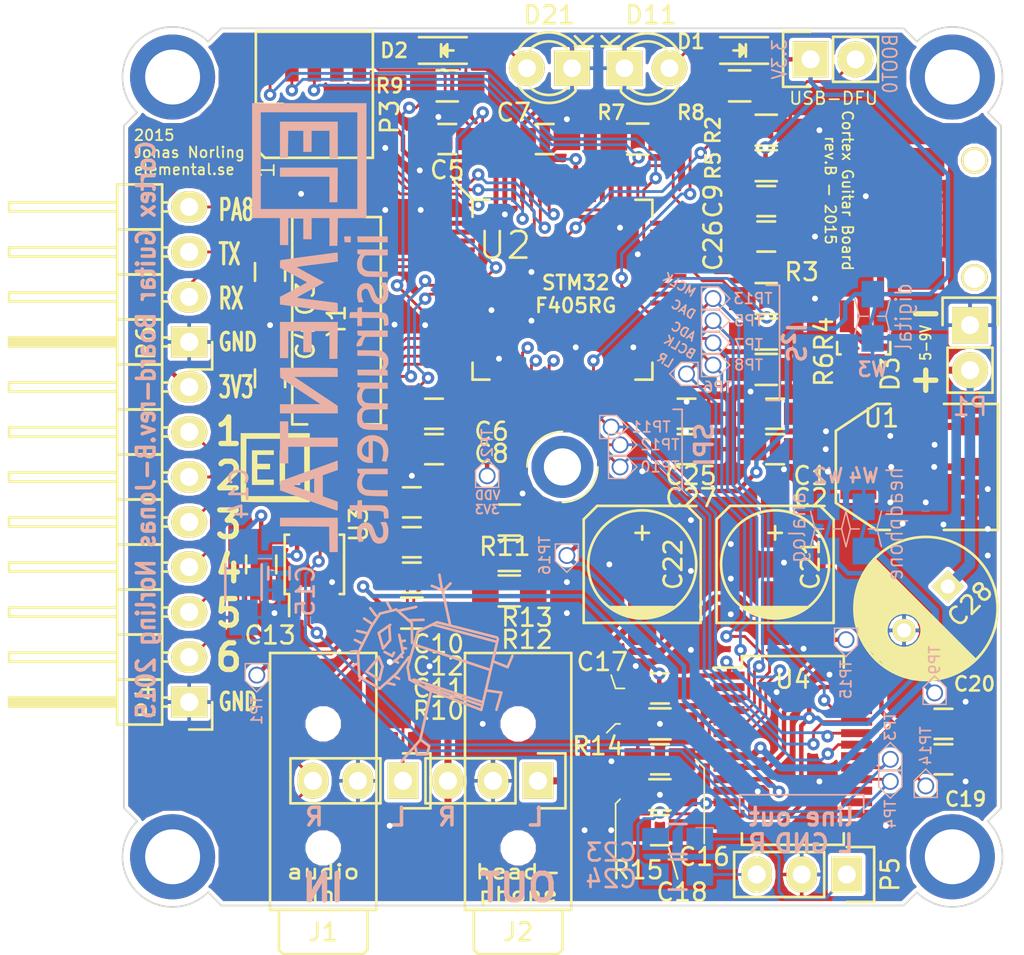
<source format=kicad_pcb>
(kicad_pcb (version 4) (host pcbnew "(2015-09-14 BZR 6196, Git 78d1151)-product")
  (layers (0 F.Cu signal) (31 B.Cu signal) (34 B.Paste user hide) (35 F.Paste user) (36 B.SilkS user) (37 F.SilkS user) (38 B.Mask user) (39 F.Mask user) (44 Edge.Cuts user))
  (net 0 "")
  (net 1 /USB_DM)
  (net 2 /USB_DP)
  (net 3 /PWR_5V)
  (net 4 /audio/AOUT_L)
  (net 5 /audio/AOUT_R)
  (net 6 /audio/AIN_L)
  (net 7 /audio/AIN_R)
  (net 8 /NRST)
  (net 9 /BOOT0)
  (net 10 /OSCIN)
  (net 11 /OSCOUT)
  (net 12 /SWDIO)
  (net 13 /SWO)
  (net 14 /BOOT1)
  (net 15 "Net-(D1-Pad2)")
  (net 16 "Net-(D2-Pad2)")
  (net 17 /audio/bias)
  (net 18 /MISC4)
  (net 19 /MISC3)
  (net 20 /MISC2)
  (net 21 /MISC1)
  (net 22 /SWCLK)
  (net 23 /LED1)
  (net 24 /LED2)
  (net 25 GND)
  (net 26 /MISC5)
  (net 27 /MISC6)
  (net 28 /audio/DACR)
  (net 29 /audio/DACL)
  (net 30 /audio/ADCL)
  (net 31 /audio/ADCR)
  (net 32 /audio/CS)
  (net 33 /audio/MOSI)
  (net 34 /audio/SCLK)
  (net 35 /audio/OPINL)
  (net 36 /audio/OPINR)
  (net 37 /audio/BCLK)
  (net 38 /audio/DACDAT)
  (net 39 /audio/ADCDAT)
  (net 40 /audio/ADCLR)
  (net 41 /audio/MCLK)
  (net 42 /audio/LINEL)
  (net 43 /audio/LINER)
  (net 44 "Net-(C19-Pad2)")
  (net 45 "Net-(C23-Pad2)")
  (net 46 "Net-(C24-Pad2)")
  (net 47 "Net-(R5-Pad2)")
  (net 48 "Net-(R6-Pad2)")
  (net 49 "Net-(R7-Pad2)")
  (net 50 VDD)
  (net 51 /USB_5V)
  (net 52 VAA)
  (net 53 HPVDD)
  (net 54 /PWR_3V3)
  (net 55 /VCAP1)
  (net 56 /VCAP2)
  (net 57 /VSUPPLY)
  (net 58 /PB8)
  (net 59 /PB7)
  (net 60 /PB6)
  (net 61 "Net-(R3-Pad1)")
  (module Housings_SSOP:MSOP-8_3x3mm_Pitch0.65mm (layer F.Cu) (at 122 120.5 90)
    (fp_text reference U3 (at 2.25 2.5 90) (layer F.SilkS))
    (fp_text value AD8542)
    (pad 1 smd rect (at -2.2 -0.975 90) (size 1.45 0.45) (layers F.Cu F.Paste F.Mask) (net 30 /audio/ADCL))
    (pad 2 smd rect (at -2.2 -0.325 90) (size 1.45 0.45) (layers F.Cu F.Paste F.Mask) (net 30 /audio/ADCL))
    (pad 3 smd rect (at -2.2 0.325 90) (size 1.45 0.45) (layers F.Cu F.Paste F.Mask) (net 35 /audio/OPINL))
    (pad 4 smd rect (at -2.2 0.975 90) (size 1.45 0.45) (layers F.Cu F.Paste F.Mask) (net 25 GND))
    (pad 5 smd rect (at 2.2 0.975 90) (size 1.45 0.45) (layers F.Cu F.Paste F.Mask) (net 36 /audio/OPINR))
    (pad 6 smd rect (at 2.2 0.325 90) (size 1.45 0.45) (layers F.Cu F.Paste F.Mask) (net 31 /audio/ADCR))
    (pad 7 smd rect (at 2.2 -0.325 90) (size 1.45 0.45) (layers F.Cu F.Paste F.Mask) (net 31 /audio/ADCR))
    (pad 8 smd rect (at 2.2 -0.975 90) (size 1.45 0.45) (layers F.Cu F.Paste F.Mask) (net 52 VAA))
  )
  (module Jonas_Connectors:TP_0.7mm (layer B.Cu) (at 138.75 112.75)
    (fp_text reference TP11 (at 2.25 0) (layer B.SilkS) (effects (font (size 0.6 0.6) (thickness 0.1)) (justify mirror)))
    (fp_text value TST hide)
    (pad 1 thru_hole circle (at 0 0) (size 0.95 0.95) (drill 0.75) (layers *.Cu *.Mask) (net 33 /audio/MOSI))
  )
  (module Capacitors_SMD:C_0805_HandSoldering (layer F.Cu) (at 147.5 100)
    (fp_text reference C9 (at -3 0 90) (layer F.SilkS))
    (fp_text value 100n)
    (pad 1 smd rect (at -1.25 0) (size 1.5 1.25) (layers F.Cu F.Paste F.Mask) (net 50 VDD))
    (pad 2 smd rect (at 1.25 0) (size 1.5 1.25) (layers F.Cu F.Paste F.Mask) (net 25 GND))
  )
  (module Capacitors_SMD:C_0805_HandSoldering (layer F.Cu) (at 147.5 102)
    (fp_text reference C26 (at -3 0.5 270) (layer F.SilkS))
    (fp_text value 2.2u)
    (pad 1 smd rect (at -1.25 0) (size 1.5 1.25) (layers F.Cu F.Paste F.Mask) (net 56 /VCAP2))
    (pad 2 smd rect (at 1.25 0) (size 1.5 1.25) (layers F.Cu F.Paste F.Mask) (net 25 GND))
  )
  (module Capacitors_SMD:C_0805_HandSoldering (layer F.Cu) (at 127.5 121.25)
    (fp_text reference C11 (at 1.5 6.25) (layer F.SilkS))
    (fp_text value 100n)
    (pad 1 smd rect (at -1.25 0) (size 1.5 1.25) (layers F.Cu F.Paste F.Mask) (net 35 /audio/OPINL))
    (pad 2 smd rect (at 1.25 0) (size 1.5 1.25) (layers F.Cu F.Paste F.Mask) (net 6 /audio/AIN_L))
  )
  (module Jonas_Connectors:35RASMT2BHNTRX (layer F.Cu) (at 122.5 136.5 90)
    (fp_text reference J1 (at -4.75 0 180) (layer F.SilkS))
    (fp_text value JACK_TRS)
    (pad "" np_thru_hole circle (at 0 0 90) (size 1.6 1.6) (drill 1.6) (layers *.Cu *.Mask))
    (pad "" np_thru_hole circle (at 7 0 90) (size 1.6 1.6) (drill 1.6) (layers *.Cu *.Mask))
    (pad 1 smd rect (at -1.1 3.675 90) (size 2.4 2.55) (layers F.Cu F.Paste F.Mask) (net 25 GND))
    (pad 3 smd rect (at 0.8 -3.675 90) (size 2.4 2.55) (layers F.Cu F.Paste F.Mask) (net 7 /audio/AIN_R))
    (pad 2 smd rect (at 8.2 3.675 90) (size 2.9 2.55) (layers F.Cu F.Paste F.Mask) (net 6 /audio/AIN_L))
  )
  (module Housings_SOT-23_SOT-143_TSOT-6:SOT-23_Handsoldering (layer F.Cu) (at 153 107.99886 180)
    (fp_text reference D3 (at -1.5 -1.75114 450) (layer F.SilkS))
    (fp_text value SBAT54CLT1G)
    (pad 1 smd rect (at -0.95 1.50114 180) (size 0.8001 1.80086) (layers F.Cu F.Paste F.Mask) (net 51 /USB_5V))
    (pad 2 smd rect (at 0.95 1.50114 180) (size 0.8001 1.80086) (layers F.Cu F.Paste F.Mask) (net 57 /VSUPPLY))
    (pad 3 smd rect (at 0 -1.50114 180) (size 0.8001 1.80086) (layers F.Cu F.Paste F.Mask) (net 3 /PWR_5V))
  )
  (module Resistors_SMD:R_0805_HandSoldering (layer F.Cu) (at 147.5 96 180)
    (fp_text reference R2 (at 3 0 270) (layer F.SilkS) (effects (font (size 0.8 0.8))))
    (fp_text value 100k)
    (pad 1 smd rect (at -1.35 0 180) (size 1.5 1.3) (layers F.Cu F.Paste F.Mask) (net 25 GND))
    (pad 2 smd rect (at 1.35 0 180) (size 1.5 1.3) (layers F.Cu F.Paste F.Mask) (net 9 /BOOT0))
  )
  (module Resistors_SMD:R_0805_HandSoldering (layer F.Cu) (at 140.25 96.5 180)
    (fp_text reference R7 (at 1.5 1.5 360) (layer F.SilkS) (effects (font (size 0.8 0.8))))
    (fp_text value 100k)
    (pad 1 smd rect (at -1.35 0 180) (size 1.5 1.3) (layers F.Cu F.Paste F.Mask) (net 25 GND))
    (pad 2 smd rect (at 1.35 0 180) (size 1.5 1.3) (layers F.Cu F.Paste F.Mask) (net 49 "Net-(R7-Pad2)"))
  )
  (module Resistors_SMD:R_0805_HandSoldering (layer F.Cu) (at 147.5 98 180)
    (fp_text reference R5 (at 3 0 270) (layer F.SilkS) (effects (font (size 0.8 0.8))))
    (fp_text value 100k)
    (pad 1 smd rect (at -1.35 0 180) (size 1.5 1.3) (layers F.Cu F.Paste F.Mask) (net 25 GND))
    (pad 2 smd rect (at 1.35 0 180) (size 1.5 1.3) (layers F.Cu F.Paste F.Mask) (net 47 "Net-(R5-Pad2)"))
  )
  (module Jonas_Connectors:USB_Micro_FCI (layer F.Cu) (at 159.25 101 90)
    (fp_text reference P2)
    (fp_text value USB_OTG hide)
    (pad 1 smd rect (at -1.30048 -3.67538 90) (size 0.39878 3.34772) (layers F.Cu F.Paste F.Mask) (net 51 /USB_5V))
    (pad 2 smd rect (at -0.65024 -3.67538 90) (size 0.39878 3.34772) (layers F.Cu F.Paste F.Mask) (net 1 /USB_DM))
    (pad 3 smd rect (at 0 -3.67538 90) (size 0.39878 3.34772) (layers F.Cu F.Paste F.Mask) (net 2 /USB_DP))
    (pad 4 smd rect (at 0.65024 -3.67538 90) (size 0.39878 3.34772) (layers F.Cu F.Paste F.Mask))
    (pad 5 smd rect (at 1.30048 -3.67538 90) (size 0.39878 3.34772) (layers F.Cu F.Paste F.Mask) (net 25 GND))
    (pad G smd rect (at -3.2004 -2.90068 90) (size 1.6002 2.4003) (layers F.Cu F.Paste F.Mask))
    (pad G smd rect (at 3.2004 -2.90068 90) (size 1.6002 2.4003) (layers F.Cu F.Paste F.Mask))
    (pad G smd rect (at -1.19888 0 90) (size 1.89992 1.89992) (layers F.Cu F.Paste F.Mask))
    (pad G smd rect (at 1.19888 0 90) (size 1.89992 1.89992) (layers F.Cu F.Paste F.Mask))
    (pad H thru_hole circle (at -3.29946 0 90) (size 1.50114 1.50114) (drill 1.19888) (layers *.Cu *.Mask F.SilkS))
    (pad H thru_hole circle (at 3.29946 0 90) (size 1.50114 1.50114) (drill 1.19888) (layers *.Cu *.Mask F.SilkS))
  )
  (module Jonas_Connectors:35RASMT2BHNTRX (layer F.Cu) (at 133.5 136.5 90)
    (fp_text reference J2 (at -4.75 0 180) (layer F.SilkS))
    (fp_text value JACK_TRS)
    (pad "" np_thru_hole circle (at 0 0 90) (size 1.6 1.6) (drill 1.6) (layers *.Cu *.Mask))
    (pad "" np_thru_hole circle (at 7 0 90) (size 1.6 1.6) (drill 1.6) (layers *.Cu *.Mask))
    (pad 1 smd rect (at -1.1 3.675 90) (size 2.4 2.55) (layers F.Cu F.Paste F.Mask) (net 25 GND))
    (pad 3 smd rect (at 0.8 -3.675 90) (size 2.4 2.55) (layers F.Cu F.Paste F.Mask) (net 5 /audio/AOUT_R))
    (pad 2 smd rect (at 8.2 3.675 90) (size 2.9 2.55) (layers F.Cu F.Paste F.Mask) (net 4 /audio/AOUT_L))
  )
  (module Resistors_SMD:R_0805_HandSoldering (layer F.Cu) (at 133 120)
    (fp_text reference R13 (at 1 3.5 180) (layer F.SilkS))
    (fp_text value 560k)
    (pad 1 smd rect (at -1.35 0) (size 1.5 1.3) (layers F.Cu F.Paste F.Mask) (net 36 /audio/OPINR))
    (pad 2 smd rect (at 1.35 0) (size 1.5 1.3) (layers F.Cu F.Paste F.Mask) (net 17 /audio/bias))
  )
  (module Jonas_Connectors:Pin_Header_SMT_1.27_2x5 (layer F.Cu) (at 122 94 90)
    (fp_text reference P3 (at -1.25 4.25 90) (layer F.SilkS))
    (fp_text value CONN_02X05)
    (pad 1 smd rect (at -1.95 -2.54 90) (size 2.4 0.76) (layers F.Cu F.Paste F.Mask) (net 50 VDD))
    (pad 2 smd rect (at 1.95 -2.54 90) (size 2.4 0.76) (layers F.Cu F.Paste F.Mask) (net 12 /SWDIO))
    (pad 3 smd rect (at -1.95 -1.27 90) (size 2.4 0.76) (layers F.Cu F.Paste F.Mask) (net 25 GND))
    (pad 4 smd rect (at 1.95 -1.27 90) (size 2.4 0.76) (layers F.Cu F.Paste F.Mask) (net 22 /SWCLK))
    (pad 5 smd rect (at -1.95 0 90) (size 2.4 0.76) (layers F.Cu F.Paste F.Mask) (net 25 GND))
    (pad 6 smd rect (at 1.95 0 90) (size 2.4 0.76) (layers F.Cu F.Paste F.Mask) (net 13 /SWO))
    (pad 7 smd rect (at -1.95 1.27 90) (size 2.4 0.76) (layers F.Cu F.Paste F.Mask))
    (pad 8 smd rect (at 1.95 1.27 90) (size 2.4 0.76) (layers F.Cu F.Paste F.Mask))
    (pad 9 smd rect (at -1.95 2.54 90) (size 2.4 0.76) (layers F.Cu F.Paste F.Mask) (net 25 GND))
    (pad 10 smd rect (at 1.95 2.54 90) (size 2.4 0.76) (layers F.Cu F.Paste F.Mask) (net 8 /NRST))
  )
  (module Capacitors_SMD:C_0805_HandSoldering (layer F.Cu) (at 119.5 104 270)
    (fp_text reference C3 (at 1.5 -2 450) (layer F.SilkS))
    (fp_text value 27p)
    (pad 1 smd rect (at -1.25 0 270) (size 1.5 1.25) (layers F.Cu F.Paste F.Mask) (net 10 /OSCIN))
    (pad 2 smd rect (at 1.25 0 270) (size 1.5 1.25) (layers F.Cu F.Paste F.Mask) (net 25 GND))
  )
  (module Jonas_QFP:QFP50P1200X1200-64 (layer F.Cu) (at 136 105 270)
    (fp_text reference U2 (at -2.5 3.25 360) (layer F.SilkS) (effects (font (size 1.5 1.5))))
    (fp_text value STM32F405RG hide)
    (pad 1 smd rect (at -3.75 5.97 180) (size 2.05 0.28) (layers F.Cu F.Paste F.Mask) (net 50 VDD))
    (pad 2 smd rect (at -3.25 5.97 180) (size 2.05 0.28) (layers F.Cu F.Paste F.Mask))
    (pad 3 smd rect (at -2.75 5.97 180) (size 2.05 0.28) (layers F.Cu F.Paste F.Mask))
    (pad 4 smd rect (at -2.25 5.97 180) (size 2.05 0.28) (layers F.Cu F.Paste F.Mask))
    (pad 5 smd rect (at -1.75 5.97 180) (size 2.05 0.28) (layers F.Cu F.Paste F.Mask) (net 10 /OSCIN))
    (pad 6 smd rect (at -1.25 5.97 180) (size 2.05 0.28) (layers F.Cu F.Paste F.Mask) (net 11 /OSCOUT))
    (pad 7 smd rect (at -0.75 5.97 180) (size 2.05 0.28) (layers F.Cu F.Paste F.Mask) (net 8 /NRST))
    (pad 8 smd rect (at -0.25 5.97 180) (size 2.05 0.28) (layers F.Cu F.Paste F.Mask) (net 26 /MISC5))
    (pad 9 smd rect (at 0.25 5.97 180) (size 2.05 0.28) (layers F.Cu F.Paste F.Mask) (net 27 /MISC6))
    (pad 10 smd rect (at 0.75 5.97 180) (size 2.05 0.28) (layers F.Cu F.Paste F.Mask))
    (pad 11 smd rect (at 1.25 5.97 180) (size 2.05 0.28) (layers F.Cu F.Paste F.Mask) (net 24 /LED2))
    (pad 12 smd rect (at 1.75 5.97 180) (size 2.05 0.28) (layers F.Cu F.Paste F.Mask) (net 25 GND))
    (pad 13 smd rect (at 2.25 5.97 180) (size 2.05 0.28) (layers F.Cu F.Paste F.Mask) (net 50 VDD))
    (pad 14 smd rect (at 2.75 5.98 180) (size 2.05 0.28) (layers F.Cu F.Paste F.Mask) (net 21 /MISC1))
    (pad 15 smd rect (at 3.25 5.98 180) (size 2.05 0.28) (layers F.Cu F.Paste F.Mask) (net 20 /MISC2))
    (pad 16 smd rect (at 3.75 5.98 180) (size 2.05 0.28) (layers F.Cu F.Paste F.Mask) (net 19 /MISC3))
    (pad 17 smd rect (at 5.97 3.75 270) (size 2.05 0.28) (layers F.Cu F.Paste F.Mask) (net 18 /MISC4))
    (pad 18 smd rect (at 5.97 3.25 270) (size 2.05 0.28) (layers F.Cu F.Paste F.Mask) (net 25 GND))
    (pad 19 smd rect (at 5.97 2.75 270) (size 2.05 0.28) (layers F.Cu F.Paste F.Mask) (net 50 VDD))
    (pad 20 smd rect (at 5.97 2.25 270) (size 2.05 0.28) (layers F.Cu F.Paste F.Mask) (net 32 /audio/CS))
    (pad 21 smd rect (at 5.97 1.75 270) (size 2.05 0.28) (layers F.Cu F.Paste F.Mask) (net 34 /audio/SCLK))
    (pad 22 smd rect (at 5.97 1.25 270) (size 2.05 0.28) (layers F.Cu F.Paste F.Mask))
    (pad 23 smd rect (at 5.97 0.75 270) (size 2.05 0.28) (layers F.Cu F.Paste F.Mask) (net 33 /audio/MOSI))
    (pad 24 smd rect (at 5.97 0.25 270) (size 2.05 0.28) (layers F.Cu F.Paste F.Mask))
    (pad 25 smd rect (at 5.97 -0.25 270) (size 2.05 0.28) (layers F.Cu F.Paste F.Mask))
    (pad 26 smd rect (at 5.97 -0.75 270) (size 2.05 0.28) (layers F.Cu F.Paste F.Mask))
    (pad 27 smd rect (at 5.97 -1.25 270) (size 2.05 0.28) (layers F.Cu F.Paste F.Mask))
    (pad 28 smd rect (at 5.97 -1.75 270) (size 2.05 0.28) (layers F.Cu F.Paste F.Mask) (net 14 /BOOT1))
    (pad 29 smd rect (at 5.97 -2.25 270) (size 2.05 0.28) (layers F.Cu F.Paste F.Mask))
    (pad 30 smd rect (at 5.97 -2.75 270) (size 2.05 0.28) (layers F.Cu F.Paste F.Mask) (net 48 "Net-(R6-Pad2)"))
    (pad 31 smd rect (at 5.97 -3.25 270) (size 2.05 0.28) (layers F.Cu F.Paste F.Mask) (net 55 /VCAP1))
    (pad 32 smd rect (at 5.97 -3.75 270) (size 2.05 0.28) (layers F.Cu F.Paste F.Mask) (net 50 VDD))
    (pad 33 smd rect (at 3.75 -5.97) (size 2.05 0.28) (layers F.Cu F.Paste F.Mask) (net 40 /audio/ADCLR))
    (pad 34 smd rect (at 3.25 -5.97) (size 2.05 0.28) (layers F.Cu F.Paste F.Mask) (net 37 /audio/BCLK))
    (pad 35 smd rect (at 2.75 -5.97) (size 2.05 0.28) (layers F.Cu F.Paste F.Mask) (net 39 /audio/ADCDAT))
    (pad 36 smd rect (at 2.25 -5.97) (size 2.05 0.28) (layers F.Cu F.Paste F.Mask) (net 38 /audio/DACDAT))
    (pad 37 smd rect (at 1.75 -5.97) (size 2.05 0.28) (layers F.Cu F.Paste F.Mask) (net 41 /audio/MCLK))
    (pad 38 smd rect (at 1.25 -5.97) (size 2.05 0.28) (layers F.Cu F.Paste F.Mask) (net 23 /LED1))
    (pad 39 smd rect (at 0.75 -5.97) (size 2.05 0.28) (layers F.Cu F.Paste F.Mask))
    (pad 40 smd rect (at 0.25 -5.97) (size 2.05 0.28) (layers F.Cu F.Paste F.Mask))
    (pad 41 smd rect (at -0.25 -5.97) (size 2.05 0.28) (layers F.Cu F.Paste F.Mask))
    (pad 42 smd rect (at -0.75 -5.97) (size 2.05 0.28) (layers F.Cu F.Paste F.Mask))
    (pad 43 smd rect (at -1.25 -5.97) (size 2.05 0.28) (layers F.Cu F.Paste F.Mask) (net 61 "Net-(R3-Pad1)"))
    (pad 44 smd rect (at -1.75 -5.97) (size 2.05 0.28) (layers F.Cu F.Paste F.Mask) (net 1 /USB_DM))
    (pad 45 smd rect (at -2.25 -5.97) (size 2.05 0.28) (layers F.Cu F.Paste F.Mask) (net 2 /USB_DP))
    (pad 46 smd rect (at -2.75 -5.97) (size 2.05 0.28) (layers F.Cu F.Paste F.Mask) (net 12 /SWDIO))
    (pad 47 smd rect (at -3.25 -5.97) (size 2.05 0.28) (layers F.Cu F.Paste F.Mask) (net 56 /VCAP2))
    (pad 48 smd rect (at -3.75 -5.97) (size 2.05 0.28) (layers F.Cu F.Paste F.Mask) (net 50 VDD))
    (pad 49 smd rect (at -5.97 -3.75 90) (size 2.05 0.28) (layers F.Cu F.Paste F.Mask) (net 22 /SWCLK))
    (pad 50 smd rect (at -5.97 -3.25 90) (size 2.05 0.28) (layers F.Cu F.Paste F.Mask))
    (pad 51 smd rect (at -5.97 -2.75 90) (size 2.05 0.28) (layers F.Cu F.Paste F.Mask))
    (pad 52 smd rect (at -5.97 -2.25 90) (size 2.05 0.28) (layers F.Cu F.Paste F.Mask) (net 49 "Net-(R7-Pad2)"))
    (pad 53 smd rect (at -5.97 -1.75 90) (size 2.05 0.28) (layers F.Cu F.Paste F.Mask))
    (pad 54 smd rect (at -5.97 -1.25 90) (size 2.05 0.28) (layers F.Cu F.Paste F.Mask))
    (pad 55 smd rect (at -5.97 -0.75 90) (size 2.05 0.28) (layers F.Cu F.Paste F.Mask) (net 13 /SWO))
    (pad 56 smd rect (at -5.97 -0.25 90) (size 2.05 0.28) (layers F.Cu F.Paste F.Mask))
    (pad 57 smd rect (at -5.97 0.25 90) (size 2.05 0.28) (layers F.Cu F.Paste F.Mask) (net 47 "Net-(R5-Pad2)"))
    (pad 58 smd rect (at -5.97 0.75 90) (size 2.05 0.28) (layers F.Cu F.Paste F.Mask) (net 60 /PB6))
    (pad 59 smd rect (at -5.97 1.25 90) (size 2.05 0.28) (layers F.Cu F.Paste F.Mask) (net 59 /PB7))
    (pad 60 smd rect (at -5.97 1.75 90) (size 2.05 0.28) (layers F.Cu F.Paste F.Mask) (net 9 /BOOT0))
    (pad 61 smd rect (at -5.97 2.25 90) (size 2.05 0.28) (layers F.Cu F.Paste F.Mask) (net 58 /PB8))
    (pad 62 smd rect (at -5.97 2.75 90) (size 2.05 0.28) (layers F.Cu F.Paste F.Mask))
    (pad 63 smd rect (at -5.97 3.25 90) (size 2.05 0.28) (layers F.Cu F.Paste F.Mask) (net 25 GND))
    (pad 64 smd rect (at -5.98 3.75 90) (size 2.05 0.28) (layers F.Cu F.Paste F.Mask) (net 50 VDD))
  )
  (module SMD_Packages:SOT-223 (layer F.Cu) (at 156 115 90)
    (fp_text reference U1 (at 2.75 -2 180) (layer F.SilkS))
    (fp_text value LD1117S33TR)
    (pad 2 smd rect (at 0 -3.302 90) (size 3.6576 2.032) (layers F.Cu F.Paste F.Mask) (net 54 /PWR_3V3))
    (pad 2 smd rect (at 0 3.302 90) (size 1.016 2.032) (layers F.Cu F.Paste F.Mask) (net 54 /PWR_3V3))
    (pad 3 smd rect (at 2.286 3.302 90) (size 1.016 2.032) (layers F.Cu F.Paste F.Mask) (net 3 /PWR_5V))
    (pad 1 smd rect (at -2.286 3.302 90) (size 1.016 2.032) (layers F.Cu F.Paste F.Mask) (net 25 GND))
  )
  (module Capacitors_SMD:C_0805_HandSoldering (layer F.Cu) (at 119.5 110 90)
    (fp_text reference C4 (at 2 2 270) (layer F.SilkS))
    (fp_text value 27p)
    (pad 1 smd rect (at -1.25 0 90) (size 1.5 1.25) (layers F.Cu F.Paste F.Mask) (net 11 /OSCOUT))
    (pad 2 smd rect (at 1.25 0 90) (size 1.5 1.25) (layers F.Cu F.Paste F.Mask) (net 25 GND))
  )
  (module Crystals:Crystal_HC49-SD_SMD (layer F.Cu) (at 123.25 106.75 270)
    (fp_text reference Y1 (at 0 0 270) (layer F.SilkS))
    (fp_text value Crystal)
    (pad 1 smd rect (at -4.84886 0 270) (size 5.6007 2.10058) (layers F.Cu F.Paste F.Mask) (net 10 /OSCIN))
    (pad 2 smd rect (at 4.84886 0 270) (size 5.6007 2.10058) (layers F.Cu F.Paste F.Mask) (net 11 /OSCOUT))
  )
  (module Resistors_SMD:R_0805_HandSoldering (layer F.Cu) (at 147.5 107.5 180)
    (fp_text reference R4 (at -3.25 0 270) (layer F.SilkS))
    (fp_text value 100k)
    (pad 1 smd rect (at -1.35 0 180) (size 1.5 1.3) (layers F.Cu F.Paste F.Mask) (net 25 GND))
    (pad 2 smd rect (at 1.35 0 180) (size 1.5 1.3) (layers F.Cu F.Paste F.Mask) (net 14 /BOOT1))
  )
  (module Resistors_SMD:R_0805_HandSoldering (layer F.Cu) (at 147.5 105.5)
    (fp_text reference R3 (at 2 -1.5) (layer F.SilkS))
    (fp_text value 100k)
    (pad 1 smd rect (at -1.35 0) (size 1.5 1.3) (layers F.Cu F.Paste F.Mask) (net 61 "Net-(R3-Pad1)"))
    (pad 2 smd rect (at 1.35 0) (size 1.5 1.3) (layers F.Cu F.Paste F.Mask) (net 25 GND))
  )
  (module Resistors_SMD:R_0805_HandSoldering (layer F.Cu) (at 147.5 109.5 180)
    (fp_text reference R6 (at -3.25 0 270) (layer F.SilkS))
    (fp_text value 100k)
    (pad 1 smd rect (at -1.35 0 180) (size 1.5 1.3) (layers F.Cu F.Paste F.Mask) (net 25 GND))
    (pad 2 smd rect (at 1.35 0 180) (size 1.5 1.3) (layers F.Cu F.Paste F.Mask) (net 48 "Net-(R6-Pad2)"))
  )
  (module Pin_Headers:Pin_Header_Straight_1x02 (layer F.Cu) (at 150 92 90)
    (fp_text reference W1 hide)
    (fp_text value TEST)
    (pad 1 thru_hole rect (at 0 0 90) (size 2.032 2.032) (drill 1.016) (layers *.Cu *.Mask F.SilkS) (net 50 VDD))
    (pad 2 thru_hole oval (at 0 2.54 90) (size 2.032 2.032) (drill 1.016) (layers *.Cu *.Mask F.SilkS) (net 9 /BOOT0))
  )
  (module Capacitors_SMD:C_0805_HandSoldering (layer F.Cu) (at 129.5 96.5 180)
    (fp_text reference C5 (at 0 -1.75 360) (layer F.SilkS))
    (fp_text value 100n)
    (pad 1 smd rect (at -1.25 0 180) (size 1.5 1.25) (layers F.Cu F.Paste F.Mask) (net 8 /NRST))
    (pad 2 smd rect (at 1.25 0 180) (size 1.5 1.25) (layers F.Cu F.Paste F.Mask) (net 25 GND))
  )
  (module Capacitors_SMD:C_0805_HandSoldering (layer F.Cu) (at 128.75 112 180)
    (fp_text reference C6 (at -3.25 -1 360) (layer F.SilkS))
    (fp_text value 1u)
    (pad 1 smd rect (at -1.25 0 180) (size 1.5 1.25) (layers F.Cu F.Paste F.Mask) (net 50 VDD))
    (pad 2 smd rect (at 1.25 0 180) (size 1.5 1.25) (layers F.Cu F.Paste F.Mask) (net 25 GND))
  )
  (module Capacitors_SMD:C_0805_HandSoldering (layer F.Cu) (at 135 96.5)
    (fp_text reference C7 (at -1.75 -1.5 180) (layer F.SilkS))
    (fp_text value 100n)
    (pad 1 smd rect (at -1.25 0) (size 1.5 1.25) (layers F.Cu F.Paste F.Mask) (net 50 VDD))
    (pad 2 smd rect (at 1.25 0) (size 1.5 1.25) (layers F.Cu F.Paste F.Mask) (net 25 GND))
  )
  (module Capacitors_SMD:C_0805_HandSoldering (layer F.Cu) (at 128.75 114 180)
    (fp_text reference C8 (at -3.25 -0.25 360) (layer F.SilkS))
    (fp_text value 100n)
    (pad 1 smd rect (at -1.25 0 180) (size 1.5 1.25) (layers F.Cu F.Paste F.Mask) (net 50 VDD))
    (pad 2 smd rect (at 1.25 0 180) (size 1.5 1.25) (layers F.Cu F.Paste F.Mask) (net 25 GND))
  )
  (module Capacitors_SMD:C_0805_HandSoldering (layer F.Cu) (at 148 112 180)
    (fp_text reference C1 (at -2 -3.5 360) (layer F.SilkS))
    (fp_text value 10u)
    (pad 1 smd rect (at -1.25 0 180) (size 1.5 1.25) (layers F.Cu F.Paste F.Mask) (net 3 /PWR_5V))
    (pad 2 smd rect (at 1.25 0 180) (size 1.5 1.25) (layers F.Cu F.Paste F.Mask) (net 25 GND))
  )
  (module Capacitors_SMD:C_0805_HandSoldering (layer F.Cu) (at 148 114 180)
    (fp_text reference C2 (at -2 -2.75 360) (layer F.SilkS))
    (fp_text value 10u)
    (pad 1 smd rect (at -1.25 0 180) (size 1.5 1.25) (layers F.Cu F.Paste F.Mask) (net 54 /PWR_3V3))
    (pad 2 smd rect (at 1.25 0 180) (size 1.5 1.25) (layers F.Cu F.Paste F.Mask) (net 25 GND))
  )
  (module Housings_SSOP:SSOP-28_5.3x10.2mm_Pitch0.65mm (layer F.Cu) (at 149 131)
    (fp_text reference U4 (at 0 -4) (layer F.SilkS))
    (fp_text value WM8731)
    (pad 1 smd rect (at -3.6 -4.225) (size 1.75 0.45) (layers F.Cu F.Paste F.Mask) (net 52 VAA))
    (pad 2 smd rect (at -3.6 -3.575) (size 1.75 0.45) (layers F.Cu F.Paste F.Mask))
    (pad 3 smd rect (at -3.6 -2.925) (size 1.75 0.45) (layers F.Cu F.Paste F.Mask) (net 37 /audio/BCLK))
    (pad 4 smd rect (at -3.6 -2.275) (size 1.75 0.45) (layers F.Cu F.Paste F.Mask) (net 38 /audio/DACDAT))
    (pad 5 smd rect (at -3.6 -1.625) (size 1.75 0.45) (layers F.Cu F.Paste F.Mask) (net 40 /audio/ADCLR))
    (pad 6 smd rect (at -3.6 -0.975) (size 1.75 0.45) (layers F.Cu F.Paste F.Mask) (net 39 /audio/ADCDAT))
    (pad 7 smd rect (at -3.6 -0.325) (size 1.75 0.45) (layers F.Cu F.Paste F.Mask) (net 40 /audio/ADCLR))
    (pad 8 smd rect (at -3.6 0.325) (size 1.75 0.45) (layers F.Cu F.Paste F.Mask) (net 53 HPVDD))
    (pad 9 smd rect (at -3.6 0.975) (size 1.75 0.45) (layers F.Cu F.Paste F.Mask) (net 29 /audio/DACL))
    (pad 10 smd rect (at -3.6 1.625) (size 1.75 0.45) (layers F.Cu F.Paste F.Mask) (net 28 /audio/DACR))
    (pad 11 smd rect (at -3.6 2.275) (size 1.75 0.45) (layers F.Cu F.Paste F.Mask) (net 25 GND))
    (pad 12 smd rect (at -3.6 2.925) (size 1.75 0.45) (layers F.Cu F.Paste F.Mask) (net 42 /audio/LINEL))
    (pad 13 smd rect (at -3.6 3.575) (size 1.75 0.45) (layers F.Cu F.Paste F.Mask) (net 43 /audio/LINER))
    (pad 14 smd rect (at -3.6 4.225) (size 1.75 0.45) (layers F.Cu F.Paste F.Mask) (net 52 VAA))
    (pad 15 smd rect (at 3.6 4.225) (size 1.75 0.45) (layers F.Cu F.Paste F.Mask) (net 25 GND))
    (pad 16 smd rect (at 3.6 3.575) (size 1.75 0.45) (layers F.Cu F.Paste F.Mask) (net 44 "Net-(C19-Pad2)"))
    (pad 17 smd rect (at 3.6 2.925) (size 1.75 0.45) (layers F.Cu F.Paste F.Mask))
    (pad 18 smd rect (at 3.6 2.275) (size 1.75 0.45) (layers F.Cu F.Paste F.Mask))
    (pad 19 smd rect (at 3.6 1.625) (size 1.75 0.45) (layers F.Cu F.Paste F.Mask) (net 31 /audio/ADCR))
    (pad 20 smd rect (at 3.6 0.975) (size 1.75 0.45) (layers F.Cu F.Paste F.Mask) (net 30 /audio/ADCL))
    (pad 21 smd rect (at 3.6 0.325) (size 1.75 0.45) (layers F.Cu F.Paste F.Mask) (net 52 VAA))
    (pad 22 smd rect (at 3.6 -0.325) (size 1.75 0.45) (layers F.Cu F.Paste F.Mask) (net 32 /audio/CS))
    (pad 23 smd rect (at 3.6 -0.975) (size 1.75 0.45) (layers F.Cu F.Paste F.Mask) (net 33 /audio/MOSI))
    (pad 24 smd rect (at 3.6 -1.625) (size 1.75 0.45) (layers F.Cu F.Paste F.Mask) (net 34 /audio/SCLK))
    (pad 25 smd rect (at 3.6 -2.275) (size 1.75 0.45) (layers F.Cu F.Paste F.Mask) (net 41 /audio/MCLK))
    (pad 26 smd rect (at 3.6 -2.925) (size 1.75 0.45) (layers F.Cu F.Paste F.Mask))
    (pad 27 smd rect (at 3.6 -3.575) (size 1.75 0.45) (layers F.Cu F.Paste F.Mask) (net 52 VAA))
    (pad 28 smd rect (at 3.6 -4.225) (size 1.75 0.45) (layers F.Cu F.Paste F.Mask) (net 25 GND))
  )
  (module Capacitors_SMD:C_0805_HandSoldering (layer F.Cu) (at 127.5 117)
    (fp_text reference C10 (at 1.5 8 180) (layer F.SilkS))
    (fp_text value 10u)
    (pad 1 smd rect (at -1.25 0) (size 1.5 1.25) (layers F.Cu F.Paste F.Mask) (net 25 GND))
    (pad 2 smd rect (at 1.25 0) (size 1.5 1.25) (layers F.Cu F.Paste F.Mask) (net 17 /audio/bias))
  )
  (module Capacitors_SMD:C_0805_HandSoldering (layer F.Cu) (at 127.5 119.25)
    (fp_text reference C12 (at 1.5 7) (layer F.SilkS))
    (fp_text value 100n)
    (pad 1 smd rect (at -1.25 0) (size 1.5 1.25) (layers F.Cu F.Paste F.Mask) (net 36 /audio/OPINR))
    (pad 2 smd rect (at 1.25 0) (size 1.5 1.25) (layers F.Cu F.Paste F.Mask) (net 7 /audio/AIN_R))
  )
  (module Capacitors_SMD:C_0805_HandSoldering (layer F.Cu) (at 119 120.5 90)
    (fp_text reference C13 (at -4 0.5 360) (layer F.SilkS))
    (fp_text value 10u)
    (pad 1 smd rect (at -1.25 0 90) (size 1.5 1.25) (layers F.Cu F.Paste F.Mask) (net 25 GND))
    (pad 2 smd rect (at 1.25 0 90) (size 1.5 1.25) (layers F.Cu F.Paste F.Mask) (net 52 VAA))
  )
  (module Capacitors_SMD:C_0603_HandSoldering (layer B.Cu) (at 120 121 90)
    (fp_text reference C14 (at 4.5 -2.25 270) (layer B.SilkS) (effects (justify mirror)))
    (fp_text value DNP)
    (pad 1 smd rect (at -0.95 0 90) (size 1.2 0.75) (layers B.Cu B.Paste B.Mask) (net 25 GND))
    (pad 2 smd rect (at 0.95 0 90) (size 1.2 0.75) (layers B.Cu B.Paste B.Mask) (net 52 VAA))
  )
  (module Capacitors_SMD:C_1206_HandSoldering (layer B.Cu) (at 118 121.5 90)
    (fp_text reference C15 (at -0.5 3.5 90) (layer B.SilkS) (effects (justify mirror)))
    (fp_text value DNP)
    (pad 1 smd rect (at -2 0 90) (size 2 1.6) (layers B.Cu B.Paste B.Mask) (net 25 GND))
    (pad 2 smd rect (at 2 0 90) (size 2 1.6) (layers B.Cu B.Paste B.Mask) (net 52 VAA))
  )
  (module Resistors_SMD:R_0805_HandSoldering (layer F.Cu) (at 127.5 123.25 180)
    (fp_text reference R10 (at -1.5 -5.5 360) (layer F.SilkS))
    (fp_text value 100k)
    (pad 1 smd rect (at -1.35 0 180) (size 1.5 1.3) (layers F.Cu F.Paste F.Mask) (net 17 /audio/bias))
    (pad 2 smd rect (at 1.35 0 180) (size 1.5 1.3) (layers F.Cu F.Paste F.Mask) (net 52 VAA))
  )
  (module Resistors_SMD:R_0805_HandSoldering (layer F.Cu) (at 133 118 180)
    (fp_text reference R11 (at 0.25 -1.5 180) (layer F.SilkS))
    (fp_text value 100k)
    (pad 1 smd rect (at -1.35 0 180) (size 1.5 1.3) (layers F.Cu F.Paste F.Mask) (net 25 GND))
    (pad 2 smd rect (at 1.35 0 180) (size 1.5 1.3) (layers F.Cu F.Paste F.Mask) (net 17 /audio/bias))
  )
  (module Resistors_SMD:R_0805_HandSoldering (layer F.Cu) (at 133 122 180)
    (fp_text reference R12 (at -1 -2.75 180) (layer F.SilkS))
    (fp_text value 560k)
    (pad 1 smd rect (at -1.35 0 180) (size 1.5 1.3) (layers F.Cu F.Paste F.Mask) (net 17 /audio/bias))
    (pad 2 smd rect (at 1.35 0 180) (size 1.5 1.3) (layers F.Cu F.Paste F.Mask) (net 35 /audio/OPINL))
  )
  (module Capacitors_SMD:c_elec_6.3x7.7 (layer F.Cu) (at 140.5 120.5 90)
    (fp_text reference C22 (at 0 1.75 270) (layer F.SilkS))
    (fp_text value 220u)
    (pad 1 smd rect (at 2.75082 0 90) (size 3.59918 1.6002) (layers F.Cu F.Paste F.Mask) (net 28 /audio/DACR))
    (pad 2 smd rect (at -2.75082 0 90) (size 3.59918 1.6002) (layers F.Cu F.Paste F.Mask) (net 5 /audio/AOUT_R))
  )
  (module Capacitors_SMD:c_elec_6.3x7.7 (layer F.Cu) (at 148 120.5 90)
    (fp_text reference C21 (at 0 2 270) (layer F.SilkS))
    (fp_text value 220u)
    (pad 1 smd rect (at 2.75082 0 90) (size 3.59918 1.6002) (layers F.Cu F.Paste F.Mask) (net 29 /audio/DACL))
    (pad 2 smd rect (at -2.75082 0 90) (size 3.59918 1.6002) (layers F.Cu F.Paste F.Mask) (net 4 /audio/AOUT_L))
  )
  (module Capacitors_SMD:C_0805_HandSoldering (layer F.Cu) (at 141.5 131.5)
    (fp_text reference C16 (at 2.5 5.5) (layer F.SilkS))
    (fp_text value 10u)
    (pad 1 smd rect (at -1.25 0) (size 1.5 1.25) (layers F.Cu F.Paste F.Mask) (net 25 GND))
    (pad 2 smd rect (at 1.25 0) (size 1.5 1.25) (layers F.Cu F.Paste F.Mask) (net 53 HPVDD))
  )
  (module Capacitors_SMD:C_0805_HandSoldering (layer F.Cu) (at 141.5 127.5)
    (fp_text reference C17 (at -3.25 -1.5) (layer F.SilkS))
    (fp_text value 10u)
    (pad 1 smd rect (at -1.25 0) (size 1.5 1.25) (layers F.Cu F.Paste F.Mask) (net 25 GND))
    (pad 2 smd rect (at 1.25 0) (size 1.5 1.25) (layers F.Cu F.Paste F.Mask) (net 52 VAA))
  )
  (module LEDs:LED-0805 (layer F.Cu) (at 146 91.5 180)
    (fp_text reference D1 (at 2.75 0.5 360) (layer F.SilkS) (effects (font (size 0.8 0.8))))
    (fp_text value green)
    (pad 2 smd rect (at 1.04902 0) (size 1.19888 1.19888) (layers F.Cu F.Paste F.Mask) (net 15 "Net-(D1-Pad2)"))
    (pad 1 smd rect (at -1.04902 0) (size 1.19888 1.19888) (layers F.Cu F.Paste F.Mask) (net 25 GND))
  )
  (module LEDs:LED-0805 (layer F.Cu) (at 129.5 91.5)
    (fp_text reference D2 (at -3 0) (layer F.SilkS) (effects (font (size 0.8 0.8))))
    (fp_text value orange)
    (pad 2 smd rect (at 1.04902 0 180) (size 1.19888 1.19888) (layers F.Cu F.Paste F.Mask) (net 16 "Net-(D2-Pad2)"))
    (pad 1 smd rect (at -1.04902 0 180) (size 1.19888 1.19888) (layers F.Cu F.Paste F.Mask) (net 25 GND))
  )
  (module Pin_Headers:Pin_Header_Angled_1x08 (layer F.Cu) (at 114.935 128.27 180)
    (fp_text reference P4 (at 2.435 0.02 270) (layer F.SilkS))
    (fp_text value CONN_01X08)
    (pad 1 thru_hole rect (at 0 0 180) (size 2.032 1.7272) (drill 1.016) (layers *.Cu *.Mask F.SilkS) (net 25 GND))
    (pad 2 thru_hole oval (at 0 2.54 180) (size 2.032 1.7272) (drill 1.016) (layers *.Cu *.Mask F.SilkS) (net 27 /MISC6))
    (pad 3 thru_hole oval (at 0 5.08 180) (size 2.032 1.7272) (drill 1.016) (layers *.Cu *.Mask F.SilkS) (net 26 /MISC5))
    (pad 4 thru_hole oval (at 0 7.62 180) (size 2.032 1.7272) (drill 1.016) (layers *.Cu *.Mask F.SilkS) (net 18 /MISC4))
    (pad 5 thru_hole oval (at 0 10.16 180) (size 2.032 1.7272) (drill 1.016) (layers *.Cu *.Mask F.SilkS) (net 19 /MISC3))
    (pad 6 thru_hole oval (at 0 12.7 180) (size 2.032 1.7272) (drill 1.016) (layers *.Cu *.Mask F.SilkS) (net 20 /MISC2))
    (pad 7 thru_hole oval (at 0 15.24 180) (size 2.032 1.7272) (drill 1.016) (layers *.Cu *.Mask F.SilkS) (net 21 /MISC1))
    (pad 8 thru_hole oval (at 0 17.78 180) (size 2.032 1.7272) (drill 1.016) (layers *.Cu *.Mask F.SilkS) (net 50 VDD))
  )
  (module Resistors_SMD:R_0805_HandSoldering (layer F.Cu) (at 146 93.5)
    (fp_text reference R8 (at -2.75 1.5 180) (layer F.SilkS) (effects (font (size 0.8 0.8))))
    (fp_text value 470)
    (pad 1 smd rect (at -1.35 0) (size 1.5 1.3) (layers F.Cu F.Paste F.Mask) (net 15 "Net-(D1-Pad2)"))
    (pad 2 smd rect (at 1.35 0) (size 1.5 1.3) (layers F.Cu F.Paste F.Mask) (net 23 /LED1))
  )
  (module Resistors_SMD:R_0805_HandSoldering (layer F.Cu) (at 129.5 93.5 180)
    (fp_text reference R9 (at 3.25 0 180) (layer F.SilkS) (effects (font (size 0.8 0.8))))
    (fp_text value 470)
    (pad 1 smd rect (at -1.35 0 180) (size 1.5 1.3) (layers F.Cu F.Paste F.Mask) (net 16 "Net-(D2-Pad2)"))
    (pad 2 smd rect (at 1.35 0 180) (size 1.5 1.3) (layers F.Cu F.Paste F.Mask) (net 24 /LED2))
  )
  (module Resistors_SMD:R_0805_HandSoldering (layer F.Cu) (at 141.5 129.5)
    (fp_text reference R14 (at -3.5 1.25 180) (layer F.SilkS))
    (fp_text value 100k)
    (pad 1 smd rect (at -1.35 0) (size 1.5 1.3) (layers F.Cu F.Paste F.Mask) (net 4 /audio/AOUT_L))
    (pad 2 smd rect (at 1.35 0) (size 1.5 1.3) (layers F.Cu F.Paste F.Mask) (net 25 GND))
  )
  (module Resistors_SMD:R_0805_HandSoldering (layer F.Cu) (at 141.5 133.5)
    (fp_text reference R15 (at -1.25 4.25) (layer F.SilkS))
    (fp_text value 100k)
    (pad 1 smd rect (at -1.35 0) (size 1.5 1.3) (layers F.Cu F.Paste F.Mask) (net 5 /audio/AOUT_R))
    (pad 2 smd rect (at 1.35 0) (size 1.5 1.3) (layers F.Cu F.Paste F.Mask) (net 25 GND))
  )
  (module Capacitors_SMD:C_0805_HandSoldering (layer F.Cu) (at 141.5 135.5)
    (fp_text reference C18 (at 1.25 3.5) (layer F.SilkS))
    (fp_text value 10u)
    (pad 1 smd rect (at -1.25 0) (size 1.5 1.25) (layers F.Cu F.Paste F.Mask) (net 25 GND))
    (pad 2 smd rect (at 1.25 0) (size 1.5 1.25) (layers F.Cu F.Paste F.Mask) (net 52 VAA))
  )
  (module Capacitors_SMD:C_0805_HandSoldering (layer F.Cu) (at 157.5 131.5 180)
    (fp_text reference C19 (at -1.25 -2.25 360) (layer F.SilkS) (effects (font (size 0.8 0.8))))
    (fp_text value 10u)
    (pad 1 smd rect (at -1.25 0 180) (size 1.5 1.25) (layers F.Cu F.Paste F.Mask) (net 25 GND))
    (pad 2 smd rect (at 1.25 0 180) (size 1.5 1.25) (layers F.Cu F.Paste F.Mask) (net 44 "Net-(C19-Pad2)"))
  )
  (module Capacitors_SMD:C_0805_HandSoldering (layer F.Cu) (at 157.5 129.5 180)
    (fp_text reference C20 (at -1.75 2.25 360) (layer F.SilkS) (effects (font (size 0.8 0.8))))
    (fp_text value 10u)
    (pad 1 smd rect (at -1.25 0 180) (size 1.5 1.25) (layers F.Cu F.Paste F.Mask) (net 25 GND))
    (pad 2 smd rect (at 1.25 0 180) (size 1.5 1.25) (layers F.Cu F.Paste F.Mask) (net 52 VAA))
  )
  (module Capacitors_SMD:C_0805_HandSoldering (layer B.Cu) (at 142.5 136)
    (fp_text reference C23 (at -3.75 0.75 180) (layer B.SilkS) (effects (justify mirror)))
    (fp_text value DNP)
    (pad 1 smd rect (at -1.25 0) (size 1.5 1.25) (layers B.Cu B.Paste B.Mask) (net 42 /audio/LINEL))
    (pad 2 smd rect (at 1.25 0) (size 1.5 1.25) (layers B.Cu B.Paste B.Mask) (net 45 "Net-(C23-Pad2)"))
  )
  (module Capacitors_SMD:C_0805_HandSoldering (layer B.Cu) (at 142.5 138)
    (fp_text reference C24 (at -3.75 0.25 180) (layer B.SilkS) (effects (justify mirror)))
    (fp_text value DNP)
    (pad 1 smd rect (at -1.25 0) (size 1.5 1.25) (layers B.Cu B.Paste B.Mask) (net 43 /audio/LINER))
    (pad 2 smd rect (at 1.25 0) (size 1.5 1.25) (layers B.Cu B.Paste B.Mask) (net 46 "Net-(C24-Pad2)"))
  )
  (module Pin_Headers:Pin_Header_Straight_1x03 (layer F.Cu) (at 152.04 138 270)
    (fp_text reference P5 (at 0 -2.46 270) (layer F.SilkS))
    (fp_text value CONN_01X03)
    (pad 1 thru_hole rect (at 0 0 270) (size 2.032 1.7272) (drill 1.016) (layers *.Cu *.Mask F.SilkS) (net 45 "Net-(C23-Pad2)"))
    (pad 2 thru_hole oval (at 0 2.54 270) (size 2.032 1.7272) (drill 1.016) (layers *.Cu *.Mask F.SilkS) (net 25 GND))
    (pad 3 thru_hole oval (at 0 5.08 270) (size 2.032 1.7272) (drill 1.016) (layers *.Cu *.Mask F.SilkS) (net 46 "Net-(C24-Pad2)"))
  )
  (module Capacitors_SMD:C_0805_HandSoldering (layer F.Cu) (at 143 112)
    (fp_text reference C25 (at 0.25 3.5) (layer F.SilkS))
    (fp_text value 2.2u)
    (pad 1 smd rect (at -1.25 0) (size 1.5 1.25) (layers F.Cu F.Paste F.Mask) (net 55 /VCAP1))
    (pad 2 smd rect (at 1.25 0) (size 1.5 1.25) (layers F.Cu F.Paste F.Mask) (net 25 GND))
  )
  (module Pin_Headers:Pin_Header_Straight_1x03 (layer F.Cu) (at 127 132.715 270)
    (fp_text reference J11 hide)
    (fp_text value CONN_01X03)
    (pad 1 thru_hole rect (at 0 0 270) (size 2.032 1.7272) (drill 1.016) (layers *.Cu *.Mask F.SilkS) (net 6 /audio/AIN_L))
    (pad 2 thru_hole oval (at 0 2.54 270) (size 2.032 1.7272) (drill 1.016) (layers *.Cu *.Mask F.SilkS) (net 25 GND))
    (pad 3 thru_hole oval (at 0 5.08 270) (size 2.032 1.7272) (drill 1.016) (layers *.Cu *.Mask F.SilkS) (net 7 /audio/AIN_R))
  )
  (module Pin_Headers:Pin_Header_Straight_1x03 (layer F.Cu) (at 134.62 132.715 270)
    (fp_text reference J21 hide)
    (fp_text value CONN_01X03)
    (pad 1 thru_hole rect (at 0 0 270) (size 2.032 1.7272) (drill 1.016) (layers *.Cu *.Mask F.SilkS) (net 4 /audio/AOUT_L))
    (pad 2 thru_hole oval (at 0 2.54 270) (size 2.032 1.7272) (drill 1.016) (layers *.Cu *.Mask F.SilkS) (net 25 GND))
    (pad 3 thru_hole oval (at 0 5.08 270) (size 2.032 1.7272) (drill 1.016) (layers *.Cu *.Mask F.SilkS) (net 5 /audio/AOUT_R))
  )
  (module Jonas_Gnomes:gnome1 (layer B.Cu) (at 130 126 250)
    (fp_text reference REF** hide)
    (fp_text value gnome1 hide)
  )
  (module Jonas_Connectors:TP_0.7mm (layer B.Cu) (at 118.75 126.75 270)
    (fp_text reference TP1 (at 2 0 270) (layer B.SilkS) (effects (font (size 0.6 0.6) (thickness 0.1)) (justify mirror)))
    (fp_text value TST hide)
    (pad 1 thru_hole circle (at 0 0 270) (size 0.95 0.95) (drill 0.75) (layers *.Cu *.Mask) (net 52 VAA))
  )
  (module Jonas_Connectors:TP_0.7mm (layer B.Cu) (at 144.5 106.75)
    (fp_text reference TP5 (at 2 0 180) (layer B.SilkS) (effects (font (size 0.6 0.6) (thickness 0.1)) (justify mirror)))
    (fp_text value TST hide)
    (pad 1 thru_hole circle (at 0 0) (size 0.95 0.95) (drill 0.75) (layers *.Cu *.Mask) (net 38 /audio/DACDAT))
  )
  (module Jonas_Connectors:TP_0.7mm (layer B.Cu) (at 143 109.75 180)
    (fp_text reference TP6 (at -1.75 -0.75 180) (layer B.SilkS) (effects (font (size 0.6 0.6) (thickness 0.1)) (justify mirror)))
    (fp_text value TST hide)
    (pad 1 thru_hole circle (at 0 0 180) (size 0.95 0.95) (drill 0.75) (layers *.Cu *.Mask) (net 40 /audio/ADCLR))
  )
  (module Jonas_Connectors:TP_0.7mm (layer B.Cu) (at 144.5 108)
    (fp_text reference TP7 (at 2 0.1 180) (layer B.SilkS) (effects (font (size 0.6 0.6) (thickness 0.1)) (justify mirror)))
    (fp_text value TST hide)
    (pad 1 thru_hole circle (at 0 0) (size 0.95 0.95) (drill 0.75) (layers *.Cu *.Mask) (net 39 /audio/ADCDAT))
  )
  (module Jonas_Connectors:TP_0.7mm (layer B.Cu) (at 144.5 109.25)
    (fp_text reference TP8 (at 2 0 180) (layer B.SilkS) (effects (font (size 0.6 0.6) (thickness 0.1)) (justify mirror)))
    (fp_text value TST hide)
    (pad 1 thru_hole circle (at 0 0) (size 0.95 0.95) (drill 0.75) (layers *.Cu *.Mask) (net 37 /audio/BCLK))
  )
  (module Pin_Headers:Pin_Header_Straight_1x02 (layer F.Cu) (at 159 107)
    (fp_text reference P1 (at 0 4.6) (layer B.SilkS) (effects (justify mirror)))
    (fp_text value CONN_01X02)
    (pad 1 thru_hole rect (at 0 0) (size 2.032 2.032) (drill 1.016) (layers *.Cu *.Mask F.SilkS) (net 25 GND))
    (pad 2 thru_hole oval (at 0 2.54) (size 2.032 2.032) (drill 1.016) (layers *.Cu *.Mask F.SilkS) (net 57 /VSUPPLY))
  )
  (module LEDs:LED-3MM (layer F.Cu) (at 139.5 92.5)
    (fp_text reference D11 (at 1.5 -3) (layer F.SilkS))
    (fp_text value green)
    (fp_text user K (at -2.25 -1.5 90) (layer F.SilkS))
    (pad 1 thru_hole rect (at 0 0 90) (size 2 2) (drill 1.00076) (layers *.Cu *.Mask F.SilkS) (net 25 GND))
    (pad 2 thru_hole circle (at 2.54 0) (size 2 2) (drill 1.00076) (layers *.Cu *.Mask F.SilkS) (net 15 "Net-(D1-Pad2)"))
  )
  (module LEDs:LED-3MM (layer F.Cu) (at 136.54 92.5 180)
    (fp_text reference D21 (at 1.29 3 180) (layer F.SilkS))
    (fp_text value orange)
    (fp_text user K (at -2.21 1.5 270) (layer F.SilkS))
    (pad 1 thru_hole rect (at 0 0 270) (size 2 2) (drill 1.00076) (layers *.Cu *.Mask F.SilkS) (net 25 GND))
    (pad 2 thru_hole circle (at 2.54 0 180) (size 2 2) (drill 1.00076) (layers *.Cu *.Mask F.SilkS) (net 16 "Net-(D2-Pad2)"))
  )
  (module Jonas_Connectors:TP_0.7mm (layer B.Cu) (at 131.75 115.5 90)
    (fp_text reference TP2 (at 1.85 0 90) (layer B.SilkS) (effects (font (size 0.6 0.6) (thickness 0.1)) (justify mirror)))
    (fp_text value TST hide)
    (pad 1 thru_hole circle (at 0 0 90) (size 0.95 0.95) (drill 0.75) (layers *.Cu *.Mask) (net 50 VDD))
  )
  (module Jonas_Connectors:TP_0.7mm (layer B.Cu) (at 157 127.75 90)
    (fp_text reference TP9 (at 1.85 0 90) (layer B.SilkS) (effects (font (size 0.6 0.6) (thickness 0.1)) (justify mirror)))
    (fp_text value TST hide)
    (pad 1 thru_hole circle (at 0 0 90) (size 0.95 0.95) (drill 0.75) (layers *.Cu *.Mask) (net 53 HPVDD))
  )
  (module Jonas_Connectors:TP_0.7mm (layer B.Cu) (at 154.5 131.5 90)
    (fp_text reference TP3 (at 1.85 0 90) (layer B.SilkS) (effects (font (size 0.6 0.6) (thickness 0.1)) (justify mirror)))
    (fp_text value TST hide)
    (pad 1 thru_hole circle (at 0 0 90) (size 0.95 0.95) (drill 0.75) (layers *.Cu *.Mask) (net 30 /audio/ADCL))
  )
  (module Jonas_Connectors:TP_0.7mm (layer B.Cu) (at 154.5 132.75 270)
    (fp_text reference TP4 (at 1.85 0 270) (layer B.SilkS) (effects (font (size 0.6 0.6) (thickness 0.1)) (justify mirror)))
    (fp_text value TST hide)
    (pad 1 thru_hole circle (at 0 0 270) (size 0.95 0.95) (drill 0.75) (layers *.Cu *.Mask) (net 31 /audio/ADCR))
  )
  (module Jonas_Connectors:TP_0.7mm (layer B.Cu) (at 139.25 115)
    (fp_text reference TP10 (at 2.25 0) (layer B.SilkS) (effects (font (size 0.6 0.6) (thickness 0.1)) (justify mirror)))
    (fp_text value TST hide)
    (pad 1 thru_hole circle (at 0 0) (size 0.95 0.95) (drill 0.75) (layers *.Cu *.Mask) (net 32 /audio/CS))
  )
  (module Jonas_Connectors:TP_0.7mm (layer B.Cu) (at 139.25 113.75)
    (fp_text reference TP12 (at 2.25 0) (layer B.SilkS) (effects (font (size 0.6 0.6) (thickness 0.1)) (justify mirror)))
    (fp_text value TST hide)
    (pad 1 thru_hole circle (at 0 0) (size 0.95 0.95) (drill 0.75) (layers *.Cu *.Mask) (net 34 /audio/SCLK))
  )
  (module Jonas_Connectors:TP_0.7mm (layer B.Cu) (at 144.5 105.5)
    (fp_text reference TP13 (at 2.25 0) (layer B.SilkS) (effects (font (size 0.6 0.6) (thickness 0.1)) (justify mirror)))
    (fp_text value TST hide)
    (pad 1 thru_hole circle (at 0 0) (size 0.95 0.95) (drill 0.75) (layers *.Cu *.Mask) (net 41 /audio/MCLK))
  )
  (module Jonas_Connectors:TP_0.7mm (layer B.Cu) (at 156.5 133 90)
    (fp_text reference TP14 (at 2.25 0 90) (layer B.SilkS) (effects (font (size 0.6 0.6) (thickness 0.1)) (justify mirror)))
    (fp_text value TST hide)
    (pad 1 thru_hole circle (at 0 0 90) (size 0.95 0.95) (drill 0.75) (layers *.Cu *.Mask) (net 44 "Net-(C19-Pad2)"))
  )
  (module Jonas_Connectors:TP_0.7mm (layer B.Cu) (at 152 124.75 270)
    (fp_text reference TP15 (at 2.25 0 270) (layer B.SilkS) (effects (font (size 0.6 0.6) (thickness 0.1)) (justify mirror)))
    (fp_text value TST hide)
    (pad 1 thru_hole circle (at 0 0 270) (size 0.95 0.95) (drill 0.75) (layers *.Cu *.Mask) (net 29 /audio/DACL))
  )
  (module Jonas_Connectors:TP_0.7mm (layer B.Cu) (at 136.25 120 270)
    (fp_text reference TP16 (at 0 1.25 270) (layer B.SilkS) (effects (font (size 0.6 0.6) (thickness 0.1)) (justify mirror)))
    (fp_text value TST hide)
    (pad 1 thru_hole circle (at 0 0 270) (size 0.95 0.95) (drill 0.75) (layers *.Cu *.Mask) (net 28 /audio/DACR))
  )
  (module elemental:elemental-25.4mm (layer B.Cu) (at 122.5 107 270)
    (fp_text reference G*** hide)
    (fp_text value LOGO hide)
  )
  (module Capacitors_SMD:C_0805_HandSoldering (layer F.Cu) (at 143 114)
    (fp_text reference C27 (at 0.25 2.75) (layer F.SilkS))
    (fp_text value 100n)
    (pad 1 smd rect (at -1.25 0) (size 1.5 1.25) (layers F.Cu F.Paste F.Mask) (net 50 VDD))
    (pad 2 smd rect (at 1.25 0) (size 1.5 1.25) (layers F.Cu F.Paste F.Mask) (net 25 GND))
  )
  (module Capacitors_ThroughHole:C_Radial_D8_L11.5_P3.5 (layer F.Cu) (at 157.75 121.75 225)
    (fp_text reference C28 (at -0.176777 -1.59099 225) (layer F.SilkS))
    (fp_text value DNP)
    (pad 2 thru_hole circle (at 3.5 0 225) (size 1.3 1.3) (drill 0.8) (layers *.Cu *.Mask F.SilkS) (net 25 GND))
    (pad 1 thru_hole rect (at 0 0 225) (size 1.3 1.3) (drill 0.8) (layers *.Cu *.Mask F.SilkS) (net 57 /VSUPPLY))
  )
  (module Jonas_Connectors:net_tie_0805 (layer B.Cu) (at 153.5 106.5 270)
    (fp_text reference W3 (at 3 0 540) (layer B.SilkS) (effects (font (size 0.8 0.8)) (justify mirror)))
    (fp_text value V_D)
    (pad 1 smd rect (at -1.25 0 270) (size 1.5 1.25) (layers B.Cu B.Mask) (net 50 VDD))
    (pad 2 smd rect (at 1.25 0 270) (size 1.5 1.25) (layers B.Cu B.Mask) (net 54 /PWR_3V3))
    (pad - smd rect (at 0 0 255) (size 1.2 0.2) (layers B.Cu B.Mask))
  )
  (module Jonas_Connectors:net_tie_0805 (layer B.Cu) (at 151 118.5 90)
    (fp_text reference W2 (at 3 0 360) (layer B.SilkS) (effects (font (size 0.8 0.8)) (justify mirror)))
    (fp_text value V_A)
    (pad 1 smd rect (at -1.25 0 90) (size 1.5 1.25) (layers B.Cu B.Mask) (net 52 VAA))
    (pad 2 smd rect (at 1.25 0 90) (size 1.5 1.25) (layers B.Cu B.Mask) (net 54 /PWR_3V3))
    (pad - smd rect (at 0 0 75) (size 1.2 0.2) (layers B.Cu B.Mask))
  )
  (module Jonas_Connectors:net_tie_0805 (layer B.Cu) (at 153 118.5 90)
    (fp_text reference W4 (at 3 0 360) (layer B.SilkS) (effects (font (size 0.8 0.8)) (justify mirror)))
    (fp_text value V_HP)
    (pad 1 smd rect (at -1.25 0 90) (size 1.5 1.25) (layers B.Cu B.Mask) (net 53 HPVDD))
    (pad 2 smd rect (at 1.25 0 90) (size 1.5 1.25) (layers B.Cu B.Mask) (net 54 /PWR_3V3))
    (pad - smd rect (at 0 0 75) (size 1.2 0.2) (layers B.Cu B.Mask))
  )
  (module Pin_Headers:Pin_Header_Angled_1x04 (layer F.Cu) (at 114.935 107.95 180)
    (fp_text reference P6 (at 2.435 -0.05 270) (layer F.SilkS))
    (fp_text value CONN_01X04)
    (pad 1 thru_hole rect (at 0 0 180) (size 2.032 1.7272) (drill 1.016) (layers *.Cu *.Mask F.SilkS) (net 25 GND))
    (pad 2 thru_hole oval (at 0 2.54 180) (size 2.032 1.7272) (drill 1.016) (layers *.Cu *.Mask F.SilkS) (net 58 /PB8))
    (pad 3 thru_hole oval (at 0 5.08 180) (size 2.032 1.7272) (drill 1.016) (layers *.Cu *.Mask F.SilkS) (net 59 /PB7))
    (pad 4 thru_hole oval (at 0 7.62 180) (size 2.032 1.7272) (drill 1.016) (layers *.Cu *.Mask F.SilkS) (net 60 /PB6))
  )
  (module elemental:elemental-4mm (layer F.Cu) (at 119.75 115)
    (fp_text reference G*** hide)
    (fp_text value LOGO hide)
  )
  (module Jonas_Mounting:MountingHole_3mm_cogs (layer F.Cu) (at 114 93)
    (fp_text reference REF** hide)
    (fp_text value MountingHole_M3 hide)
    (pad 1 thru_hole circle (at 0 0) (size 4.8 4.8) (drill 3.1) (layers *.Cu *.Mask))
  )
  (module Jonas_Mounting:MountingHole_3mm_cogs (layer F.Cu) (at 158 93)
    (fp_text reference REF** hide)
    (fp_text value MountingHole_M3 hide)
    (pad 1 thru_hole circle (at 0 0) (size 4.8 4.8) (drill 3.1) (layers *.Cu *.Mask))
  )
  (module Jonas_Mounting:MountingHole_3mm_cogs (layer F.Cu) (at 114 137)
    (fp_text reference REF** hide)
    (fp_text value MountingHole_M3 hide)
    (pad 1 thru_hole circle (at 0 0) (size 4.8 4.8) (drill 3.1) (layers *.Cu *.Mask))
  )
  (module Jonas_Mounting:MountingHole_3mm_cogs (layer F.Cu) (at 158 137)
    (fp_text reference REF** hide)
    (fp_text value MountingHole_M3 hide)
    (pad 1 thru_hole circle (at 0 0) (size 4.8 4.8) (drill 3.1) (layers *.Cu *.Mask))
  )
  (module Jonas_Mounting:MountingHole_2mm (layer F.Cu) (at 136 115)
    (fp_text reference REF** hide)
    (fp_text value MountingHole_2mm hide)
    (pad 1 thru_hole circle (at 0 0) (size 3.5 3.5) (drill 2.1) (layers *.Cu *.Mask))
  )
  (module Jonas_Gnomes:OSHW_4mm_mask (layer B.Cu) (at 143.8 102 270)
    (fp_text reference G*** hide)
    (fp_text value LOGO hide)
  )
  (module elemental:elemental-4mm-mask (layer B.Cu) (at 147.8 102 270)
    (fp_text reference G*** hide)
    (fp_text value LOGO hide)
  )
  (gr_arc (start 136 115) (end 134 115) (angle 90) (layer F.SilkS) (width 0.1))
  (gr_arc (start 136 115) (end 138 115) (angle 90) (layer F.SilkS) (width 0.1))
  (gr_line (start 139 127.5) (end 139.5 127.5) (layer F.SilkS) (width 0.1))
  (gr_line (start 138.75 126.75) (end 139 127.5) (layer F.SilkS) (width 0.1))
  (gr_line (start 139 129.5) (end 139.25 129.5) (layer F.SilkS) (width 0.1))
  (gr_line (start 138.5 130) (end 139 129.5) (layer F.SilkS) (width 0.1))
  (gr_line (start 139 134) (end 139.25 133.75) (layer F.SilkS) (width 0.1))
  (gr_line (start 139 137) (end 139 134) (layer F.SilkS) (width 0.1))
  (gr_line (start 142 136.5) (end 142.5 138.25) (layer F.SilkS) (width 0.1))
  (gr_line (start 144 132) (end 143.5 131.5) (layer F.SilkS) (width 0.1))
  (gr_line (start 144 136.25) (end 144 132) (layer F.SilkS) (width 0.1))
  (gr_text "STM32\nF405RG" (at 136.75 105.25) (layer F.SilkS) (effects (font (size 0.8 0.8))))
  (gr_text BOOT0 (at 154.5 92.25 90) (layer B.SilkS) (effects (font (size 0.8 0.7) (thickness 0.1)) (justify mirror)))
  (gr_line (start 153 133.5) (end 153 134.5) (layer B.SilkS) (width 0.1))
  (gr_line (start 146 133.5) (end 153 133.5) (layer B.SilkS) (width 0.1))
  (gr_line (start 146 134.5) (end 146 133.5) (layer B.SilkS) (width 0.1))
  (gr_text "VDD\n3V3" (at 131 117) (layer B.SilkS) (effects (font (size 0.5 0.5) (thickness 0.1)) (justify right mirror)))
  (gr_text SPI (at 144 113.75 90) (layer B.SilkS) (effects (font (size 1 1) (thickness 0.2)) (justify mirror)))
  (gr_line (start 142.75 116.25) (end 142.25 116.25) (layer B.SilkS) (width 0.1))
  (gr_line (start 142.75 111.75) (end 142.75 116.25) (layer B.SilkS) (width 0.1))
  (gr_line (start 142.25 111.75) (end 142.75 111.75) (layer B.SilkS) (width 0.1))
  (gr_text I²S (at 149.25 108 90) (layer B.SilkS) (effects (font (size 1 1) (thickness 0.2)) (justify mirror)))
  (gr_line (start 148.25 104.75) (end 147.5 104.75) (layer B.SilkS) (width 0.1))
  (gr_line (start 148.25 111.25) (end 148.25 104.75) (layer B.SilkS) (width 0.1))
  (gr_line (start 148.25 111.25) (end 147.5 111.25) (layer B.SilkS) (width 0.1))
  (gr_text LR (at 142.25 109.25 330) (layer B.SilkS) (effects (font (size 0.5 0.5) (thickness 0.1)) (justify left mirror)))
  (gr_text BCLK (at 143.5 108.75 330) (layer B.SilkS) (effects (font (size 0.5 0.5) (thickness 0.1)) (justify left mirror)))
  (gr_text ADC (at 143.5 107.75 330) (layer B.SilkS) (effects (font (size 0.5 0.5) (thickness 0.1)) (justify left mirror)))
  (gr_text DAC (at 143.5 106.5 330) (layer B.SilkS) (effects (font (size 0.5 0.5) (thickness 0.1)) (justify left mirror)))
  (gr_text MCLK (at 143.5 105.25 330) (layer B.SilkS) (effects (font (size 0.5 0.5) (thickness 0.1)) (justify left mirror)))
  (gr_text headphone (at 154.75 121.5 90) (layer B.SilkS) (effects (font (size 0.9 0.8) (thickness 0.1)) (justify right mirror)))
  (gr_text analog (at 149.25 120.5 90) (layer B.SilkS) (effects (font (size 0.9 0.8) (thickness 0.1)) (justify right mirror)))
  (gr_text digital (at 155.25 108.5 90) (layer B.SilkS) (effects (font (size 0.9 0.8) (thickness 0.1)) (justify right mirror)))
  (gr_text "head-\nphone" (at 133.5 138.5) (layer F.SilkS) (effects (font (size 0.8 1))))
  (gr_text USB-DFU (at 151.3 94.2) (layer F.SilkS) (effects (font (size 0.7 0.7) (thickness 0.1))))
  (gr_text 5-9V (at 156.5 108 90) (layer F.SilkS) (effects (font (size 0.6 0.5) (thickness 0.1))))
  (gr_arc (start 158 137) (end 160 135) (angle 180) (layer Edge.Cuts) (width 0.1))
  (gr_line (start 155.25 139.75) (end 156 139) (layer Edge.Cuts) (width 0.1))
  (gr_line (start 160.75 134.25) (end 160 135) (layer Edge.Cuts) (width 0.1))
  (gr_arc (start 114 137) (end 116 139) (angle 180) (layer Edge.Cuts) (width 0.1))
  (gr_line (start 116.75 139.75) (end 116 139) (layer Edge.Cuts) (width 0.1))
  (gr_line (start 111.25 134.25) (end 112 135) (layer Edge.Cuts) (width 0.1))
  (gr_arc (start 114 93) (end 112 95) (angle 180) (layer Edge.Cuts) (width 0.1))
  (gr_line (start 111.25 95.75) (end 112 95) (layer Edge.Cuts) (width 0.1))
  (gr_line (start 116.75 90.25) (end 116 91) (layer Edge.Cuts) (width 0.1))
  (gr_line (start 156 91) (end 155.25 90.25) (layer Edge.Cuts) (width 0.1))
  (gr_arc (start 158 93) (end 156 91) (angle 180) (layer Edge.Cuts) (width 0.1))
  (gr_line (start 160 95) (end 160.75 95.75) (layer Edge.Cuts) (width 0.1))
  (gr_text - (at 156.5 106.25) (layer F.SilkS) (effects (font (size 1.5 1.5) (thickness 0.3))))
  (gr_text + (at 156.5 110) (layer F.SilkS) (effects (font (size 1.5 1.5) (thickness 0.3))))
  (gr_text 1 (at 119.25 98.25 90) (layer F.SilkS) (effects (font (size 1 1) (thickness 0.1))))
  (gr_text PA8 (at 116.5 100.5) (layer F.SilkS) (effects (font (size 1.2 0.7) (thickness 0.175)) (justify left)))
  (gr_text TX (at 116.5 103) (layer F.SilkS) (effects (font (size 1.2 0.7) (thickness 0.175)) (justify left)))
  (gr_text RX (at 116.5 105.5) (layer F.SilkS) (effects (font (size 1.2 0.7) (thickness 0.175)) (justify left)))
  (gr_text GND (at 116.5 107.95) (layer F.SilkS) (effects (font (size 1 0.7) (thickness 0.175)) (justify left)))
  (gr_line (start 160.75 134.25) (end 160.75 95.75) (layer Edge.Cuts) (width 0.1))
  (gr_line (start 116.75 139.75) (end 155.25 139.75) (layer Edge.Cuts) (width 0.1))
  (gr_line (start 111.25 95.75) (end 111.25 134.25) (layer Edge.Cuts) (width 0.1))
  (gr_line (start 116.75 90.25) (end 155.25 90.25) (layer Edge.Cuts) (width 0.1))
  (gr_text R (at 129.5 134.75) (layer B.SilkS) (effects (font (size 1 1) (thickness 0.2)) (justify mirror)))
  (gr_text L (at 134.5 134.75) (layer B.SilkS) (effects (font (size 1 1) (thickness 0.2)) (justify mirror)))
  (gr_text R (at 122 134.75) (layer B.SilkS) (effects (font (size 1 1) (thickness 0.2)) (justify mirror)))
  (gr_text L (at 126.75 134.75) (layer B.SilkS) (effects (font (size 1 1) (thickness 0.2)) (justify mirror)))
  (gr_text 3.3V (at 148.25 92 90) (layer B.SilkS) (effects (font (size 0.8 0.7) (thickness 0.1)) (justify mirror)))
  (gr_text OUT (at 133.5 138.75) (layer B.SilkS) (effects (font (size 1.5 1.5) (thickness 0.3)) (justify mirror)))
  (gr_text IN (at 122.5 138.75) (layer B.SilkS) (effects (font (size 1.5 1.5) (thickness 0.3)) (justify mirror)))
  (gr_text "Cortex Guitar Board\nrev.B — 2015" (at 151.6 99.4 270) (layer F.SilkS) (effects (font (size 0.6 0.6) (thickness 0.1))))
  (gr_text "Cortex Guitar Board—rev.B-Jonas Norling 2015" (at 112.5 96.5 90) (layer B.SilkS) (effects (font (size 1 0.9) (thickness 0.2)) (justify left mirror)))
  (gr_text GND (at 149.5 136.25) (layer B.SilkS) (effects (font (size 1 1) (thickness 0.2)) (justify mirror)))
  (gr_text L (at 152 136.25) (layer B.SilkS) (effects (font (size 1 1) (thickness 0.2)) (justify mirror)))
  (gr_text R (at 147 136.25) (layer B.SilkS) (effects (font (size 1 1) (thickness 0.2)) (justify mirror)))
  (gr_text "line out" (at 149.5 134.75) (layer B.SilkS) (effects (font (size 1 1) (thickness 0.2)) (justify mirror)))
  (gr_text "audio\nin" (at 122.5 138.5) (layer F.SilkS) (effects (font (size 0.8 1))))
  (gr_text "2015\nJonas Norling\nelemental.se" (at 111.75 97.25) (layer F.SilkS) (effects (font (size 0.6 0.6) (thickness 0.1)) (justify left)))
  (gr_text GND (at 116.5 128.25) (layer F.SilkS) (effects (font (size 1 0.7) (thickness 0.175)) (justify left)))
  (gr_text 6 (at 116.25 125.75) (layer F.SilkS) (effects (font (size 1.5 1.5) (thickness 0.3)) (justify left)))
  (gr_text 5 (at 116.25 123.25) (layer F.SilkS) (effects (font (size 1.5 1.5) (thickness 0.3)) (justify left)))
  (gr_text 4 (at 116.25 120.75) (layer F.SilkS) (effects (font (size 1.5 1.5) (thickness 0.3)) (justify left)))
  (gr_text 3 (at 116.25 118.25) (layer F.SilkS) (effects (font (size 1.5 1.5) (thickness 0.3)) (justify left)))
  (gr_text 2 (at 116.25 115.5) (layer F.SilkS) (effects (font (size 1.5 1.5) (thickness 0.3)) (justify left)))
  (gr_text 1 (at 116.25 113) (layer F.SilkS) (effects (font (size 1.5 1.5) (thickness 0.3)) (justify left)))
  (gr_text 3V3 (at 116.5 110.5) (layer F.SilkS) (effects (font (size 1.2 0.7) (thickness 0.175)) (justify left)))
  (segment (start 155.57462 101.65024) (end 155.523559 101.599179) (width 0.3) (layer F.Cu) (net 1))
  (segment (start 155.523559 101.599179) (end 153.509316 101.599179) (width 0.3) (layer F.Cu) (net 1))
  (segment (start 153.509316 101.599179) (end 151.136133 103.972362) (width 0.3) (layer F.Cu) (net 1))
  (segment (start 151.136133 103.972362) (end 144.637324 103.972362) (width 0.3) (layer F.Cu) (net 1))
  (segment (start 144.637324 103.972362) (end 143.914963 103.25) (width 0.3) (layer F.Cu) (net 1))
  (segment (start 143.914963 103.25) (end 143.295 103.25) (width 0.3) (layer F.Cu) (net 1))
  (segment (start 143.295 103.25) (end 141.97 103.25) (width 0.3) (layer F.Cu) (net 1))
  (segment (start 155.57462 101) (end 155.521599 101.053021) (width 0.3) (layer F.Cu) (net 2))
  (segment (start 143.295 102.75) (end 141.97 102.75) (width 0.3) (layer F.Cu) (net 2))
  (segment (start 155.521599 101.053021) (end 153.404922 101.053021) (width 0.3) (layer F.Cu) (net 2))
  (segment (start 153.404922 101.053021) (end 150.945592 103.512351) (width 0.3) (layer F.Cu) (net 2))
  (segment (start 150.945592 103.512351) (end 144.827866 103.512351) (width 0.3) (layer F.Cu) (net 2))
  (segment (start 144.065515 102.75) (end 143.295 102.75) (width 0.3) (layer F.Cu) (net 2))
  (segment (start 144.827866 103.512351) (end 144.065515 102.75) (width 0.3) (layer F.Cu) (net 2))
  (segment (start 149.25 112) (end 149.449367 111.800633) (width 0.4) (layer F.Cu) (net 3))
  (segment (start 149.449367 111.800633) (end 153.505765 111.800633) (width 0.4) (layer F.Cu) (net 3))
  (segment (start 153.505765 111.800633) (end 154.153009 111.153389) (width 0.4) (layer F.Cu) (net 3))
  (segment (start 153 110.00038) (end 154.153009 111.153389) (width 0.4) (layer F.Cu) (net 3))
  (segment (start 154.153009 111.153389) (end 155.71362 112.714) (width 0.4) (layer F.Cu) (net 3))
  (segment (start 153 109.5) (end 153 110.00038) (width 0.4) (layer F.Cu) (net 3))
  (segment (start 155.71362 112.714) (end 157.886 112.714) (width 0.4) (layer F.Cu) (net 3))
  (segment (start 157.886 112.714) (end 159.302 112.714) (width 0.4) (layer F.Cu) (net 3))
  (segment (start 139.889589 125.410411) (end 137.175 128.125) (width 0.4) (layer F.Cu) (net 4))
  (segment (start 137.175 128.125) (end 137.175 128.3) (width 0.4) (layer F.Cu) (net 4))
  (segment (start 144.596602 122.403398) (end 141.589589 125.410411) (width 0.4) (layer F.Cu) (net 4))
  (segment (start 141.589589 125.410411) (end 139.889589 125.410411) (width 0.4) (layer F.Cu) (net 4))
  (segment (start 146.7999 123.25082) (end 145.952478 122.403398) (width 0.4) (layer F.Cu) (net 4))
  (segment (start 145.952478 122.403398) (end 144.596602 122.403398) (width 0.4) (layer F.Cu) (net 4))
  (segment (start 148 123.25082) (end 146.7999 123.25082) (width 0.4) (layer F.Cu) (net 4))
  (segment (start 134.62 132.715) (end 135.8836 132.715) (width 0.4) (layer F.Cu) (net 4))
  (segment (start 135.8836 132.715) (end 137.175 131.4236) (width 0.4) (layer F.Cu) (net 4))
  (segment (start 137.175 131.4236) (end 137.175 130.15) (width 0.4) (layer F.Cu) (net 4))
  (segment (start 137.175 130.15) (end 137.175 128.3) (width 0.4) (layer F.Cu) (net 4))
  (segment (start 140.15 129.5) (end 138.375 129.5) (width 0.4) (layer F.Cu) (net 4))
  (segment (start 138.375 129.5) (end 137.175 128.3) (width 0.4) (layer F.Cu) (net 4))
  (segment (start 140.15 133.5) (end 137.225881 133.5) (width 0.4) (layer F.Cu) (net 5))
  (segment (start 137.225881 133.5) (end 135.928493 134.797388) (width 0.4) (layer F.Cu) (net 5))
  (segment (start 135.928493 134.797388) (end 132.496367 134.797388) (width 0.4) (layer F.Cu) (net 5))
  (segment (start 132.496367 134.797388) (end 131.593755 135.7) (width 0.4) (layer F.Cu) (net 5))
  (segment (start 131.593755 135.7) (end 129.825 135.7) (width 0.4) (layer F.Cu) (net 5))
  (segment (start 140.5 123.25082) (end 138.081603 125.669217) (width 0.4) (layer F.Cu) (net 5))
  (segment (start 138.081603 125.669217) (end 133.603056 125.669217) (width 0.4) (layer F.Cu) (net 5))
  (segment (start 133.603056 125.669217) (end 129.54 129.732273) (width 0.4) (layer F.Cu) (net 5))
  (segment (start 129.54 129.732273) (end 129.54 132.715) (width 0.4) (layer F.Cu) (net 5))
  (segment (start 129.54 132.715) (end 129.54 135.415) (width 0.4) (layer F.Cu) (net 5))
  (segment (start 129.54 135.415) (end 129.825 135.7) (width 0.4) (layer F.Cu) (net 5))
  (segment (start 127 132.715) (end 127 129.125) (width 0.16) (layer F.Cu) (net 6))
  (segment (start 127 129.125) (end 126.175 128.3) (width 0.16) (layer F.Cu) (net 6))
  (segment (start 126.175 128.125) (end 126.175 128.3) (width 0.16) (layer F.Cu) (net 6))
  (segment (start 127.61 126.69) (end 126.175 128.125) (width 0.16) (layer F.Cu) (net 6))
  (segment (start 128.625 121.25) (end 127.61 122.265) (width 0.16) (layer F.Cu) (net 6))
  (segment (start 127.61 122.265) (end 127.61 126.69) (width 0.16) (layer F.Cu) (net 6))
  (segment (start 128.75 121.25) (end 128.625 121.25) (width 0.16) (layer F.Cu) (net 6))
  (segment (start 128.75 119.25) (end 128.75 119.442998) (width 0.16) (layer F.Cu) (net 7))
  (segment (start 126.085468 125.146534) (end 124.970572 125.146534) (width 0.16) (layer F.Cu) (net 7))
  (segment (start 128.75 119.442998) (end 127.25 120.942998) (width 0.16) (layer F.Cu) (net 7))
  (segment (start 127.25 120.942998) (end 127.25 123.982002) (width 0.16) (layer F.Cu) (net 7))
  (segment (start 127.25 123.982002) (end 126.085468 125.146534) (width 0.16) (layer F.Cu) (net 7))
  (segment (start 124.970572 125.146534) (end 120.8964 129.220706) (width 0.16) (layer F.Cu) (net 7))
  (segment (start 120.8964 129.220706) (end 120.8964 131.539) (width 0.16) (layer F.Cu) (net 7))
  (segment (start 120.8964 131.539) (end 121.92 132.5626) (width 0.16) (layer F.Cu) (net 7))
  (segment (start 121.92 132.5626) (end 121.92 132.715) (width 0.16) (layer F.Cu) (net 7))
  (segment (start 121.92 132.715) (end 121.92 132.8674) (width 0.16) (layer F.Cu) (net 7))
  (segment (start 119.0874 135.7) (end 118.825 135.7) (width 0.16) (layer F.Cu) (net 7))
  (segment (start 121.92 132.8674) (end 119.0874 135.7) (width 0.16) (layer F.Cu) (net 7))
  (segment (start 124.54 92.05) (end 125.08 92.05) (width 0.16) (layer F.Cu) (net 8))
  (segment (start 125.08 92.05) (end 125.639999 92.609999) (width 0.16) (layer F.Cu) (net 8))
  (segment (start 125.639999 92.609999) (end 129.092001 92.609999) (width 0.16) (layer F.Cu) (net 8))
  (segment (start 129.092001 92.609999) (end 129.380905 92.898903) (width 0.16) (layer F.Cu) (net 8))
  (segment (start 129.380905 92.898903) (end 129.380905 94.345905) (width 0.16) (layer F.Cu) (net 8))
  (segment (start 129.380905 94.345905) (end 130.75 95.715) (width 0.16) (layer F.Cu) (net 8))
  (segment (start 130.75 95.715) (end 130.75 96.5) (width 0.16) (layer F.Cu) (net 8))
  (segment (start 132.25 103.75) (end 130.043161 101.543161) (width 0.16) (layer B.Cu) (net 8))
  (segment (start 130.043161 101.543161) (end 130.043161 96.456839) (width 0.16) (layer B.Cu) (net 8))
  (segment (start 130.043161 96.456839) (end 131.150001 95.349999) (width 0.16) (layer B.Cu) (net 8))
  (segment (start 131.150001 95.349999) (end 131.5 95) (width 0.16) (layer B.Cu) (net 8))
  (segment (start 131.5 95) (end 131.5 95.75) (width 0.16) (layer F.Cu) (net 8))
  (segment (start 131.5 95.75) (end 130.75 96.5) (width 0.16) (layer F.Cu) (net 8))
  (via (at 131.5 95) (size 0.7) (drill 0.3302) (layers F.Cu B.Cu) (net 8))
  (segment (start 130.03 104.25) (end 131.75 104.25) (width 0.16) (layer F.Cu) (net 8))
  (segment (start 131.75 104.25) (end 132.25 103.75) (width 0.16) (layer F.Cu) (net 8))
  (via (at 132.25 103.75) (size 0.7) (drill 0.3302) (layers F.Cu B.Cu) (net 8))
  (segment (start 143.797809 97.283203) (end 143.797809 97.293162) (width 0.16) (layer B.Cu) (net 9))
  (segment (start 143.797809 97.293162) (end 141.629243 99.461728) (width 0.16) (layer B.Cu) (net 9))
  (segment (start 141.629243 99.461728) (end 138.751247 99.461728) (width 0.16) (layer B.Cu) (net 9))
  (segment (start 138.751247 99.461728) (end 136.75 101.462975) (width 0.16) (layer B.Cu) (net 9))
  (segment (start 136.75 101.462975) (end 136.75 101.5) (width 0.16) (layer B.Cu) (net 9))
  (segment (start 147.06 96) (end 149.803999 93.256001) (width 0.16) (layer F.Cu) (net 9))
  (segment (start 146.15 96) (end 147.06 96) (width 0.16) (layer F.Cu) (net 9))
  (segment (start 146.15 96) (end 145.081012 96) (width 0.16) (layer F.Cu) (net 9))
  (segment (start 145.081012 96) (end 144.147808 96.933204) (width 0.16) (layer F.Cu) (net 9))
  (segment (start 144.147808 96.933204) (end 143.797809 97.283203) (width 0.16) (layer F.Cu) (net 9))
  (segment (start 149.803999 93.256001) (end 151.283999 93.256001) (width 0.16) (layer F.Cu) (net 9))
  (segment (start 151.283999 93.256001) (end 151.524001 93.015999) (width 0.16) (layer F.Cu) (net 9))
  (segment (start 151.524001 93.015999) (end 152.54 92) (width 0.16) (layer F.Cu) (net 9))
  (via (at 143.797809 97.283203) (size 0.7) (drill 0.3302) (layers F.Cu B.Cu) (net 9))
  (segment (start 134.25 100.215) (end 134.25 99.03) (width 0.16) (layer F.Cu) (net 9))
  (segment (start 134.409998 100.612561) (end 134.25 100.452563) (width 0.16) (layer F.Cu) (net 9))
  (segment (start 134.409998 101.783202) (end 134.409998 100.612561) (width 0.16) (layer F.Cu) (net 9))
  (segment (start 134.716798 102.090002) (end 134.409998 101.783202) (width 0.16) (layer F.Cu) (net 9))
  (segment (start 136.159998 102.090002) (end 134.716798 102.090002) (width 0.16) (layer F.Cu) (net 9))
  (segment (start 136.75 101.5) (end 136.159998 102.090002) (width 0.16) (layer F.Cu) (net 9))
  (segment (start 134.25 100.452563) (end 134.25 100.215) (width 0.16) (layer F.Cu) (net 9))
  (via (at 136.75 101.5) (size 0.7) (drill 0.3302) (layers F.Cu B.Cu) (net 9))
  (segment (start 130.03 103.25) (end 129.969769 103.310231) (width 0.16) (layer F.Cu) (net 10))
  (segment (start 129.969769 103.310231) (end 125.159091 103.310231) (width 0.16) (layer F.Cu) (net 10))
  (segment (start 125.159091 103.310231) (end 124 102.15114) (width 0.16) (layer F.Cu) (net 10))
  (segment (start 124 102.15114) (end 123.40114 102.75) (width 0.16) (layer F.Cu) (net 10))
  (segment (start 123.40114 102.75) (end 120 102.75) (width 0.16) (layer F.Cu) (net 10))
  (segment (start 130.03 103.75) (end 129.978573 103.698573) (width 0.16) (layer F.Cu) (net 11))
  (segment (start 129.978573 103.698573) (end 126.051427 103.698573) (width 0.16) (layer F.Cu) (net 11))
  (segment (start 126.051427 103.698573) (end 125.5 104.25) (width 0.16) (layer F.Cu) (net 11))
  (segment (start 125.5 104.25) (end 125.5 106.401691) (width 0.16) (layer F.Cu) (net 11))
  (segment (start 125.5 106.401691) (end 123.410101 108.49159) (width 0.16) (layer F.Cu) (net 11))
  (segment (start 123.410101 111.258961) (end 123.40114 111.25) (width 0.16) (layer F.Cu) (net 11))
  (segment (start 123.410101 108.49159) (end 123.410101 111.258961) (width 0.16) (layer F.Cu) (net 11))
  (segment (start 123.40114 111.25) (end 120 111.25) (width 0.16) (layer F.Cu) (net 11))
  (segment (start 141.260832 98.207405) (end 141.260832 98.702379) (width 0.16) (layer B.Cu) (net 12))
  (segment (start 141.260832 97.62352) (end 141.260832 98.207405) (width 0.16) (layer B.Cu) (net 12))
  (segment (start 119.5 94) (end 120.706429 92.793571) (width 0.16) (layer B.Cu) (net 12))
  (segment (start 131.823304 92.793571) (end 135.529733 96.5) (width 0.16) (layer B.Cu) (net 12))
  (segment (start 140.137312 96.5) (end 141.260832 97.62352) (width 0.16) (layer B.Cu) (net 12))
  (segment (start 135.529733 96.5) (end 140.137312 96.5) (width 0.16) (layer B.Cu) (net 12))
  (segment (start 120.706429 92.793571) (end 131.823304 92.793571) (width 0.16) (layer B.Cu) (net 12))
  (segment (start 141.97 102.25) (end 140.785 102.25) (width 0.16) (layer F.Cu) (net 12))
  (segment (start 140.785 102.25) (end 140.585855 102.050855) (width 0.16) (layer F.Cu) (net 12))
  (segment (start 140.585855 102.050855) (end 140.585855 99.377356) (width 0.16) (layer F.Cu) (net 12))
  (segment (start 140.585855 99.377356) (end 140.910833 99.052378) (width 0.16) (layer F.Cu) (net 12))
  (segment (start 140.910833 99.052378) (end 141.260832 98.702379) (width 0.16) (layer F.Cu) (net 12))
  (via (at 141.260832 98.702379) (size 0.7) (drill 0.3302) (layers F.Cu B.Cu) (net 12))
  (segment (start 119.5 94) (end 119.5 92.09) (width 0.16) (layer F.Cu) (net 12))
  (segment (start 119.5 92.09) (end 119.46 92.05) (width 0.16) (layer F.Cu) (net 12))
  (via (at 119.5 94) (size 0.7) (drill 0.3302) (layers F.Cu B.Cu) (net 12))
  (segment (start 136.75 97.635002) (end 135.759611 97.635002) (width 0.16) (layer B.Cu) (net 13))
  (segment (start 135.759611 97.635002) (end 131.588962 93.464353) (width 0.16) (layer B.Cu) (net 13))
  (segment (start 131.588962 93.464353) (end 122.255987 93.464353) (width 0.16) (layer B.Cu) (net 13))
  (segment (start 122.255987 93.464353) (end 121.979134 93.741206) (width 0.16) (layer B.Cu) (net 13))
  (segment (start 121.979134 93.741206) (end 121.979134 93.746608) (width 0.16) (layer B.Cu) (net 13))
  (segment (start 122 93.725742) (end 121.979134 93.746608) (width 0.16) (layer F.Cu) (net 13))
  (segment (start 122 92.05) (end 122 93.725742) (width 0.16) (layer F.Cu) (net 13))
  (via (at 121.979134 93.746608) (size 0.7) (drill 0.3302) (layers F.Cu B.Cu) (net 13))
  (segment (start 136.75 99.03) (end 136.75 97.635002) (width 0.16) (layer F.Cu) (net 13))
  (via (at 136.75 97.635002) (size 0.7) (drill 0.3302) (layers F.Cu B.Cu) (net 13))
  (segment (start 147.185712 106.564288) (end 147.524751 106.564288) (width 0.16) (layer F.Cu) (net 14))
  (segment (start 146.25 107.5) (end 147.185712 106.564288) (width 0.16) (layer F.Cu) (net 14))
  (segment (start 146.15 107.5) (end 146.25 107.5) (width 0.16) (layer F.Cu) (net 14))
  (segment (start 147.174752 106.214289) (end 147.524751 106.564288) (width 0.16) (layer B.Cu) (net 14))
  (segment (start 145.324127 104.363664) (end 147.174752 106.214289) (width 0.16) (layer B.Cu) (net 14))
  (segment (start 142.386336 104.363664) (end 145.324127 104.363664) (width 0.16) (layer B.Cu) (net 14))
  (segment (start 137.75 109) (end 142.386336 104.363664) (width 0.16) (layer B.Cu) (net 14))
  (via (at 147.524751 106.564288) (size 0.7) (drill 0.3302) (layers F.Cu B.Cu) (net 14))
  (segment (start 138.099999 108.650001) (end 137.75 109) (width 0.16) (layer B.Cu) (net 14))
  (segment (start 137.75 109) (end 137.75 109.494974) (width 0.16) (layer F.Cu) (net 14))
  (segment (start 137.75 109.494974) (end 137.75 110.97) (width 0.16) (layer F.Cu) (net 14))
  (via (at 137.75 109) (size 0.7) (drill 0.3302) (layers F.Cu B.Cu) (net 14))
  (segment (start 142.04 92.5) (end 143.039999 91.500001) (width 0.16) (layer F.Cu) (net 15))
  (segment (start 143.039999 91.500001) (end 144.19154 91.5) (width 0.16) (layer F.Cu) (net 15))
  (segment (start 144.19154 91.5) (end 144.95098 91.5) (width 0.16) (layer F.Cu) (net 15))
  (segment (start 144.95098 91.5) (end 144.95098 93.19902) (width 0.16) (layer F.Cu) (net 15))
  (segment (start 144.95098 93.19902) (end 144.65 93.5) (width 0.16) (layer F.Cu) (net 15))
  (segment (start 130.54902 91.5) (end 133.000001 91.500001) (width 0.16) (layer F.Cu) (net 16))
  (segment (start 133.000001 91.500001) (end 134 92.5) (width 0.16) (layer F.Cu) (net 16))
  (segment (start 130.54902 91.5) (end 130.54902 93.19902) (width 0.16) (layer F.Cu) (net 16))
  (segment (start 130.54902 93.19902) (end 130.85 93.5) (width 0.16) (layer F.Cu) (net 16))
  (segment (start 134.35 120) (end 133.75 120) (width 0.16) (layer F.Cu) (net 17))
  (segment (start 133.75 120) (end 131.75 118) (width 0.16) (layer F.Cu) (net 17))
  (segment (start 131.75 118) (end 131.65 118) (width 0.16) (layer F.Cu) (net 17))
  (segment (start 129.66 117) (end 130.66 118) (width 0.16) (layer F.Cu) (net 17))
  (segment (start 130.66 118) (end 131.65 118) (width 0.16) (layer F.Cu) (net 17))
  (segment (start 134.35 122) (end 134.35 122.81) (width 0.16) (layer F.Cu) (net 17))
  (segment (start 134.35 122.81) (end 133.658807 123.501193) (width 0.16) (layer F.Cu) (net 17))
  (segment (start 133.658807 123.501193) (end 130.011193 123.501193) (width 0.16) (layer F.Cu) (net 17))
  (segment (start 130.011193 123.501193) (end 129.76 123.25) (width 0.16) (layer F.Cu) (net 17))
  (segment (start 129.76 123.25) (end 128.85 123.25) (width 0.16) (layer F.Cu) (net 17))
  (segment (start 134.35 120) (end 134.35 122) (width 0.16) (layer F.Cu) (net 17))
  (segment (start 129.66 117) (end 128.75 117) (width 0.16) (layer F.Cu) (net 17))
  (segment (start 129.25 109.75) (end 128.704825 109.204825) (width 0.16) (layer F.Cu) (net 18))
  (segment (start 128.704825 109.204825) (end 127.110981 109.204825) (width 0.16) (layer F.Cu) (net 18))
  (segment (start 129.25 110.5) (end 129.25 109.75) (width 0.16) (layer F.Cu) (net 18))
  (segment (start 128.75 111) (end 129.25 110.5) (width 0.16) (layer F.Cu) (net 18))
  (segment (start 128.75 112.5) (end 128.75 111) (width 0.16) (layer F.Cu) (net 18))
  (segment (start 129.155 112.905) (end 128.75 112.5) (width 0.16) (layer F.Cu) (net 18))
  (segment (start 129.345 112.905) (end 129.155 112.905) (width 0.16) (layer F.Cu) (net 18))
  (segment (start 131.5 112.905) (end 129.345 112.905) (width 0.16) (layer F.Cu) (net 18))
  (segment (start 132.25 110.97) (end 132.25 112.155) (width 0.16) (layer F.Cu) (net 18))
  (segment (start 132.25 112.155) (end 131.5 112.905) (width 0.16) (layer F.Cu) (net 18))
  (segment (start 114.935 120.65) (end 115.0874 120.65) (width 0.16) (layer F.Cu) (net 18))
  (segment (start 125.84396 110.471846) (end 127.110981 109.204825) (width 0.16) (layer F.Cu) (net 18))
  (segment (start 115.0874 120.65) (end 116.19101 119.54639) (width 0.16) (layer F.Cu) (net 18))
  (segment (start 116.19101 119.54639) (end 116.19101 117.503754) (width 0.16) (layer F.Cu) (net 18))
  (segment (start 116.19101 117.503754) (end 117.764775 115.929989) (width 0.16) (layer F.Cu) (net 18))
  (segment (start 117.764775 115.929989) (end 124.559428 115.929989) (width 0.16) (layer F.Cu) (net 18))
  (segment (start 124.559428 115.929989) (end 125.84396 114.645457) (width 0.16) (layer F.Cu) (net 18))
  (segment (start 125.84396 114.645457) (end 125.84396 110.471846) (width 0.16) (layer F.Cu) (net 18))
  (segment (start 115.0874 118.11) (end 114.935 118.11) (width 0.16) (layer F.Cu) (net 19))
  (segment (start 125.523949 114.493089) (end 124.48265 115.534388) (width 0.16) (layer F.Cu) (net 19))
  (segment (start 124.48265 115.534388) (end 117.663012 115.534388) (width 0.16) (layer F.Cu) (net 19))
  (segment (start 127.113243 108.75) (end 125.523949 110.339294) (width 0.16) (layer F.Cu) (net 19))
  (segment (start 130.02 108.75) (end 127.113243 108.75) (width 0.16) (layer F.Cu) (net 19))
  (segment (start 117.663012 115.534388) (end 115.0874 118.11) (width 0.16) (layer F.Cu) (net 19))
  (segment (start 125.523949 110.339294) (end 125.523949 114.493089) (width 0.16) (layer F.Cu) (net 19))
  (segment (start 125.203938 110.17994) (end 125.203938 114.360538) (width 0.16) (layer F.Cu) (net 20))
  (segment (start 124.350099 115.214377) (end 116.466623 115.214377) (width 0.16) (layer F.Cu) (net 20))
  (segment (start 116.111 115.57) (end 114.935 115.57) (width 0.16) (layer F.Cu) (net 20))
  (segment (start 116.466623 115.214377) (end 116.111 115.57) (width 0.16) (layer F.Cu) (net 20))
  (segment (start 130.02 108.25) (end 127.133878 108.25) (width 0.16) (layer F.Cu) (net 20))
  (segment (start 125.203938 114.360538) (end 124.350099 115.214377) (width 0.16) (layer F.Cu) (net 20))
  (segment (start 127.133878 108.25) (end 125.203938 110.17994) (width 0.16) (layer F.Cu) (net 20))
  (segment (start 116.946611 114.889211) (end 115.0874 113.03) (width 0.16) (layer F.Cu) (net 21))
  (segment (start 124.177194 114.889211) (end 116.946611 114.889211) (width 0.16) (layer F.Cu) (net 21))
  (segment (start 124.883927 114.182478) (end 124.177194 114.889211) (width 0.16) (layer F.Cu) (net 21))
  (segment (start 115.0874 113.03) (end 114.935 113.03) (width 0.16) (layer F.Cu) (net 21))
  (segment (start 127.181315 107.75) (end 124.883927 110.047388) (width 0.16) (layer F.Cu) (net 21))
  (segment (start 130.02 107.75) (end 127.181315 107.75) (width 0.16) (layer F.Cu) (net 21))
  (segment (start 124.883927 110.047388) (end 124.883927 114.182478) (width 0.16) (layer F.Cu) (net 21))
  (segment (start 139.584119 96.820011) (end 139.946043 97.181935) (width 0.16) (layer B.Cu) (net 22))
  (segment (start 139.75 98.145) (end 140.296042 97.598958) (width 0.16) (layer F.Cu) (net 22))
  (segment (start 131.706133 93.128962) (end 135.397181 96.820011) (width 0.16) (layer B.Cu) (net 22))
  (segment (start 139.75 99.03) (end 139.75 98.145) (width 0.16) (layer F.Cu) (net 22))
  (segment (start 139.946043 97.181935) (end 140.296042 97.531934) (width 0.16) (layer B.Cu) (net 22))
  (segment (start 121.348292 93.128962) (end 131.706133 93.128962) (width 0.16) (layer B.Cu) (net 22))
  (segment (start 135.397181 96.820011) (end 139.584119 96.820011) (width 0.16) (layer B.Cu) (net 22))
  (segment (start 120.730646 93.746608) (end 121.348292 93.128962) (width 0.16) (layer B.Cu) (net 22))
  (segment (start 140.296042 97.598958) (end 140.296042 97.531934) (width 0.16) (layer F.Cu) (net 22))
  (via (at 140.296042 97.531934) (size 0.7) (drill 0.3302) (layers F.Cu B.Cu) (net 22))
  (segment (start 120.73 93.745962) (end 120.730646 93.746608) (width 0.16) (layer F.Cu) (net 22))
  (segment (start 120.73 92.05) (end 120.73 93.745962) (width 0.16) (layer F.Cu) (net 22))
  (via (at 120.730646 93.746608) (size 0.7) (drill 0.3302) (layers F.Cu B.Cu) (net 22))
  (segment (start 139.340027 102.963114) (end 142.706417 99.596724) (width 0.16) (layer B.Cu) (net 23))
  (segment (start 139.340027 104.338708) (end 139.340027 102.963114) (width 0.16) (layer B.Cu) (net 23))
  (segment (start 143.201391 99.10175) (end 143.201391 99.596724) (width 0.16) (layer F.Cu) (net 23))
  (segment (start 142.706417 99.596724) (end 143.201391 99.596724) (width 0.16) (layer B.Cu) (net 23))
  (segment (start 143.201391 96.548609) (end 143.201391 99.10175) (width 0.16) (layer F.Cu) (net 23))
  (segment (start 144.640001 95.109999) (end 143.201391 96.548609) (width 0.16) (layer F.Cu) (net 23))
  (segment (start 147.25 93.5) (end 145.640001 95.109999) (width 0.16) (layer F.Cu) (net 23))
  (segment (start 147.35 93.5) (end 147.25 93.5) (width 0.16) (layer F.Cu) (net 23))
  (segment (start 145.640001 95.109999) (end 144.640001 95.109999) (width 0.16) (layer F.Cu) (net 23))
  (via (at 143.201391 99.596724) (size 0.7) (drill 0.3302) (layers F.Cu B.Cu) (net 23))
  (segment (start 139.340027 104.805027) (end 139.340027 104.338708) (width 0.16) (layer F.Cu) (net 23))
  (segment (start 140.785 106.25) (end 139.340027 104.805027) (width 0.16) (layer F.Cu) (net 23))
  (segment (start 141.97 106.25) (end 140.785 106.25) (width 0.16) (layer F.Cu) (net 23))
  (via (at 139.340027 104.338708) (size 0.7) (drill 0.3302) (layers F.Cu B.Cu) (net 23))
  (segment (start 127.003096 95.083909) (end 127.003096 104.421782) (width 0.16) (layer B.Cu) (net 24))
  (segment (start 126.689321 104.735557) (end 126.666497 104.758381) (width 0.16) (layer B.Cu) (net 24))
  (segment (start 127.003096 104.421782) (end 126.689321 104.735557) (width 0.16) (layer B.Cu) (net 24))
  (segment (start 127.353095 94.73391) (end 127.003096 95.083909) (width 0.16) (layer B.Cu) (net 24))
  (segment (start 127.016496 105.10838) (end 126.666497 104.758381) (width 0.16) (layer F.Cu) (net 24))
  (segment (start 128.158116 106.25) (end 127.016496 105.10838) (width 0.16) (layer F.Cu) (net 24))
  (segment (start 130.03 106.25) (end 128.158116 106.25) (width 0.16) (layer F.Cu) (net 24))
  (via (at 126.666497 104.758381) (size 0.7) (drill 0.3302) (layers F.Cu B.Cu) (net 24))
  (segment (start 127.72609 94.73391) (end 127.353095 94.73391) (width 0.16) (layer F.Cu) (net 24))
  (segment (start 128.15 94.31) (end 127.72609 94.73391) (width 0.16) (layer F.Cu) (net 24))
  (segment (start 128.15 93.5) (end 128.15 94.31) (width 0.16) (layer F.Cu) (net 24))
  (via (at 127.353095 94.73391) (size 0.7) (drill 0.3302) (layers F.Cu B.Cu) (net 24))
  (segment (start 128 100.5) (end 126 100.5) (width 0.25) (layer F.Cu) (net 25))
  (via (at 126 100.5) (size 0.7) (drill 0.3302) (layers F.Cu B.Cu) (net 25))
  (segment (start 127.947897 98.267354) (end 127.947897 100.447897) (width 0.25) (layer B.Cu) (net 25))
  (segment (start 127.947897 100.447897) (end 128 100.5) (width 0.25) (layer B.Cu) (net 25))
  (via (at 128 100.5) (size 0.7) (drill 0.3302) (layers F.Cu B.Cu) (net 25))
  (segment (start 157.5 118.25) (end 155.25 118.25) (width 0.25) (layer F.Cu) (net 25))
  (segment (start 155.25 118.25) (end 155.2 118.2) (width 0.25) (layer F.Cu) (net 25))
  (via (at 155.2 118.2) (size 0.7) (drill 0.3302) (layers F.Cu B.Cu) (net 25))
  (segment (start 149.60636 126.061665) (end 148.086508 127.581517) (width 0.25) (layer F.Cu) (net 25))
  (segment (start 149.60636 125.257835) (end 149.60636 126.061665) (width 0.25) (layer F.Cu) (net 25))
  (via (at 148.086508 127.707956) (size 0.7) (drill 0.3302) (layers F.Cu B.Cu) (net 25))
  (segment (start 148.086508 127.581517) (end 148.086508 127.707956) (width 0.25) (layer F.Cu) (net 25))
  (segment (start 126.25 126) (end 128.25 126) (width 0.25) (layer B.Cu) (net 25))
  (segment (start 128.25 126) (end 128.5 126.25) (width 0.25) (layer B.Cu) (net 25))
  (via (at 128.5 126.25) (size 0.7) (drill 0.3302) (layers F.Cu B.Cu) (net 25))
  (segment (start 123 121.5) (end 123 122.75) (width 0.25) (layer B.Cu) (net 25))
  (segment (start 123 122.75) (end 126.25 126) (width 0.25) (layer B.Cu) (net 25))
  (via (at 126.25 126) (size 0.7) (drill 0.3302) (layers F.Cu B.Cu) (net 25))
  (segment (start 127.5 114) (end 127.5 115.5) (width 0.25) (layer F.Cu) (net 25))
  (via (at 127.5 115.5) (size 0.7) (drill 0.3302) (layers F.Cu B.Cu) (net 25))
  (segment (start 134.35 118) (end 134.35 117.1) (width 0.25) (layer F.Cu) (net 25))
  (segment (start 134.35 117.1) (end 133.75 116.5) (width 0.25) (layer F.Cu) (net 25))
  (via (at 133.75 116.5) (size 0.7) (drill 0.3302) (layers F.Cu B.Cu) (net 25))
  (segment (start 121.600228 99.239323) (end 121.250229 99.589322) (width 0.25) (layer B.Cu) (net 25))
  (segment (start 123.839551 97) (end 121.600228 99.239323) (width 0.25) (layer B.Cu) (net 25))
  (segment (start 126 97) (end 123.839551 97) (width 0.25) (layer B.Cu) (net 25))
  (via (at 121.250229 99.589322) (size 0.7) (drill 0.3302) (layers F.Cu B.Cu) (net 25))
  (segment (start 126.555286 107) (end 126.524495 106.969209) (width 0.25) (layer F.Cu) (net 25))
  (segment (start 128.25 107) (end 126.555286 107) (width 0.25) (layer F.Cu) (net 25))
  (via (at 126.524495 106.969209) (size 0.7) (drill 0.3302) (layers F.Cu B.Cu) (net 25))
  (segment (start 127.452923 98.267354) (end 127.947897 98.267354) (width 0.25) (layer F.Cu) (net 25))
  (segment (start 127.267354 98.267354) (end 127.452923 98.267354) (width 0.25) (layer F.Cu) (net 25))
  (segment (start 126 97) (end 127.267354 98.267354) (width 0.25) (layer F.Cu) (net 25))
  (via (at 127.947897 98.267354) (size 0.7) (drill 0.3302) (layers F.Cu B.Cu) (net 25))
  (segment (start 144.125 114) (end 143.135883 113.010883) (width 0.25) (layer F.Cu) (net 25))
  (segment (start 142.969113 115.424582) (end 142.969113 113.505857) (width 0.25) (layer B.Cu) (net 25))
  (segment (start 143.135883 113.010883) (end 142.969113 113.010883) (width 0.25) (layer F.Cu) (net 25))
  (segment (start 145.5 117.955469) (end 142.969113 115.424582) (width 0.25) (layer B.Cu) (net 25))
  (segment (start 144.25 114) (end 144.125 114) (width 0.25) (layer F.Cu) (net 25))
  (segment (start 145.5 119.352419) (end 145.5 117.955469) (width 0.25) (layer B.Cu) (net 25))
  (segment (start 142.969113 113.505857) (end 142.969113 113.010883) (width 0.25) (layer B.Cu) (net 25))
  (via (at 142.969113 113.010883) (size 0.7) (drill 0.3302) (layers F.Cu B.Cu) (net 25))
  (segment (start 140.25 103) (end 150.426832 103) (width 0.25) (layer B.Cu) (net 25))
  (segment (start 150.426832 103) (end 152.767398 100.659434) (width 0.25) (layer B.Cu) (net 25))
  (segment (start 152.767398 100.659434) (end 152.767398 100.072916) (width 0.25) (layer B.Cu) (net 25))
  (segment (start 152.767398 100.072916) (end 153.117397 99.722917) (width 0.25) (layer B.Cu) (net 25))
  (segment (start 153.140794 99.69952) (end 153.117397 99.722917) (width 0.25) (layer F.Cu) (net 25))
  (segment (start 155.57462 99.69952) (end 153.140794 99.69952) (width 0.25) (layer F.Cu) (net 25))
  (via (at 153.117397 99.722917) (size 0.7) (drill 0.3302) (layers F.Cu B.Cu) (net 25))
  (segment (start 140.25 103) (end 140.25 102.5) (width 0.25) (layer F.Cu) (net 25))
  (segment (start 140.25 102.5) (end 139.25 101.5) (width 0.25) (layer F.Cu) (net 25))
  (via (at 139.25 101.5) (size 0.7) (drill 0.3302) (layers F.Cu B.Cu) (net 25))
  (segment (start 136.75 108.25) (end 140 108.25) (width 0.25) (layer F.Cu) (net 25))
  (via (at 140 108.25) (size 0.7) (drill 0.3302) (layers F.Cu B.Cu) (net 25))
  (segment (start 134.25 106.75) (end 135.25 106.75) (width 0.25) (layer B.Cu) (net 25))
  (segment (start 135.25 106.75) (end 136.75 108.25) (width 0.25) (layer B.Cu) (net 25))
  (via (at 136.75 108.25) (size 0.7) (drill 0.3302) (layers F.Cu B.Cu) (net 25))
  (segment (start 134.25 104) (end 134.25 106.75) (width 0.25) (layer F.Cu) (net 25))
  (via (at 134.25 106.75) (size 0.7) (drill 0.3302) (layers F.Cu B.Cu) (net 25))
  (segment (start 131.99477 106.152225) (end 134.146995 104) (width 0.25) (layer B.Cu) (net 25))
  (segment (start 134.146995 104) (end 134.25 104) (width 0.25) (layer B.Cu) (net 25))
  (via (at 134.25 104) (size 0.7) (drill 0.3302) (layers F.Cu B.Cu) (net 25))
  (via (at 160 120) (size 0.7) (drill 0.3302) (layers F.Cu B.Cu) (net 25))
  (segment (start 138.645955 120.5) (end 137.25 120.5) (width 0.25) (layer F.Cu) (net 25))
  (segment (start 142.385625 120.5) (end 138.645955 120.5) (width 0.25) (layer F.Cu) (net 25))
  (via (at 138.645955 120.5) (size 0.7) (drill 0.3302) (layers F.Cu B.Cu) (net 25))
  (segment (start 136.25 121.5) (end 136.25 123.25) (width 0.25) (layer F.Cu) (net 25))
  (via (at 136.25 123.25) (size 0.7) (drill 0.3302) (layers F.Cu B.Cu) (net 25))
  (segment (start 140.25 126.348057) (end 140.136189 126.234246) (width 0.25) (layer F.Cu) (net 25))
  (segment (start 140.25 127.5) (end 140.25 126.348057) (width 0.25) (layer F.Cu) (net 25))
  (via (at 140.136189 126.234246) (size 0.7) (drill 0.3302) (layers F.Cu B.Cu) (net 25))
  (segment (start 137.25 120.5) (end 136.25 121.5) (width 0.25) (layer F.Cu) (net 25))
  (via (at 136.25 121.5) (size 0.7) (drill 0.3302) (layers F.Cu B.Cu) (net 25))
  (segment (start 143.25 120.869401) (end 142.755026 120.869401) (width 0.25) (layer F.Cu) (net 25))
  (segment (start 142.755026 120.869401) (end 142.385625 120.5) (width 0.25) (layer F.Cu) (net 25))
  (segment (start 143.599999 128.349999) (end 143.599999 125.676238) (width 0.25) (layer B.Cu) (net 25))
  (segment (start 147.75 132.5) (end 143.599999 128.349999) (width 0.25) (layer B.Cu) (net 25))
  (segment (start 149.5 133.25) (end 148.75 132.5) (width 0.25) (layer B.Cu) (net 25))
  (segment (start 149.5 133.5) (end 149.5 133.25) (width 0.25) (layer B.Cu) (net 25))
  (segment (start 149 134) (end 149.5 133.5) (width 0.25) (layer B.Cu) (net 25))
  (segment (start 147.70585 134) (end 149 134) (width 0.25) (layer B.Cu) (net 25))
  (segment (start 147.018562 133.312712) (end 147.70585 134) (width 0.25) (layer B.Cu) (net 25))
  (segment (start 148.75 132.5) (end 147.75 132.5) (width 0.25) (layer B.Cu) (net 25))
  (segment (start 143.599999 125.676238) (end 143.25 125.326239) (width 0.25) (layer B.Cu) (net 25))
  (segment (start 132.08 132.715) (end 132.08 130.08) (width 0.25) (layer F.Cu) (net 25))
  (segment (start 132.08 130.08) (end 131.5 129.5) (width 0.25) (layer F.Cu) (net 25))
  (via (at 131.5 129.5) (size 0.7) (drill 0.3302) (layers F.Cu B.Cu) (net 25))
  (segment (start 130.03 106.75) (end 128.5 106.75) (width 0.25) (layer F.Cu) (net 25))
  (via (at 128.25 107) (size 0.7) (drill 0.3302) (layers F.Cu B.Cu) (net 25))
  (segment (start 128.5 106.75) (end 128.25 107) (width 0.25) (layer F.Cu) (net 25))
  (segment (start 152.6 135.225) (end 151.475 135.225) (width 0.25) (layer F.Cu) (net 25))
  (segment (start 151.475 135.225) (end 150.5 134.25) (width 0.25) (layer F.Cu) (net 25))
  (segment (start 150.5 134.25) (end 150.5 132.75) (width 0.25) (layer F.Cu) (net 25))
  (via (at 150.5 132.75) (size 0.7) (drill 0.3302) (layers F.Cu B.Cu) (net 25))
  (segment (start 148.5 115.135002) (end 148.5 120.268908) (width 0.25) (layer B.Cu) (net 25))
  (segment (start 148.5 120.399556) (end 148.5 124.151475) (width 0.25) (layer B.Cu) (net 25))
  (segment (start 148.5 120.268908) (end 148.5 120.399556) (width 0.25) (layer B.Cu) (net 25))
  (via (at 148.5 120.399556) (size 0.7) (drill 0.3302) (layers F.Cu B.Cu) (net 25))
  (segment (start 149.60636 125.257835) (end 151.069969 126.721444) (width 0.25) (layer B.Cu) (net 25))
  (segment (start 148.5 124.151475) (end 149.60636 125.257835) (width 0.25) (layer B.Cu) (net 25))
  (via (at 149.60636 125.257835) (size 0.7) (drill 0.3302) (layers F.Cu B.Cu) (net 25))
  (via (at 140.5 115.25) (size 0.7) (drill 0.3302) (layers F.Cu B.Cu) (net 25))
  (via (at 143.25 118) (size 0.7) (drill 0.3302) (layers F.Cu B.Cu) (net 25))
  (segment (start 143.25 120.579503) (end 143.25 118.25) (width 0.25) (layer B.Cu) (net 25))
  (segment (start 143.25 125.326239) (end 143.25 120.869401) (width 0.25) (layer B.Cu) (net 25))
  (via (at 143.25 120.869401) (size 0.7) (drill 0.3302) (layers F.Cu B.Cu) (net 25))
  (segment (start 143.25 120.579503) (end 143.25 120.869401) (width 0.25) (layer B.Cu) (net 25))
  (via (at 143.25 125.326239) (size 0.7) (drill 0.3302) (layers F.Cu B.Cu) (net 25))
  (segment (start 143.25 118) (end 140.5 115.25) (width 0.25) (layer B.Cu) (net 25))
  (segment (start 143.25 118.25) (end 143.25 118) (width 0.25) (layer B.Cu) (net 25))
  (segment (start 145.5 119.352419) (end 145.5 121.303045) (width 0.25) (layer B.Cu) (net 25))
  (via (at 145.5 119.352419) (size 0.7) (drill 0.3302) (layers F.Cu B.Cu) (net 25))
  (segment (start 145.5 121.303045) (end 145.5 123.316191) (width 0.25) (layer B.Cu) (net 25))
  (via (at 145.5 121.303045) (size 0.7) (drill 0.3302) (layers F.Cu B.Cu) (net 25))
  (segment (start 145.5 123.5) (end 145.5 123.316191) (width 0.25) (layer B.Cu) (net 25))
  (via (at 145.5 123.316191) (size 0.7) (drill 0.3302) (layers F.Cu B.Cu) (net 25))
  (segment (start 148.85 96) (end 150.5 96) (width 0.25) (layer F.Cu) (net 25))
  (via (at 150.5 96) (size 0.7) (drill 0.3302) (layers F.Cu B.Cu) (net 25))
  (segment (start 136.25 96.5) (end 136.25 95.380008) (width 0.25) (layer F.Cu) (net 25))
  (via (at 136.25 95.380008) (size 0.7) (drill 0.3302) (layers F.Cu B.Cu) (net 25))
  (segment (start 143.25 112) (end 143.007242 111.757242) (width 0.25) (layer F.Cu) (net 25))
  (segment (start 144.25 112) (end 143.25 112) (width 0.25) (layer F.Cu) (net 25))
  (segment (start 143.007242 111.757242) (end 143.007242 111.321922) (width 0.25) (layer F.Cu) (net 25))
  (via (at 143.007242 111.321922) (size 0.7) (drill 0.3302) (layers F.Cu B.Cu) (net 25))
  (via (at 140.25 103) (size 0.7) (drill 0.3302) (layers F.Cu B.Cu) (net 25))
  (segment (start 119 121.75) (end 119 122.5) (width 0.25) (layer F.Cu) (net 25))
  (segment (start 119 122.5) (end 119.75 123.25) (width 0.25) (layer F.Cu) (net 25))
  (via (at 119.75 123.25) (size 0.7) (drill 0.3302) (layers F.Cu B.Cu) (net 25))
  (segment (start 119.5 107) (end 119.5 108.75) (width 0.25) (layer F.Cu) (net 25))
  (segment (start 119.5 105.25) (end 119.5 107) (width 0.25) (layer F.Cu) (net 25))
  (via (at 119.5 107) (size 0.7) (drill 0.3302) (layers F.Cu B.Cu) (net 25))
  (segment (start 125.5 97.5) (end 126 97) (width 0.25) (layer F.Cu) (net 25))
  (via (at 126 97) (size 0.7) (drill 0.3302) (layers F.Cu B.Cu) (net 25))
  (segment (start 124.44 97.5) (end 125.5 97.5) (width 0.25) (layer F.Cu) (net 25))
  (segment (start 121 97.5) (end 120.83 97.5) (width 0.25) (layer F.Cu) (net 25))
  (segment (start 120.83 97.5) (end 120.73 97.4) (width 0.25) (layer F.Cu) (net 25))
  (segment (start 120.73 97.4) (end 120.73 95.95) (width 0.25) (layer F.Cu) (net 25))
  (segment (start 122 97.5) (end 121 97.5) (width 0.25) (layer F.Cu) (net 25))
  (segment (start 122 97.5) (end 122 95.95) (width 0.25) (layer F.Cu) (net 25))
  (segment (start 124.44 97.5) (end 122 97.5) (width 0.25) (layer F.Cu) (net 25))
  (segment (start 124.54 95.95) (end 124.54 97.4) (width 0.25) (layer F.Cu) (net 25))
  (segment (start 124.54 97.4) (end 124.44 97.5) (width 0.25) (layer F.Cu) (net 25))
  (segment (start 122.975 121.525) (end 123 121.5) (width 0.25) (layer F.Cu) (net 25))
  (segment (start 122.975 122.7) (end 122.975 121.525) (width 0.25) (layer F.Cu) (net 25))
  (via (at 123 121.5) (size 0.7) (drill 0.3302) (layers F.Cu B.Cu) (net 25))
  (segment (start 138.873743 131.5) (end 138.764674 131.609069) (width 0.25) (layer F.Cu) (net 25))
  (segment (start 140.25 131.5) (end 138.873743 131.5) (width 0.25) (layer F.Cu) (net 25))
  (via (at 138.764674 131.609069) (size 0.7) (drill 0.3302) (layers F.Cu B.Cu) (net 25))
  (segment (start 146.98085 133.275) (end 147.018562 133.312712) (width 0.25) (layer F.Cu) (net 25))
  (segment (start 145.4 133.275) (end 146.98085 133.275) (width 0.25) (layer F.Cu) (net 25))
  (via (at 147.018562 133.312712) (size 0.7) (drill 0.3302) (layers F.Cu B.Cu) (net 25))
  (segment (start 148.85 105.5) (end 150.25 105.5) (width 0.25) (layer F.Cu) (net 25))
  (via (at 150.25 105.5) (size 0.7) (drill 0.3302) (layers F.Cu B.Cu) (net 25))
  (segment (start 131.396995 106.75) (end 131.644771 106.502224) (width 0.25) (layer F.Cu) (net 25))
  (segment (start 131.644771 106.502224) (end 131.99477 106.152225) (width 0.25) (layer F.Cu) (net 25))
  (segment (start 130.03 106.75) (end 131.396995 106.75) (width 0.25) (layer F.Cu) (net 25))
  (via (at 131.99477 106.152225) (size 0.7) (drill 0.3302) (layers F.Cu B.Cu) (net 25))
  (segment (start 132.75 109.225787) (end 132.417449 108.893236) (width 0.25) (layer F.Cu) (net 25))
  (segment (start 132.75 110.97) (end 132.75 109.225787) (width 0.25) (layer F.Cu) (net 25))
  (via (at 132.417449 108.893236) (size 0.7) (drill 0.3302) (layers F.Cu B.Cu) (net 25))
  (segment (start 160 118.5) (end 160 120) (width 0.25) (layer F.Cu) (net 25))
  (segment (start 126.25 117) (end 126.25 116.125) (width 0.25) (layer F.Cu) (net 25))
  (via (at 146.61498 110.75) (size 0.7) (drill 0.3302) (layers F.Cu B.Cu) (net 25))
  (segment (start 146.75 112) (end 146.75 110.88502) (width 0.25) (layer F.Cu) (net 25))
  (segment (start 146.75 110.88502) (end 146.61498 110.75) (width 0.25) (layer F.Cu) (net 25))
  (via (at 151.069969 126.721444) (size 0.7) (drill 0.3302) (layers F.Cu B.Cu) (net 25))
  (segment (start 152.6 126.775) (end 151.123525 126.775) (width 0.25) (layer F.Cu) (net 25))
  (segment (start 151.123525 126.775) (end 151.069969 126.721444) (width 0.25) (layer F.Cu) (net 25))
  (segment (start 148.85 107.5) (end 148.85 109.5) (width 0.25) (layer F.Cu) (net 25))
  (segment (start 148.85 105.5) (end 148.85 107.5) (width 0.25) (layer F.Cu) (net 25))
  (segment (start 148.85 101.9) (end 148.75 102) (width 0.25) (layer F.Cu) (net 25))
  (segment (start 128.25 96.5) (end 128.25 96) (width 0.25) (layer F.Cu) (net 25))
  (segment (start 128.25 96) (end 129 95.25) (width 0.25) (layer F.Cu) (net 25))
  (via (at 129 95.25) (size 0.7) (drill 0.3302) (layers F.Cu B.Cu) (net 25))
  (segment (start 147.04902 91.5) (end 147.04902 90.70056) (width 0.25) (layer F.Cu) (net 25))
  (segment (start 146.989019 90.640559) (end 140.159441 90.640559) (width 0.2) (layer F.Cu) (net 25))
  (segment (start 139.5 91.3) (end 139.5 92.5) (width 0.25) (layer F.Cu) (net 25))
  (segment (start 147.04902 90.70056) (end 146.989019 90.640559) (width 0.25) (layer F.Cu) (net 25))
  (segment (start 140.159441 90.640559) (end 139.5 91.3) (width 0.25) (layer F.Cu) (net 25))
  (segment (start 128.45098 91.5) (end 128.45098 90.70056) (width 0.25) (layer F.Cu) (net 25))
  (segment (start 135.880559 90.640559) (end 136.54 91.3) (width 0.25) (layer F.Cu) (net 25))
  (segment (start 128.45098 90.70056) (end 128.510981 90.640559) (width 0.25) (layer F.Cu) (net 25))
  (segment (start 128.510981 90.640559) (end 135.880559 90.640559) (width 0.2) (layer F.Cu) (net 25))
  (segment (start 136.54 91.3) (end 136.54 92.5) (width 0.25) (layer F.Cu) (net 25))
  (segment (start 148.849999 115.485001) (end 148.5 115.135002) (width 0.25) (layer F.Cu) (net 25))
  (segment (start 150.975 117.610002) (end 148.849999 115.485001) (width 0.25) (layer F.Cu) (net 25))
  (segment (start 157.162958 117.610002) (end 150.975 117.610002) (width 0.2) (layer F.Cu) (net 25))
  (segment (start 157.48696 117.286) (end 157.162958 117.610002) (width 0.25) (layer F.Cu) (net 25))
  (segment (start 137.175 137.6) (end 137.175 135.575) (width 0.25) (layer F.Cu) (net 25))
  (segment (start 137.175 135.575) (end 137.25 135.5) (width 0.25) (layer F.Cu) (net 25))
  (via (at 137.25 135.5) (size 0.7) (drill 0.3302) (layers F.Cu B.Cu) (net 25))
  (segment (start 126.175 137.6) (end 126.175 135.325) (width 0.25) (layer F.Cu) (net 25))
  (segment (start 126.175 135.325) (end 126.25 135.25) (width 0.25) (layer F.Cu) (net 25))
  (via (at 126.25 135.25) (size 0.7) (drill 0.3302) (layers F.Cu B.Cu) (net 25))
  (segment (start 140.25 135.5) (end 138.75 135.5) (width 0.25) (layer F.Cu) (net 25))
  (via (at 138.75 135.5) (size 0.7) (drill 0.3302) (layers F.Cu B.Cu) (net 25))
  (segment (start 142.85 133.5) (end 141.5 133.5) (width 0.25) (layer F.Cu) (net 25))
  (via (at 141.5 133.5) (size 0.7) (drill 0.3302) (layers F.Cu B.Cu) (net 25))
  (segment (start 142.85 129.5) (end 141.5 129.5) (width 0.25) (layer F.Cu) (net 25))
  (via (at 141.5 129.5) (size 0.7) (drill 0.3302) (layers F.Cu B.Cu) (net 25))
  (segment (start 158.75 131.5) (end 158.75 132.75) (width 0.25) (layer F.Cu) (net 25))
  (via (at 158.75 132.75) (size 0.7) (drill 0.3302) (layers F.Cu B.Cu) (net 25))
  (segment (start 158.75 129.5) (end 158.75 128.25) (width 0.25) (layer F.Cu) (net 25))
  (via (at 158.75 128.25) (size 0.7) (drill 0.3302) (layers F.Cu B.Cu) (net 25))
  (segment (start 159.25 118.5) (end 160 118.5) (width 0.25) (layer F.Cu) (net 25))
  (segment (start 159.25 118.046) (end 159.25 118.5) (width 0.25) (layer F.Cu) (net 25))
  (segment (start 159.302 117.286) (end 159.302 117.994) (width 0.25) (layer F.Cu) (net 25))
  (segment (start 159.302 117.994) (end 159.25 118.046) (width 0.25) (layer F.Cu) (net 25))
  (segment (start 159.302 116.302) (end 159.354 116.25) (width 0.25) (layer F.Cu) (net 25))
  (segment (start 159.354 116.25) (end 160 116.25) (width 0.25) (layer F.Cu) (net 25))
  (segment (start 159.302 117.286) (end 159.302 116.302) (width 0.25) (layer F.Cu) (net 25))
  (segment (start 159.302 117.286) (end 159.302 116.948) (width 0.25) (layer F.Cu) (net 25))
  (via (at 160 116.25) (size 0.7) (drill 0.3302) (layers F.Cu B.Cu) (net 25))
  (via (at 160 118.5) (size 0.7) (drill 0.3302) (layers F.Cu B.Cu) (net 25))
  (segment (start 159.302 117.286) (end 157.48696 117.286) (width 0.25) (layer F.Cu) (net 25))
  (segment (start 157.48696 117.286) (end 157.48696 118.23696) (width 0.25) (layer F.Cu) (net 25))
  (segment (start 157.48696 118.23696) (end 157.5 118.25) (width 0.25) (layer F.Cu) (net 25))
  (via (at 157.5 118.25) (size 0.7) (drill 0.3302) (layers F.Cu B.Cu) (net 25))
  (segment (start 146.75 114) (end 146.875 114) (width 0.25) (layer F.Cu) (net 25))
  (segment (start 146.875 114) (end 148.010002 115.135002) (width 0.25) (layer F.Cu) (net 25))
  (segment (start 148.010002 115.135002) (end 148.5 115.135002) (width 0.25) (layer F.Cu) (net 25))
  (via (at 148.5 115.135002) (size 0.7) (drill 0.3302) (layers F.Cu B.Cu) (net 25))
  (segment (start 144.25 112) (end 144.25 112.825) (width 0.25) (layer F.Cu) (net 25))
  (segment (start 144.25 112.825) (end 144.25 114) (width 0.25) (layer F.Cu) (net 25))
  (segment (start 146.75 112) (end 146.75 114) (width 0.25) (layer F.Cu) (net 25))
  (segment (start 146.75 112) (end 145.8 112) (width 0.25) (layer F.Cu) (net 25))
  (segment (start 145.8 112) (end 144.25 112) (width 0.25) (layer F.Cu) (net 25))
  (segment (start 146.75 114) (end 144.25 114) (width 0.25) (layer F.Cu) (net 25))
  (segment (start 148.75 102) (end 150.25 102) (width 0.25) (layer F.Cu) (net 25))
  (via (at 150.25 102) (size 0.7) (drill 0.3302) (layers F.Cu B.Cu) (net 25))
  (segment (start 152.6 135.225) (end 154.225 135.225) (width 0.25) (layer F.Cu) (net 25))
  (segment (start 154.225 135.225) (end 154.25 135.25) (width 0.25) (layer F.Cu) (net 25))
  (via (at 154.25 135.25) (size 0.7) (drill 0.3302) (layers F.Cu B.Cu) (net 25))
  (segment (start 132.75 99.03) (end 132.75 100.75) (width 0.25) (layer F.Cu) (net 25))
  (via (at 132.75 100.75) (size 0.7) (drill 0.3302) (layers F.Cu B.Cu) (net 25))
  (segment (start 132.75 99.03) (end 132.75 97.805) (width 0.2) (layer F.Cu) (net 25))
  (segment (start 132.75 97.805) (end 133.169999 97.385001) (width 0.2) (layer F.Cu) (net 25))
  (segment (start 133.169999 97.385001) (end 135.239999 97.385001) (width 0.2) (layer F.Cu) (net 25))
  (segment (start 135.239999 97.385001) (end 136.125 96.5) (width 0.25) (layer F.Cu) (net 25))
  (segment (start 136.125 96.5) (end 136.25 96.5) (width 0.25) (layer F.Cu) (net 25))
  (segment (start 127.316646 105.608539) (end 127.316646 109.76023) (width 0.16) (layer B.Cu) (net 26))
  (segment (start 128.25 104.675185) (end 127.316646 105.608539) (width 0.16) (layer B.Cu) (net 26))
  (segment (start 128.25 104.5) (end 128.25 104.675185) (width 0.16) (layer B.Cu) (net 26))
  (segment (start 127.316646 109.76023) (end 127.447611 109.891195) (width 0.16) (layer B.Cu) (net 26))
  (segment (start 126.911808 109.891195) (end 126.952637 109.891195) (width 0.16) (layer F.Cu) (net 26))
  (segment (start 126.189988 114.751992) (end 126.189988 110.613015) (width 0.16) (layer F.Cu) (net 26))
  (segment (start 126.189988 110.613015) (end 126.911808 109.891195) (width 0.16) (layer F.Cu) (net 26))
  (segment (start 124.69198 116.25) (end 126.189988 114.751992) (width 0.16) (layer F.Cu) (net 26))
  (segment (start 117.897327 116.25) (end 124.69198 116.25) (width 0.16) (layer F.Cu) (net 26))
  (segment (start 114.935 123.19) (end 115.0874 123.19) (width 0.16) (layer F.Cu) (net 26))
  (segment (start 115.0874 123.19) (end 116.511021 121.766379) (width 0.16) (layer F.Cu) (net 26))
  (segment (start 116.511021 121.766379) (end 116.511021 117.636306) (width 0.16) (layer F.Cu) (net 26))
  (segment (start 116.511021 117.636306) (end 117.897327 116.25) (width 0.16) (layer F.Cu) (net 26))
  (segment (start 126.952637 109.891195) (end 127.447611 109.891195) (width 0.16) (layer F.Cu) (net 26))
  (via (at 127.447611 109.891195) (size 0.7) (drill 0.3302) (layers F.Cu B.Cu) (net 26))
  (segment (start 130.03 104.75) (end 128.5 104.75) (width 0.16) (layer F.Cu) (net 26))
  (segment (start 128.5 104.75) (end 128.25 104.5) (width 0.16) (layer F.Cu) (net 26))
  (via (at 128.25 104.5) (size 0.7) (drill 0.3302) (layers F.Cu B.Cu) (net 26))
  (segment (start 114.7826 123.19) (end 114.935 123.19) (width 0.16) (layer F.Cu) (net 26))
  (segment (start 127.9048 105.854798) (end 128.254799 105.504799) (width 0.16) (layer B.Cu) (net 27))
  (segment (start 127.655836 109.216682) (end 127.655836 106.103762) (width 0.16) (layer B.Cu) (net 27))
  (segment (start 127.655836 106.103762) (end 127.9048 105.854798) (width 0.16) (layer B.Cu) (net 27))
  (segment (start 128.415424 109.97627) (end 127.655836 109.216682) (width 0.16) (layer B.Cu) (net 27))
  (via (at 128.254799 105.504799) (size 0.7) (drill 0.3302) (layers F.Cu B.Cu) (net 27))
  (segment (start 130.03 105.25) (end 128.509598 105.25) (width 0.16) (layer F.Cu) (net 27))
  (segment (start 128.509598 105.25) (end 128.254799 105.504799) (width 0.16) (layer F.Cu) (net 27))
  (segment (start 116.861459 117.74225) (end 118.024495 116.579214) (width 0.16) (layer F.Cu) (net 27))
  (segment (start 116.861459 123.955941) (end 116.861459 117.74225) (width 0.16) (layer F.Cu) (net 27))
  (segment (start 115.0874 125.73) (end 116.861459 123.955941) (width 0.16) (layer F.Cu) (net 27))
  (segment (start 114.935 125.73) (end 115.0874 125.73) (width 0.16) (layer F.Cu) (net 27))
  (segment (start 124.883569 116.579214) (end 126.509999 114.952784) (width 0.16) (layer F.Cu) (net 27))
  (segment (start 118.024495 116.579214) (end 124.883569 116.579214) (width 0.16) (layer F.Cu) (net 27))
  (segment (start 126.509999 114.952784) (end 126.509999 110.745567) (width 0.16) (layer F.Cu) (net 27))
  (segment (start 126.509999 110.745567) (end 126.774351 110.481215) (width 0.16) (layer F.Cu) (net 27))
  (segment (start 126.774351 110.481215) (end 127.910479 110.481215) (width 0.16) (layer F.Cu) (net 27))
  (segment (start 127.910479 110.481215) (end 128.065425 110.326269) (width 0.16) (layer F.Cu) (net 27))
  (segment (start 128.065425 110.326269) (end 128.415424 109.97627) (width 0.16) (layer F.Cu) (net 27))
  (via (at 128.415424 109.97627) (size 0.7) (drill 0.3302) (layers F.Cu B.Cu) (net 27))
  (segment (start 114.7826 125.73) (end 114.935 125.73) (width 0.16) (layer F.Cu) (net 27))
  (segment (start 148.223634 133.330678) (end 147.873635 132.980679) (width 0.25) (layer B.Cu) (net 28))
  (segment (start 147.873635 132.980679) (end 147.650836 132.980679) (width 0.25) (layer B.Cu) (net 28))
  (segment (start 147.650836 132.980679) (end 142.85698 128.186823) (width 0.25) (layer B.Cu) (net 28))
  (segment (start 142.85698 128.186823) (end 142.85698 126.233338) (width 0.25) (layer B.Cu) (net 28))
  (segment (start 142.85698 126.233338) (end 137.098641 120.474999) (width 0.25) (layer B.Cu) (net 28))
  (segment (start 137.098641 120.474999) (end 136.724999 120.474999) (width 0.25) (layer B.Cu) (net 28))
  (segment (start 136.724999 120.474999) (end 136.25 120) (width 0.25) (layer B.Cu) (net 28))
  (segment (start 140.5 117.74918) (end 138.50082 117.74918) (width 0.25) (layer F.Cu) (net 28))
  (segment (start 138.50082 117.74918) (end 136.25 120) (width 0.25) (layer F.Cu) (net 28))
  (segment (start 147.873635 132.980679) (end 148.223634 133.330678) (width 0.25) (layer F.Cu) (net 28))
  (segment (start 147.517956 132.625) (end 147.873635 132.980679) (width 0.25) (layer F.Cu) (net 28))
  (segment (start 145.4 132.625) (end 147.517956 132.625) (width 0.25) (layer F.Cu) (net 28))
  (via (at 148.223634 133.330678) (size 0.7) (drill 0.3302) (layers F.Cu B.Cu) (net 28))
  (segment (start 140.5 117.5) (end 140.5 117.74918) (width 0.25) (layer F.Cu) (net 28))
  (segment (start 151.175556 125.105385) (end 148.744949 127.535992) (width 0.25) (layer F.Cu) (net 29))
  (segment (start 148.744949 127.535992) (end 148.744949 128.584881) (width 0.25) (layer F.Cu) (net 29))
  (segment (start 148.744949 128.584881) (end 148.501746 128.828084) (width 0.25) (layer F.Cu) (net 29))
  (segment (start 148.501746 131.097938) (end 147.624684 131.975) (width 0.25) (layer F.Cu) (net 29))
  (segment (start 148.501746 128.828084) (end 148.501746 131.097938) (width 0.25) (layer F.Cu) (net 29))
  (segment (start 147.624684 131.975) (end 145.4 131.975) (width 0.25) (layer F.Cu) (net 29))
  (segment (start 151.175556 125.105385) (end 151.175556 124.902693) (width 0.25) (layer F.Cu) (net 29))
  (segment (start 151.175556 124.902693) (end 151.328249 124.75) (width 0.25) (layer F.Cu) (net 29))
  (segment (start 151.328249 124.75) (end 152 124.75) (width 0.25) (layer F.Cu) (net 29))
  (segment (start 151.175556 125.105385) (end 151.175556 119.924636) (width 0.25) (layer F.Cu) (net 29))
  (segment (start 151.175556 119.924636) (end 149.0001 117.74918) (width 0.25) (layer F.Cu) (net 29))
  (segment (start 149.0001 117.74918) (end 148 117.74918) (width 0.25) (layer F.Cu) (net 29))
  (segment (start 145.4 131.975) (end 146.475 131.975) (width 0.25) (layer F.Cu) (net 29))
  (segment (start 128.449687 130.679991) (end 122.484847 124.715151) (width 0.16) (layer B.Cu) (net 30))
  (segment (start 142.794537 130.679991) (end 128.449687 130.679991) (width 0.16) (layer B.Cu) (net 30))
  (segment (start 154.5 131.5) (end 151.552375 134.447625) (width 0.16) (layer B.Cu) (net 30))
  (segment (start 122.484847 124.715151) (end 122.134848 124.365152) (width 0.16) (layer B.Cu) (net 30))
  (segment (start 151.552375 134.447625) (end 146.562171 134.447625) (width 0.16) (layer B.Cu) (net 30))
  (segment (start 146.562171 134.447625) (end 142.794537 130.679991) (width 0.16) (layer B.Cu) (net 30))
  (segment (start 121.784849 124.015153) (end 122.134848 124.365152) (width 0.16) (layer F.Cu) (net 30))
  (segment (start 121.675 122.7) (end 121.675 123.905304) (width 0.16) (layer F.Cu) (net 30))
  (segment (start 121.675 123.905304) (end 121.784849 124.015153) (width 0.16) (layer F.Cu) (net 30))
  (via (at 122.134848 124.365152) (size 0.7) (drill 0.3302) (layers F.Cu B.Cu) (net 30))
  (segment (start 121.675 122.7) (end 121.025 122.7) (width 0.16) (layer F.Cu) (net 30))
  (segment (start 152.6 131.975) (end 154.025001 131.974999) (width 0.16) (layer F.Cu) (net 30))
  (segment (start 154.025001 131.974999) (end 154.5 131.5) (width 0.16) (layer F.Cu) (net 30))
  (segment (start 122.325 118.3) (end 122.325 120.240262) (width 0.16) (layer F.Cu) (net 31))
  (segment (start 121.5 121.065262) (end 121.890644 120.674618) (width 0.16) (layer B.Cu) (net 31))
  (segment (start 121.5 124.606957) (end 121.5 121.065262) (width 0.16) (layer B.Cu) (net 31))
  (segment (start 127.912092 131.019049) (end 121.5 124.606957) (width 0.16) (layer B.Cu) (net 31))
  (segment (start 121.890644 120.674618) (end 122.240643 120.324619) (width 0.16) (layer B.Cu) (net 31))
  (segment (start 146.429619 134.767636) (end 142.681033 131.019049) (width 0.16) (layer B.Cu) (net 31))
  (segment (start 152.482364 134.767636) (end 146.429619 134.767636) (width 0.16) (layer B.Cu) (net 31))
  (segment (start 122.325 120.240262) (end 122.240643 120.324619) (width 0.16) (layer F.Cu) (net 31))
  (segment (start 154.5 132.75) (end 152.482364 134.767636) (width 0.16) (layer B.Cu) (net 31))
  (segment (start 142.681033 131.019049) (end 127.912092 131.019049) (width 0.16) (layer B.Cu) (net 31))
  (via (at 122.240643 120.324619) (size 0.7) (drill 0.3302) (layers F.Cu B.Cu) (net 31))
  (segment (start 122.325 118.3) (end 121.675 118.3) (width 0.16) (layer F.Cu) (net 31))
  (segment (start 152.6 132.625) (end 154.375 132.625) (width 0.16) (layer F.Cu) (net 31))
  (segment (start 154.375 132.625) (end 154.5 132.75) (width 0.16) (layer F.Cu) (net 31))
  (segment (start 149.007047 131.535375) (end 150.624874 131.535375) (width 0.16) (layer B.Cu) (net 32))
  (segment (start 143.999677 126.528005) (end 149.007047 131.535375) (width 0.16) (layer B.Cu) (net 32))
  (segment (start 150.624874 131.535375) (end 150.974873 131.185376) (width 0.16) (layer B.Cu) (net 32))
  (segment (start 143.999677 117.876475) (end 143.999677 126.528005) (width 0.16) (layer B.Cu) (net 32))
  (segment (start 140.648203 114.525001) (end 143.999677 117.876475) (width 0.16) (layer B.Cu) (net 32))
  (segment (start 139.724999 114.525001) (end 140.648203 114.525001) (width 0.16) (layer B.Cu) (net 32))
  (segment (start 139.25 115) (end 139.724999 114.525001) (width 0.16) (layer B.Cu) (net 32))
  (segment (start 138.775001 114.525001) (end 139.25 115) (width 0.16) (layer F.Cu) (net 32))
  (segment (start 137.214231 112.964231) (end 138.775001 114.525001) (width 0.16) (layer F.Cu) (net 32))
  (segment (start 133.75 112.155) (end 134.559231 112.964231) (width 0.16) (layer F.Cu) (net 32))
  (segment (start 134.559231 112.964231) (end 137.214231 112.964231) (width 0.16) (layer F.Cu) (net 32))
  (segment (start 133.75 110.97) (end 133.75 112.155) (width 0.16) (layer F.Cu) (net 32))
  (segment (start 133.75 108.562688) (end 134.038186 108.274502) (width 0.16) (layer F.Cu) (net 32))
  (segment (start 133.75 110.97) (end 133.75 108.562688) (width 0.16) (layer F.Cu) (net 32))
  (via (at 134.038186 108.274502) (size 0.7) (drill 0.3302) (layers F.Cu B.Cu) (net 32))
  (segment (start 151.054624 131.185376) (end 150.974873 131.185376) (width 0.16) (layer F.Cu) (net 32))
  (segment (start 151.565 130.675) (end 151.054624 131.185376) (width 0.16) (layer F.Cu) (net 32))
  (segment (start 152.6 130.675) (end 151.565 130.675) (width 0.16) (layer F.Cu) (net 32))
  (via (at 150.974873 131.185376) (size 0.7) (drill 0.3302) (layers F.Cu B.Cu) (net 32))
  (segment (start 150.761032 129.999952) (end 150.960152 130.199072) (width 0.16) (layer B.Cu) (net 33))
  (segment (start 148.37675 129.999952) (end 150.761032 129.999952) (width 0.16) (layer B.Cu) (net 33))
  (segment (start 138.75 112.75) (end 139.778328 112.75) (width 0.16) (layer B.Cu) (net 33))
  (segment (start 144.639699 126.262901) (end 148.37675 129.999952) (width 0.16) (layer B.Cu) (net 33))
  (segment (start 139.778328 112.75) (end 144.639699 117.611371) (width 0.16) (layer B.Cu) (net 33))
  (segment (start 144.639699 117.611371) (end 144.639699 126.262901) (width 0.16) (layer B.Cu) (net 33))
  (segment (start 135.25 110.97) (end 135.25 112.067002) (width 0.16) (layer F.Cu) (net 33))
  (segment (start 135.25 112.067002) (end 135.507207 112.324209) (width 0.16) (layer F.Cu) (net 33))
  (segment (start 135.507207 112.324209) (end 138.216338 112.324209) (width 0.16) (layer F.Cu) (net 33))
  (segment (start 138.216338 112.324209) (end 138.642129 112.75) (width 0.16) (layer F.Cu) (net 33))
  (segment (start 138.642129 112.75) (end 138.75 112.75) (width 0.16) (layer F.Cu) (net 33))
  (segment (start 135.25 110.97) (end 135.25 109.25) (width 0.16) (layer F.Cu) (net 33))
  (segment (start 135.25 109.25) (end 135.5 109) (width 0.16) (layer F.Cu) (net 33))
  (via (at 135.5 109) (size 0.7) (drill 0.3302) (layers F.Cu B.Cu) (net 33))
  (segment (start 151.134224 130.025) (end 150.960152 130.199072) (width 0.16) (layer F.Cu) (net 33))
  (segment (start 152.6 130.025) (end 151.134224 130.025) (width 0.16) (layer F.Cu) (net 33))
  (via (at 150.960152 130.199072) (size 0.7) (drill 0.3302) (layers F.Cu B.Cu) (net 33))
  (segment (start 152.6 129.375) (end 150.720528 129.375) (width 0.16) (layer F.Cu) (net 34))
  (segment (start 150.720528 129.375) (end 150.16522 129.930308) (width 0.16) (layer F.Cu) (net 34))
  (segment (start 150.16522 129.930308) (end 150.16522 130.6407) (width 0.16) (layer F.Cu) (net 34))
  (segment (start 148.564935 130.6407) (end 149.670246 130.6407) (width 0.16) (layer B.Cu) (net 34))
  (segment (start 149.670246 130.6407) (end 150.16522 130.6407) (width 0.16) (layer B.Cu) (net 34))
  (segment (start 144.319688 117.743923) (end 144.319688 126.395453) (width 0.16) (layer B.Cu) (net 34))
  (segment (start 140.325765 113.75) (end 144.319688 117.743923) (width 0.16) (layer B.Cu) (net 34))
  (segment (start 139.25 113.75) (end 140.325765 113.75) (width 0.16) (layer B.Cu) (net 34))
  (segment (start 144.319688 126.395453) (end 148.564935 130.6407) (width 0.16) (layer B.Cu) (net 34))
  (segment (start 134.25 110.97) (end 134.25 112.155) (width 0.16) (layer F.Cu) (net 34))
  (segment (start 138.578249 113.75) (end 139.25 113.75) (width 0.16) (layer F.Cu) (net 34))
  (segment (start 138.452563 113.75) (end 138.578249 113.75) (width 0.16) (layer F.Cu) (net 34))
  (segment (start 137.346783 112.64422) (end 138.452563 113.75) (width 0.16) (layer F.Cu) (net 34))
  (segment (start 134.73922 112.64422) (end 137.346783 112.64422) (width 0.16) (layer F.Cu) (net 34))
  (segment (start 134.25 112.155) (end 134.73922 112.64422) (width 0.16) (layer F.Cu) (net 34))
  (segment (start 134.25 110.97) (end 134.25 109.25) (width 0.16) (layer F.Cu) (net 34))
  (segment (start 134.25 109.25) (end 134.5 109) (width 0.16) (layer F.Cu) (net 34))
  (via (at 134.5 109) (size 0.7) (drill 0.3302) (layers F.Cu B.Cu) (net 34))
  (via (at 150.16522 130.6407) (size 0.7) (drill 0.3302) (layers F.Cu B.Cu) (net 34))
  (segment (start 126.375 121.25) (end 127.759999 119.865001) (width 0.16) (layer F.Cu) (net 35))
  (segment (start 127.759999 119.865001) (end 127.759999 118.432999) (width 0.16) (layer F.Cu) (net 35))
  (segment (start 130.303588 118.996586) (end 130.303588 120.753588) (width 0.16) (layer F.Cu) (net 35))
  (segment (start 127.759999 118.432999) (end 127.807999 118.384999) (width 0.16) (layer F.Cu) (net 35))
  (segment (start 127.807999 118.384999) (end 129.692001 118.384999) (width 0.16) (layer F.Cu) (net 35))
  (segment (start 129.692001 118.384999) (end 130.303588 118.996586) (width 0.16) (layer F.Cu) (net 35))
  (segment (start 130.303588 120.753588) (end 131.55 122) (width 0.16) (layer F.Cu) (net 35))
  (segment (start 131.55 122) (end 131.65 122) (width 0.16) (layer F.Cu) (net 35))
  (segment (start 126.125 121.25) (end 126.25 121.25) (width 0.16) (layer F.Cu) (net 35))
  (segment (start 125.34 120.465) (end 126.125 121.25) (width 0.16) (layer F.Cu) (net 35))
  (segment (start 122.325 121.301796) (end 123.161796 120.465) (width 0.16) (layer F.Cu) (net 35))
  (segment (start 122.325 122.7) (end 122.325 121.301796) (width 0.16) (layer F.Cu) (net 35))
  (segment (start 123.161796 120.465) (end 125.34 120.465) (width 0.16) (layer F.Cu) (net 35))
  (segment (start 126.25 121.25) (end 126.375 121.25) (width 0.16) (layer F.Cu) (net 35))
  (segment (start 127.240001 120.384999) (end 126.375 121.25) (width 0.16) (layer F.Cu) (net 35))
  (segment (start 122.975 118.3) (end 122.975 118.8) (width 0.16) (layer F.Cu) (net 36))
  (segment (start 122.975 118.8) (end 123.806374 119.631374) (width 0.16) (layer F.Cu) (net 36))
  (segment (start 123.806374 119.631374) (end 125.868626 119.631374) (width 0.16) (layer F.Cu) (net 36))
  (segment (start 125.868626 119.631374) (end 126.25 119.25) (width 0.16) (layer F.Cu) (net 36))
  (segment (start 131.080117 119.320552) (end 131.160252 119.400687) (width 0.16) (layer F.Cu) (net 36))
  (segment (start 129.824553 118.064988) (end 131.080117 119.320552) (width 0.16) (layer F.Cu) (net 36))
  (segment (start 131.080117 119.320552) (end 131.080117 119.430117) (width 0.16) (layer F.Cu) (net 36))
  (segment (start 131.080117 119.430117) (end 131.65 120) (width 0.16) (layer F.Cu) (net 36))
  (segment (start 126.25 119.25) (end 126.25 118.541537) (width 0.16) (layer F.Cu) (net 36))
  (segment (start 126.726549 118.064988) (end 129.824553 118.064988) (width 0.16) (layer F.Cu) (net 36))
  (segment (start 126.25 118.541537) (end 126.726549 118.064988) (width 0.16) (layer F.Cu) (net 36))
  (segment (start 145.4 128.075) (end 146.435 128.075) (width 0.16) (layer F.Cu) (net 37))
  (segment (start 146.435 128.075) (end 146.515001 127.994999) (width 0.16) (layer F.Cu) (net 37))
  (segment (start 146.048518 125.891516) (end 146.048518 125.832593) (width 0.16) (layer F.Cu) (net 37))
  (segment (start 146.515001 127.994999) (end 146.515001 126.357999) (width 0.16) (layer F.Cu) (net 37))
  (segment (start 146.048518 125.832593) (end 146.048518 125.337619) (width 0.16) (layer F.Cu) (net 37))
  (segment (start 146.515001 126.357999) (end 146.048518 125.891516) (width 0.16) (layer F.Cu) (net 37))
  (segment (start 144.5 109.25) (end 144.989539 109.739539) (width 0.16) (layer B.Cu) (net 37))
  (segment (start 144.989539 109.739539) (end 144.989539 116.338504) (width 0.16) (layer B.Cu) (net 37))
  (segment (start 144.989539 116.338504) (end 146.639375 117.98834) (width 0.16) (layer B.Cu) (net 37))
  (segment (start 146.639375 117.98834) (end 146.639375 123.664171) (width 0.16) (layer B.Cu) (net 37))
  (segment (start 146.639375 123.664171) (end 146.04091 124.262636) (width 0.16) (layer B.Cu) (net 37))
  (segment (start 146.04091 124.262636) (end 146.04091 125.330011) (width 0.16) (layer B.Cu) (net 37))
  (segment (start 146.04091 125.330011) (end 146.048518 125.337619) (width 0.16) (layer B.Cu) (net 37))
  (via (at 146.048518 125.337619) (size 0.7) (drill 0.3302) (layers F.Cu B.Cu) (net 37))
  (segment (start 141.97 108.25) (end 143.5 108.25) (width 0.16) (layer F.Cu) (net 37))
  (segment (start 143.5 108.25) (end 144.5 109.25) (width 0.16) (layer F.Cu) (net 37))
  (segment (start 146.83503 128.32497) (end 146.83503 126.52272) (width 0.16) (layer F.Cu) (net 38))
  (segment (start 145.4 128.725) (end 146.435 128.725) (width 0.16) (layer F.Cu) (net 38))
  (segment (start 146.435 128.725) (end 146.83503 128.32497) (width 0.16) (layer F.Cu) (net 38))
  (segment (start 146.83503 126.52272) (end 147.096959 126.260791) (width 0.16) (layer F.Cu) (net 38))
  (segment (start 147.293732 117.721032) (end 147.293732 126.064018) (width 0.16) (layer B.Cu) (net 38))
  (segment (start 147.293732 126.064018) (end 147.096959 126.260791) (width 0.16) (layer B.Cu) (net 38))
  (segment (start 144.5 106.75) (end 145.629561 107.879561) (width 0.16) (layer B.Cu) (net 38))
  (segment (start 145.629561 116.056861) (end 147.293732 117.721032) (width 0.16) (layer B.Cu) (net 38))
  (segment (start 145.629561 107.879561) (end 145.629561 116.056861) (width 0.16) (layer B.Cu) (net 38))
  (via (at 147.096959 126.260791) (size 0.7) (drill 0.3302) (layers F.Cu B.Cu) (net 38))
  (segment (start 141.97 107.25) (end 144 107.25) (width 0.16) (layer F.Cu) (net 38))
  (segment (start 144 107.25) (end 144.5 106.75) (width 0.16) (layer F.Cu) (net 38))
  (segment (start 145.4 130.025) (end 146.435 130.025) (width 0.16) (layer F.Cu) (net 39))
  (segment (start 146.435 130.025) (end 147.475052 128.984948) (width 0.16) (layer F.Cu) (net 39))
  (segment (start 147.475052 128.984948) (end 147.475052 127.288179) (width 0.16) (layer F.Cu) (net 39))
  (segment (start 147.475052 127.288179) (end 147.926982 126.836249) (width 0.16) (layer F.Cu) (net 39))
  (segment (start 147.926982 126.836249) (end 148.276981 126.48625) (width 0.16) (layer F.Cu) (net 39))
  (segment (start 147.926982 126.836249) (end 148.276981 126.48625) (width 0.16) (layer B.Cu) (net 39))
  (segment (start 147.912438 126.850793) (end 147.926982 126.836249) (width 0.16) (layer B.Cu) (net 39))
  (segment (start 146.813757 126.850793) (end 147.912438 126.850793) (width 0.16) (layer B.Cu) (net 39))
  (segment (start 146.506957 126.543993) (end 146.813757 126.850793) (width 0.16) (layer B.Cu) (net 39))
  (segment (start 146.973721 125.514415) (end 146.506957 125.981179) (width 0.16) (layer B.Cu) (net 39))
  (segment (start 145.30955 116.205952) (end 146.973721 117.870123) (width 0.16) (layer B.Cu) (net 39))
  (segment (start 144.5 108) (end 145.30955 108.80955) (width 0.16) (layer B.Cu) (net 39))
  (segment (start 146.973721 117.870123) (end 146.973721 125.514415) (width 0.16) (layer B.Cu) (net 39))
  (segment (start 145.30955 108.80955) (end 145.30955 116.205952) (width 0.16) (layer B.Cu) (net 39))
  (segment (start 146.506957 125.981179) (end 146.506957 126.543993) (width 0.16) (layer B.Cu) (net 39))
  (via (at 148.276981 126.48625) (size 0.7) (drill 0.3302) (layers F.Cu B.Cu) (net 39))
  (segment (start 141.97 107.75) (end 144.25 107.75) (width 0.16) (layer F.Cu) (net 39))
  (segment (start 144.25 107.75) (end 144.5 108) (width 0.16) (layer F.Cu) (net 39))
  (segment (start 146.435 129.375) (end 147.155041 128.654959) (width 0.16) (layer F.Cu) (net 40))
  (segment (start 147.686961 126.570747) (end 147.686961 125.969473) (width 0.16) (layer F.Cu) (net 40))
  (segment (start 147.155041 128.654959) (end 147.155041 127.102667) (width 0.16) (layer F.Cu) (net 40))
  (segment (start 147.155041 127.102667) (end 147.686961 126.570747) (width 0.16) (layer F.Cu) (net 40))
  (segment (start 145.748883 124.566226) (end 145.253909 124.566226) (width 0.16) (layer F.Cu) (net 40))
  (segment (start 146.283714 124.566226) (end 145.748883 124.566226) (width 0.16) (layer F.Cu) (net 40))
  (segment (start 147.686961 125.969473) (end 146.283714 124.566226) (width 0.16) (layer F.Cu) (net 40))
  (segment (start 145.4 129.375) (end 146.435 129.375) (width 0.16) (layer F.Cu) (net 40))
  (segment (start 143 109.75) (end 144.654637 111.404637) (width 0.16) (layer B.Cu) (net 40))
  (segment (start 144.654637 111.404637) (end 144.654637 116.522284) (width 0.16) (layer B.Cu) (net 40))
  (segment (start 144.654637 116.522284) (end 146.27272 118.140367) (width 0.16) (layer B.Cu) (net 40))
  (segment (start 146.27272 118.140367) (end 146.27272 123.544418) (width 0.16) (layer B.Cu) (net 40))
  (segment (start 146.27272 123.544418) (end 145.253909 124.563229) (width 0.16) (layer B.Cu) (net 40))
  (segment (start 145.253909 124.563229) (end 145.253909 124.566226) (width 0.16) (layer B.Cu) (net 40))
  (via (at 145.253909 124.566226) (size 0.7) (drill 0.3302) (layers F.Cu B.Cu) (net 40))
  (segment (start 145.4 130.675) (end 144.365 130.675) (width 0.16) (layer F.Cu) (net 40))
  (segment (start 144.365 130.675) (end 144.284999 130.594999) (width 0.16) (layer F.Cu) (net 40))
  (segment (start 144.284999 130.594999) (end 144.284999 129.455001) (width 0.16) (layer F.Cu) (net 40))
  (segment (start 144.284999 129.455001) (end 144.365 129.375) (width 0.16) (layer F.Cu) (net 40))
  (segment (start 144.365 129.375) (end 145.4 129.375) (width 0.16) (layer F.Cu) (net 40))
  (segment (start 143.5 109) (end 143.5 109.25) (width 0.16) (layer F.Cu) (net 40))
  (segment (start 143.5 109.25) (end 143 109.75) (width 0.16) (layer F.Cu) (net 40))
  (segment (start 143.25 108.75) (end 143.5 109) (width 0.16) (layer F.Cu) (net 40))
  (segment (start 141.97 108.75) (end 143.25 108.75) (width 0.16) (layer F.Cu) (net 40))
  (segment (start 144.5 105.5) (end 145.949572 106.949572) (width 0.16) (layer B.Cu) (net 41))
  (segment (start 145.949572 106.949572) (end 145.949572 115.920626) (width 0.16) (layer B.Cu) (net 41))
  (segment (start 145.949572 115.920626) (end 147.613743 117.584797) (width 0.16) (layer B.Cu) (net 41))
  (segment (start 147.613743 117.584797) (end 147.613743 124.182426) (width 0.16) (layer B.Cu) (net 41))
  (segment (start 147.613743 124.182426) (end 150.771605 127.340288) (width 0.16) (layer B.Cu) (net 41))
  (segment (start 150.771605 127.340288) (end 150.771605 128.163657) (width 0.16) (layer B.Cu) (net 41))
  (via (at 150.771605 128.163657) (size 0.7) (drill 0.3302) (layers F.Cu B.Cu) (net 41))
  (segment (start 151.332948 128.725) (end 151.121604 128.513656) (width 0.16) (layer F.Cu) (net 41))
  (segment (start 151.121604 128.513656) (end 150.771605 128.163657) (width 0.16) (layer F.Cu) (net 41))
  (segment (start 152.6 128.725) (end 151.332948 128.725) (width 0.16) (layer F.Cu) (net 41))
  (segment (start 141.97 106.75) (end 143.25 106.75) (width 0.16) (layer F.Cu) (net 41))
  (segment (start 143.25 106.75) (end 144.5 105.5) (width 0.16) (layer F.Cu) (net 41))
  (segment (start 141.375 136) (end 143.39002 133.98498) (width 0.16) (layer B.Cu) (net 42))
  (segment (start 141.25 136) (end 141.375 136) (width 0.16) (layer B.Cu) (net 42))
  (segment (start 144.169982 133.925) (end 144.110002 133.98498) (width 0.16) (layer F.Cu) (net 42))
  (segment (start 145.4 133.925) (end 144.169982 133.925) (width 0.16) (layer F.Cu) (net 42))
  (via (at 144.110002 133.98498) (size 0.7) (drill 0.3302) (layers F.Cu B.Cu) (net 42))
  (segment (start 143.39002 133.98498) (end 144.110002 133.98498) (width 0.16) (layer B.Cu) (net 42))
  (segment (start 141.5 134.5) (end 141.150001 134.849999) (width 0.16) (layer B.Cu) (net 43))
  (segment (start 141.150001 134.849999) (end 140.592999 134.849999) (width 0.16) (layer B.Cu) (net 43))
  (segment (start 140.592999 134.849999) (end 140.259999 135.182999) (width 0.16) (layer B.Cu) (net 43))
  (segment (start 140.259999 135.182999) (end 140.259999 137.134999) (width 0.16) (layer B.Cu) (net 43))
  (segment (start 140.259999 137.134999) (end 141.125 138) (width 0.16) (layer B.Cu) (net 43))
  (segment (start 141.125 138) (end 141.25 138) (width 0.16) (layer B.Cu) (net 43))
  (segment (start 141.575 134.575) (end 141.5 134.5) (width 0.16) (layer F.Cu) (net 43))
  (segment (start 145.4 134.575) (end 141.575 134.575) (width 0.16) (layer F.Cu) (net 43))
  (via (at 141.5 134.5) (size 0.7) (drill 0.3302) (layers F.Cu B.Cu) (net 43))
  (segment (start 156.25 132.285) (end 155.997372 132.537628) (width 0.16) (layer F.Cu) (net 44))
  (segment (start 155.997372 132.537628) (end 153.96 134.575) (width 0.16) (layer F.Cu) (net 44))
  (segment (start 156.5 133) (end 156.025001 132.525001) (width 0.16) (layer F.Cu) (net 44))
  (segment (start 156.025001 132.525001) (end 156.009999 132.525001) (width 0.16) (layer F.Cu) (net 44))
  (segment (start 156.009999 132.525001) (end 155.997372 132.537628) (width 0.16) (layer F.Cu) (net 44))
  (segment (start 156.25 131.5) (end 156.25 132.285) (width 0.16) (layer F.Cu) (net 44))
  (segment (start 153.96 134.575) (end 153.635 134.575) (width 0.16) (layer F.Cu) (net 44))
  (segment (start 153.635 134.575) (end 152.6 134.575) (width 0.16) (layer F.Cu) (net 44))
  (segment (start 143.75 136) (end 147.204768 136) (width 0.16) (layer B.Cu) (net 45))
  (segment (start 147.204768 136) (end 148.21596 137.011192) (width 0.16) (layer B.Cu) (net 45))
  (segment (start 148.21596 137.011192) (end 148.21596 138.96596) (width 0.16) (layer B.Cu) (net 45))
  (segment (start 148.21596 138.96596) (end 148.59173 139.34173) (width 0.16) (layer B.Cu) (net 45))
  (segment (start 148.59173 139.34173) (end 150.85067 139.34173) (width 0.16) (layer B.Cu) (net 45))
  (segment (start 150.85067 139.34173) (end 152.04 138.1524) (width 0.16) (layer B.Cu) (net 45))
  (segment (start 152.04 138.1524) (end 152.04 138) (width 0.16) (layer B.Cu) (net 45))
  (segment (start 143.75 138) (end 146.96 138) (width 0.16) (layer B.Cu) (net 46))
  (segment (start 135.75 99.03) (end 135.75 100.127002) (width 0.16) (layer F.Cu) (net 47))
  (segment (start 135.75 100.127002) (end 136.122998 100.5) (width 0.16) (layer F.Cu) (net 47))
  (segment (start 136.122998 100.5) (end 139.877002 100.5) (width 0.16) (layer F.Cu) (net 47))
  (segment (start 139.877002 100.5) (end 140.25 100.127002) (width 0.16) (layer F.Cu) (net 47))
  (segment (start 140.25 100.127002) (end 140.25 98.5) (width 0.16) (layer F.Cu) (net 47))
  (segment (start 140.25 98.5) (end 140.75 98) (width 0.16) (layer F.Cu) (net 47))
  (segment (start 140.75 98) (end 141.75 98) (width 0.16) (layer F.Cu) (net 47))
  (segment (start 141.75 98) (end 142.25 98.5) (width 0.16) (layer F.Cu) (net 47))
  (segment (start 142.25 98.5) (end 142.25 99.75) (width 0.16) (layer F.Cu) (net 47))
  (segment (start 142.25 99.75) (end 142.838257 100.338257) (width 0.16) (layer F.Cu) (net 47))
  (segment (start 142.838257 100.338257) (end 143.711743 100.338257) (width 0.16) (layer F.Cu) (net 47))
  (segment (start 143.711743 100.338257) (end 146.05 98) (width 0.16) (layer F.Cu) (net 47))
  (segment (start 146.05 98) (end 146.15 98) (width 0.16) (layer F.Cu) (net 47))
  (segment (start 146.15 109.5) (end 146.05 109.5) (width 0.16) (layer F.Cu) (net 48))
  (segment (start 146.05 109.5) (end 145.084999 110.465001) (width 0.16) (layer F.Cu) (net 48))
  (segment (start 145.084999 110.465001) (end 141.762412 110.465001) (width 0.16) (layer F.Cu) (net 48))
  (segment (start 141.762412 110.465001) (end 140.253658 108.956247) (width 0.16) (layer F.Cu) (net 48))
  (segment (start 139.071862 108.956247) (end 138.75 109.278109) (width 0.16) (layer F.Cu) (net 48))
  (segment (start 140.253658 108.956247) (end 139.071862 108.956247) (width 0.16) (layer F.Cu) (net 48))
  (segment (start 138.75 109.278109) (end 138.75 109.785) (width 0.16) (layer F.Cu) (net 48))
  (segment (start 138.75 109.785) (end 138.75 110.97) (width 0.16) (layer F.Cu) (net 48))
  (segment (start 138.25 99.03) (end 138.25 97.15) (width 0.16) (layer F.Cu) (net 49))
  (segment (start 138.25 97.15) (end 138.9 96.5) (width 0.16) (layer F.Cu) (net 49))
  (segment (start 133.25 107.241952) (end 133.25 104.662552) (width 0.25) (layer F.Cu) (net 50))
  (segment (start 133.25 104.662552) (end 133.5 104.412552) (width 0.25) (layer F.Cu) (net 50))
  (segment (start 133.5 104.412552) (end 133.5 102.742748) (width 0.25) (layer F.Cu) (net 50))
  (segment (start 133.5 102.742748) (end 133.25 102.492748) (width 0.25) (layer F.Cu) (net 50))
  (segment (start 133.25 102.492748) (end 131.631126 100.873874) (width 0.25) (layer F.Cu) (net 50))
  (segment (start 153.5 105.25) (end 152.512681 105.25) (width 0.25) (layer B.Cu) (net 50))
  (segment (start 152.512681 105.25) (end 151.956612 105.806069) (width 0.25) (layer B.Cu) (net 50))
  (segment (start 149.132703 107.191594) (end 148.666634 107.657663) (width 0.25) (layer B.Cu) (net 50))
  (segment (start 151.956612 105.806069) (end 151.956612 106.643388) (width 0.25) (layer B.Cu) (net 50))
  (segment (start 151.408406 107.191594) (end 149.132703 107.191594) (width 0.25) (layer B.Cu) (net 50))
  (segment (start 151.956612 106.643388) (end 151.408406 107.191594) (width 0.25) (layer B.Cu) (net 50))
  (segment (start 148.666634 107.657663) (end 148.666634 112.918991) (width 0.25) (layer B.Cu) (net 50))
  (segment (start 148.666634 112.918991) (end 146.944032 114.641593) (width 0.25) (layer B.Cu) (net 50))
  (segment (start 146.944032 114.641593) (end 146.944032 115.293365) (width 0.25) (layer B.Cu) (net 50))
  (segment (start 147.458888 97.468702) (end 147.458888 96.973728) (width 0.25) (layer F.Cu) (net 50))
  (segment (start 146.375 100) (end 147.458888 98.916112) (width 0.25) (layer F.Cu) (net 50))
  (segment (start 146.25 100) (end 146.375 100) (width 0.25) (layer F.Cu) (net 50))
  (segment (start 147.808887 96.623729) (end 147.458888 96.973728) (width 0.25) (layer B.Cu) (net 50))
  (segment (start 150.432616 94) (end 147.808887 96.623729) (width 0.25) (layer B.Cu) (net 50))
  (segment (start 147.458888 98.916112) (end 147.458888 97.468702) (width 0.25) (layer F.Cu) (net 50))
  (segment (start 150.734 94) (end 150.432616 94) (width 0.25) (layer B.Cu) (net 50))
  (via (at 147.458888 96.973728) (size 0.7) (drill 0.3302) (layers F.Cu B.Cu) (net 50))
  (segment (start 143.235136 116.360136) (end 145.877261 116.360136) (width 0.25) (layer F.Cu) (net 50))
  (segment (start 141.75 114) (end 141.75 114.875) (width 0.25) (layer F.Cu) (net 50))
  (segment (start 141.75 114.875) (end 143.235136 116.360136) (width 0.25) (layer F.Cu) (net 50))
  (segment (start 145.877261 116.360136) (end 146.594033 115.643364) (width 0.25) (layer F.Cu) (net 50))
  (segment (start 146.594033 115.643364) (end 146.944032 115.293365) (width 0.25) (layer F.Cu) (net 50))
  (segment (start 115.68 97.808221) (end 113.5 99.988221) (width 0.25) (layer F.Cu) (net 50))
  (segment (start 119.46 95.95) (end 119.46 97.4) (width 0.25) (layer F.Cu) (net 50))
  (segment (start 119.46 97.4) (end 119.051779 97.808221) (width 0.25) (layer F.Cu) (net 50))
  (segment (start 119.051779 97.808221) (end 115.68 97.808221) (width 0.25) (layer F.Cu) (net 50))
  (segment (start 131.75 115.5) (end 131.75 114.828249) (width 0.25) (layer F.Cu) (net 50))
  (segment (start 131.75 114.828249) (end 131.495 114.573249) (width 0.25) (layer F.Cu) (net 50))
  (segment (start 131.495 114.573249) (end 131.495 114) (width 0.25) (layer F.Cu) (net 50))
  (segment (start 142.044999 101.324999) (end 143.223001 101.324999) (width 0.25) (layer F.Cu) (net 50))
  (segment (start 141.97 101.25) (end 142.044999 101.324999) (width 0.25) (layer F.Cu) (net 50))
  (segment (start 146.125 100) (end 146.25 100) (width 0.25) (layer F.Cu) (net 50))
  (segment (start 143.223001 101.324999) (end 143.237992 101.33999) (width 0.25) (layer F.Cu) (net 50))
  (segment (start 144.78501 101.33999) (end 146.125 100) (width 0.25) (layer F.Cu) (net 50))
  (segment (start 143.237992 101.33999) (end 144.78501 101.33999) (width 0.25) (layer F.Cu) (net 50))
  (segment (start 150 92) (end 148.734 92) (width 0.25) (layer F.Cu) (net 50))
  (segment (start 148.734 92) (end 148.349559 92.384441) (width 0.25) (layer F.Cu) (net 50))
  (segment (start 148.349559 92.384441) (end 146.365559 92.384441) (width 0.25) (layer F.Cu) (net 50))
  (segment (start 146 92.75) (end 146 94.233798) (width 0.25) (layer F.Cu) (net 50))
  (segment (start 146 94.233798) (end 145.591937 94.641861) (width 0.25) (layer F.Cu) (net 50))
  (segment (start 146.365559 92.384441) (end 146 92.75) (width 0.25) (layer F.Cu) (net 50))
  (segment (start 145.591937 94.641861) (end 134.783139 94.641861) (width 0.25) (layer F.Cu) (net 50))
  (segment (start 134.783139 94.641861) (end 133.75 95.675) (width 0.25) (layer F.Cu) (net 50))
  (segment (start 133.75 95.675) (end 133.75 96.5) (width 0.25) (layer F.Cu) (net 50))
  (segment (start 133.25 110.97) (end 133.25 112.245) (width 0.25) (layer F.Cu) (net 50))
  (segment (start 133.25 112.245) (end 131.495 114) (width 0.25) (layer F.Cu) (net 50))
  (segment (start 131.495 114) (end 131 114) (width 0.25) (layer F.Cu) (net 50))
  (segment (start 131 114) (end 130 114) (width 0.25) (layer F.Cu) (net 50))
  (segment (start 131.5 107.495) (end 131.5 109.625) (width 0.25) (layer F.Cu) (net 50))
  (segment (start 131.5 109.625) (end 130 111.125) (width 0.25) (layer F.Cu) (net 50))
  (segment (start 130 111.125) (end 130 112) (width 0.25) (layer F.Cu) (net 50))
  (segment (start 131.255 107.25) (end 131.5 107.495) (width 0.25) (layer F.Cu) (net 50))
  (segment (start 153.5 105.25) (end 156.75 105.25) (width 0.25) (layer B.Cu) (net 50))
  (segment (start 156.75 105.25) (end 157.75328 104.24672) (width 0.25) (layer B.Cu) (net 50))
  (segment (start 157.75328 104.24672) (end 157.75328 98.50328) (width 0.25) (layer B.Cu) (net 50))
  (segment (start 157.75328 98.50328) (end 153.25 94) (width 0.25) (layer B.Cu) (net 50))
  (segment (start 153.25 94) (end 150.734 94) (width 0.25) (layer B.Cu) (net 50))
  (segment (start 150.734 94) (end 150 93.266) (width 0.25) (layer B.Cu) (net 50))
  (segment (start 150 93.266) (end 150 92) (width 0.25) (layer B.Cu) (net 50))
  (via (at 146.944032 115.293365) (size 0.7) (drill 0.3302) (layers F.Cu B.Cu) (net 50))
  (segment (start 132.25 107.25) (end 133.241952 107.25) (width 0.25) (layer F.Cu) (net 50))
  (segment (start 133.25 107.241952) (end 133.25 110.97) (width 0.25) (layer F.Cu) (net 50))
  (segment (start 133.241952 107.25) (end 133.25 107.241952) (width 0.25) (layer F.Cu) (net 50))
  (segment (start 113.5 108) (end 113.5 109.2074) (width 0.25) (layer F.Cu) (net 50))
  (segment (start 113.5 109.2074) (end 114.7826 110.49) (width 0.25) (layer F.Cu) (net 50))
  (segment (start 114.7826 110.49) (end 114.935 110.49) (width 0.25) (layer F.Cu) (net 50))
  (segment (start 127.361998 97.5) (end 132 97.5) (width 0.25) (layer F.Cu) (net 50))
  (segment (start 127 97.138002) (end 127.361998 97.5) (width 0.25) (layer F.Cu) (net 50))
  (segment (start 127 96.316998) (end 127 97.138002) (width 0.25) (layer F.Cu) (net 50))
  (segment (start 125.148001 94.464999) (end 127 96.316998) (width 0.25) (layer F.Cu) (net 50))
  (segment (start 120.125001 94.464999) (end 125.148001 94.464999) (width 0.25) (layer F.Cu) (net 50))
  (segment (start 119.46 95.13) (end 120.125001 94.464999) (width 0.25) (layer F.Cu) (net 50))
  (segment (start 119.46 95.95) (end 119.46 95.13) (width 0.25) (layer F.Cu) (net 50))
  (segment (start 132 97.5) (end 132.25 97.75) (width 0.25) (layer F.Cu) (net 50))
  (segment (start 113.5 99.988221) (end 113.5 108) (width 0.25) (layer F.Cu) (net 50))
  (segment (start 131.552004 107.25) (end 132.25 107.25) (width 0.25) (layer F.Cu) (net 50))
  (segment (start 139.75 112.125) (end 141.625 114) (width 0.25) (layer F.Cu) (net 50))
  (segment (start 131.255 107.25) (end 131.552004 107.25) (width 0.25) (layer F.Cu) (net 50))
  (segment (start 131.255 101.25) (end 131.631126 100.873874) (width 0.25) (layer F.Cu) (net 50))
  (segment (start 131.631126 100.873874) (end 132.25 100.255) (width 0.25) (layer F.Cu) (net 50))
  (segment (start 130.03 107.25) (end 131.255 107.25) (width 0.25) (layer F.Cu) (net 50))
  (segment (start 130.03 101.25) (end 131.255 101.25) (width 0.25) (layer F.Cu) (net 50))
  (segment (start 132.25 100.255) (end 132.25 100.245) (width 0.25) (layer F.Cu) (net 50))
  (segment (start 132.25 100.245) (end 132.25 99.02) (width 0.25) (layer F.Cu) (net 50))
  (segment (start 132.25 99.02) (end 132.25 97.795) (width 0.25) (layer F.Cu) (net 50))
  (segment (start 132.25 97.795) (end 133.545 96.5) (width 0.2) (layer F.Cu) (net 50))
  (segment (start 133.545 96.5) (end 133.75 96.5) (width 0.25) (layer F.Cu) (net 50))
  (segment (start 139.75 110.97) (end 139.75 112.125) (width 0.25) (layer F.Cu) (net 50))
  (segment (start 141.625 114) (end 141.75 114) (width 0.25) (layer F.Cu) (net 50))
  (segment (start 155.57462 102.30048) (end 154.10015 102.30048) (width 0.4) (layer F.Cu) (net 51))
  (segment (start 154.10015 102.30048) (end 153.95 102.45063) (width 0.4) (layer F.Cu) (net 51))
  (segment (start 153.95 102.45063) (end 153.95 105.19729) (width 0.4) (layer F.Cu) (net 51))
  (segment (start 153.95 105.19729) (end 153.95 106.49772) (width 0.4) (layer F.Cu) (net 51))
  (segment (start 154 130.875198) (end 154 130.2) (width 0.25) (layer F.Cu) (net 52))
  (segment (start 154 130.2) (end 154.7 129.5) (width 0.25) (layer F.Cu) (net 52))
  (segment (start 152.6 131.325) (end 153.550198 131.325) (width 0.25) (layer F.Cu) (net 52))
  (segment (start 153.550198 131.325) (end 154 130.875198) (width 0.25) (layer F.Cu) (net 52))
  (segment (start 154 128.8) (end 154.7 129.5) (width 0.25) (layer F.Cu) (net 52))
  (segment (start 154.7 129.5) (end 156.25 129.5) (width 0.25) (layer F.Cu) (net 52))
  (segment (start 154 127.7) (end 154 128.8) (width 0.25) (layer F.Cu) (net 52))
  (segment (start 152.6 127.425) (end 153.725 127.425) (width 0.25) (layer F.Cu) (net 52))
  (segment (start 153.725 127.425) (end 154 127.7) (width 0.25) (layer F.Cu) (net 52))
  (segment (start 151 119.75) (end 151 119.875) (width 0.25) (layer B.Cu) (net 52))
  (segment (start 151 119.875) (end 152.125 121) (width 0.25) (layer B.Cu) (net 52))
  (segment (start 152.125 121) (end 154.133831 121) (width 0.25) (layer B.Cu) (net 52))
  (segment (start 150.417171 129.163475) (end 149.922197 129.163475) (width 0.25) (layer B.Cu) (net 52))
  (segment (start 154.133831 121) (end 156.5 123.366169) (width 0.25) (layer B.Cu) (net 52))
  (segment (start 156.5 123.366169) (end 156.5 126.212057) (width 0.25) (layer B.Cu) (net 52))
  (segment (start 150.746392 129.492696) (end 150.417171 129.163475) (width 0.25) (layer B.Cu) (net 52))
  (segment (start 156.5 126.212057) (end 153.219361 129.492696) (width 0.25) (layer B.Cu) (net 52))
  (segment (start 153.219361 129.492696) (end 150.746392 129.492696) (width 0.25) (layer B.Cu) (net 52))
  (segment (start 148.413475 129.163475) (end 149.427223 129.163475) (width 0.25) (layer B.Cu) (net 52))
  (segment (start 145.25 126) (end 148.413475 129.163475) (width 0.25) (layer B.Cu) (net 52))
  (segment (start 149.427223 129.163475) (end 149.922197 129.163475) (width 0.25) (layer B.Cu) (net 52))
  (segment (start 149.922197 128.030912) (end 149.922197 128.668501) (width 0.25) (layer F.Cu) (net 52))
  (segment (start 149.478135 129.607537) (end 149.572198 129.513474) (width 0.25) (layer F.Cu) (net 52))
  (segment (start 148.291961 135.225) (end 149.478135 134.038826) (width 0.25) (layer F.Cu) (net 52))
  (segment (start 149.572198 129.513474) (end 149.922197 129.163475) (width 0.25) (layer F.Cu) (net 52))
  (segment (start 145.4 135.225) (end 148.291961 135.225) (width 0.25) (layer F.Cu) (net 52))
  (segment (start 149.922197 128.668501) (end 149.922197 129.163475) (width 0.25) (layer F.Cu) (net 52))
  (segment (start 150.528109 127.425) (end 149.922197 128.030912) (width 0.25) (layer F.Cu) (net 52))
  (segment (start 152.6 127.425) (end 150.528109 127.425) (width 0.25) (layer F.Cu) (net 52))
  (segment (start 149.478135 134.038826) (end 149.478135 129.607537) (width 0.25) (layer F.Cu) (net 52))
  (via (at 149.922197 129.163475) (size 0.7) (drill 0.3302) (layers F.Cu B.Cu) (net 52))
  (segment (start 126.15 123.25) (end 125.203271 123.25) (width 0.25) (layer F.Cu) (net 52))
  (segment (start 125.203271 123.25) (end 122.953271 125.5) (width 0.25) (layer F.Cu) (net 52))
  (segment (start 122.953271 125.5) (end 120 125.5) (width 0.25) (layer F.Cu) (net 52))
  (segment (start 119 117.75) (end 119 119.25) (width 0.25) (layer F.Cu) (net 52))
  (segment (start 118 119.5) (end 118 118.75) (width 0.25) (layer B.Cu) (net 52))
  (segment (start 118 118.75) (end 119 117.75) (width 0.25) (layer B.Cu) (net 52))
  (via (at 119 117.75) (size 0.7) (drill 0.3302) (layers F.Cu B.Cu) (net 52))
  (segment (start 137.09245 122.292454) (end 141.464585 126.664589) (width 0.25) (layer B.Cu) (net 52))
  (segment (start 124.75 121.75) (end 125.292454 122.292454) (width 0.25) (layer B.Cu) (net 52))
  (segment (start 125.292454 122.292454) (end 137.09245 122.292454) (width 0.25) (layer B.Cu) (net 52))
  (segment (start 141.464585 127.159563) (end 141.464585 126.664589) (width 0.25) (layer F.Cu) (net 52))
  (segment (start 141.464585 127.214585) (end 141.464585 127.159563) (width 0.25) (layer F.Cu) (net 52))
  (segment (start 141.75 127.5) (end 141.464585 127.214585) (width 0.25) (layer F.Cu) (net 52))
  (segment (start 142.75 127.5) (end 141.75 127.5) (width 0.25) (layer F.Cu) (net 52))
  (via (at 141.464585 126.664589) (size 0.7) (drill 0.3302) (layers F.Cu B.Cu) (net 52))
  (segment (start 118.75 126.75) (end 120 125.5) (width 0.25) (layer F.Cu) (net 52))
  (segment (start 120 125.5) (end 118.084114 123.584114) (width 0.25) (layer F.Cu) (net 52))
  (segment (start 118.084114 120.290886) (end 119 119.375) (width 0.25) (layer F.Cu) (net 52))
  (segment (start 118.084114 123.584114) (end 118.084114 120.290886) (width 0.25) (layer F.Cu) (net 52))
  (segment (start 119 119.375) (end 119 119.25) (width 0.25) (layer F.Cu) (net 52))
  (segment (start 120 120.05) (end 118.55 120.05) (width 0.25) (layer B.Cu) (net 52))
  (segment (start 118.55 120.05) (end 118 119.5) (width 0.25) (layer B.Cu) (net 52))
  (segment (start 121 120) (end 120.05 120) (width 0.25) (layer B.Cu) (net 52))
  (segment (start 120.05 120) (end 120 120.05) (width 0.25) (layer B.Cu) (net 52))
  (segment (start 121.025 118.3) (end 121.025 119.975) (width 0.25) (layer F.Cu) (net 52))
  (via (at 121 120) (size 0.7) (drill 0.3302) (layers F.Cu B.Cu) (net 52))
  (segment (start 121.025 119.975) (end 121 120) (width 0.25) (layer F.Cu) (net 52))
  (segment (start 121 119.25) (end 120.410025 119.25) (width 0.25) (layer F.Cu) (net 52))
  (segment (start 120.410025 119.25) (end 120.195737 119.25) (width 0.25) (layer F.Cu) (net 52))
  (segment (start 145.4 126.775) (end 143.475 126.775) (width 0.25) (layer F.Cu) (net 52))
  (segment (start 143.475 126.775) (end 142.75 127.5) (width 0.25) (layer F.Cu) (net 52))
  (segment (start 124.75 121.75) (end 126.15 123.15) (width 0.25) (layer F.Cu) (net 52))
  (segment (start 126.15 123.15) (end 126.15 123.25) (width 0.25) (layer F.Cu) (net 52))
  (via (at 124.75 121.75) (size 0.7) (drill 0.3302) (layers F.Cu B.Cu) (net 52))
  (segment (start 120.195737 119.25) (end 119.825 119.25) (width 0.25) (layer F.Cu) (net 52))
  (segment (start 121.025 118.3) (end 121.025 119.225) (width 0.25) (layer F.Cu) (net 52))
  (segment (start 121.025 119.225) (end 121 119.25) (width 0.25) (layer F.Cu) (net 52))
  (segment (start 119.825 119.25) (end 119 119.25) (width 0.25) (layer F.Cu) (net 52))
  (segment (start 145.4 126.15) (end 145.25 126) (width 0.25) (layer F.Cu) (net 52))
  (segment (start 145.4 126.775) (end 145.4 126.15) (width 0.25) (layer F.Cu) (net 52))
  (via (at 145.25 126) (size 0.7) (drill 0.3302) (layers F.Cu B.Cu) (net 52))
  (segment (start 152.6 131.325) (end 153.475 131.325) (width 0.25) (layer F.Cu) (net 52))
  (segment (start 155.3 129.5) (end 156.25 129.5) (width 0.25) (layer F.Cu) (net 52))
  (segment (start 145.4 135.225) (end 143.025 135.225) (width 0.25) (layer F.Cu) (net 52))
  (segment (start 143.025 135.225) (end 142.75 135.5) (width 0.25) (layer F.Cu) (net 52))
  (segment (start 156.285127 127.220345) (end 157.041032 126.46444) (width 0.4) (layer B.Cu) (net 53))
  (segment (start 157.041032 126.46444) (end 157.041032 123.120631) (width 0.4) (layer B.Cu) (net 53))
  (segment (start 157.041032 123.120631) (end 153.670401 119.75) (width 0.4) (layer B.Cu) (net 53))
  (segment (start 153.670401 119.75) (end 153 119.75) (width 0.4) (layer B.Cu) (net 53))
  (segment (start 157 127.75) (end 156.470345 127.220345) (width 0.4) (layer B.Cu) (net 53))
  (segment (start 156.470345 127.220345) (end 156.285127 127.220345) (width 0.4) (layer B.Cu) (net 53))
  (segment (start 156.285127 127.220345) (end 151.521768 131.983704) (width 0.4) (layer B.Cu) (net 53))
  (segment (start 148.313662 131.983704) (end 147.522065 131.192107) (width 0.4) (layer B.Cu) (net 53))
  (segment (start 151.521768 131.983704) (end 148.313662 131.983704) (width 0.4) (layer B.Cu) (net 53))
  (segment (start 147.522065 131.192107) (end 147.172066 130.842108) (width 0.4) (layer B.Cu) (net 53))
  (segment (start 146.822067 131.192107) (end 147.172066 130.842108) (width 0.4) (layer F.Cu) (net 53))
  (segment (start 145.4 131.325) (end 146.689174 131.325) (width 0.4) (layer F.Cu) (net 53))
  (via (at 147.172066 130.842108) (size 0.7) (drill 0.3302) (layers F.Cu B.Cu) (net 53))
  (segment (start 146.689174 131.325) (end 146.822067 131.192107) (width 0.4) (layer F.Cu) (net 53))
  (segment (start 145.4 131.325) (end 142.925 131.325) (width 0.4) (layer F.Cu) (net 53))
  (segment (start 142.925 131.325) (end 142.75 131.5) (width 0.4) (layer F.Cu) (net 53))
  (segment (start 150.857458 113.001505) (end 150.869589 112.989374) (width 0.4) (layer F.Cu) (net 54))
  (segment (start 150.857458 114) (end 150.857458 113.001505) (width 0.4) (layer F.Cu) (net 54))
  (via (at 150.869589 112.989374) (size 0.7) (drill 0.3302) (layers F.Cu B.Cu) (net 54))
  (via (at 150.857458 114) (size 0.7) (drill 0.3302) (layers F.Cu B.Cu) (net 54))
  (segment (start 150.975203 114.770575) (end 150.975203 115.265549) (width 0.4) (layer F.Cu) (net 54))
  (segment (start 150.857458 114) (end 150.975203 114.117745) (width 0.4) (layer F.Cu) (net 54))
  (segment (start 150.975203 114.117745) (end 150.975203 114.770575) (width 0.4) (layer F.Cu) (net 54))
  (via (at 150.975203 115.265549) (size 0.7) (drill 0.3302) (layers F.Cu B.Cu) (net 54))
  (segment (start 150.857458 114) (end 151.698 114) (width 0.4) (layer F.Cu) (net 54))
  (segment (start 149.25 114) (end 150.857458 114) (width 0.4) (layer F.Cu) (net 54))
  (segment (start 156.976642 115) (end 156.976642 116.523358) (width 0.4) (layer F.Cu) (net 54))
  (segment (start 156.976642 116.523358) (end 156.5 117) (width 0.4) (layer F.Cu) (net 54))
  (via (at 156.5 117) (size 0.7) (drill 0.3302) (layers F.Cu B.Cu) (net 54))
  (segment (start 156.976642 115) (end 156.976642 113.773358) (width 0.4) (layer F.Cu) (net 54))
  (segment (start 156.976642 113.773358) (end 157 113.75) (width 0.4) (layer F.Cu) (net 54))
  (via (at 157 113.75) (size 0.7) (drill 0.3302) (layers F.Cu B.Cu) (net 54))
  (segment (start 155.909501 115) (end 154.552707 115) (width 0.4) (layer F.Cu) (net 54))
  (segment (start 159.302 115) (end 156.976642 115) (width 0.4) (layer F.Cu) (net 54))
  (segment (start 155.909501 115) (end 156.976642 115) (width 0.4) (layer F.Cu) (net 54))
  (via (at 156.976642 115) (size 0.7) (drill 0.3302) (layers F.Cu B.Cu) (net 54))
  (segment (start 154.552707 115) (end 154.552707 116.947293) (width 0.4) (layer F.Cu) (net 54))
  (segment (start 154.552707 116.947293) (end 154.5 117) (width 0.4) (layer F.Cu) (net 54))
  (via (at 154.5 117) (size 0.7) (drill 0.3302) (layers F.Cu B.Cu) (net 54))
  (via (at 154.552707 115) (size 0.7) (drill 0.3302) (layers F.Cu B.Cu) (net 54))
  (segment (start 154.552707 115) (end 152.698 115) (width 0.4) (layer F.Cu) (net 54))
  (segment (start 154.552707 115) (end 154.552707 113.302707) (width 0.4) (layer F.Cu) (net 54))
  (segment (start 154.552707 113.302707) (end 154.5 113.25) (width 0.4) (layer F.Cu) (net 54))
  (via (at 154.5 113.25) (size 0.7) (drill 0.3302) (layers F.Cu B.Cu) (net 54))
  (segment (start 151.698 114) (end 152.698 115) (width 0.4) (layer F.Cu) (net 54))
  (segment (start 140.075 109.5) (end 139.495 109.5) (width 0.25) (layer F.Cu) (net 55))
  (segment (start 139.25 109.745) (end 139.25 110.97) (width 0.25) (layer F.Cu) (net 55))
  (segment (start 139.495 109.5) (end 139.25 109.745) (width 0.25) (layer F.Cu) (net 55))
  (segment (start 141.75 112) (end 141.75 111.175) (width 0.25) (layer F.Cu) (net 55))
  (segment (start 141.75 111.175) (end 140.075 109.5) (width 0.25) (layer F.Cu) (net 55))
  (segment (start 141.97 101.75) (end 146 101.75) (width 0.25) (layer F.Cu) (net 56))
  (segment (start 146 101.75) (end 146.25 102) (width 0.25) (layer F.Cu) (net 56))
  (segment (start 158.989999 110.986841) (end 158.989999 120.510001) (width 0.6) (layer B.Cu) (net 57))
  (segment (start 152.05 106.49772) (end 152.05 106.9981) (width 0.4) (layer F.Cu) (net 57))
  (segment (start 152.05 106.9981) (end 153.291469 108.239569) (width 0.4) (layer F.Cu) (net 57))
  (segment (start 153.291469 108.239569) (end 156.262729 108.239569) (width 0.4) (layer F.Cu) (net 57))
  (segment (start 156.262729 108.239569) (end 157.56316 109.54) (width 0.4) (layer F.Cu) (net 57))
  (segment (start 157.56316 109.54) (end 159 109.54) (width 0.4) (layer F.Cu) (net 57))
  (segment (start 158.989999 120.510001) (end 158.280329 121.219671) (width 0.6) (layer B.Cu) (net 57))
  (segment (start 159 110.97684) (end 158.989999 110.986841) (width 0.4) (layer B.Cu) (net 57))
  (segment (start 159 109.54) (end 159 110.97684) (width 0.4) (layer B.Cu) (net 57))
  (segment (start 158.280329 121.219671) (end 157.75 121.75) (width 0.4) (layer B.Cu) (net 57))
  (segment (start 114.935 104.732347) (end 121.015591 98.651756) (width 0.16) (layer F.Cu) (net 58))
  (segment (start 125.901756 98.651756) (end 126.849692 99.599692) (width 0.16) (layer F.Cu) (net 58))
  (segment (start 126.849692 99.599692) (end 130.134692 99.599692) (width 0.16) (layer F.Cu) (net 58))
  (segment (start 130.755026 100.220026) (end 131.25 100.220026) (width 0.16) (layer F.Cu) (net 58))
  (segment (start 114.935 105.41) (end 114.935 104.732347) (width 0.16) (layer F.Cu) (net 58))
  (segment (start 121.015591 98.651756) (end 125.901756 98.651756) (width 0.16) (layer F.Cu) (net 58))
  (segment (start 130.134692 99.599692) (end 130.755026 100.220026) (width 0.16) (layer F.Cu) (net 58))
  (segment (start 131.599999 99.870027) (end 131.25 100.220026) (width 0.16) (layer B.Cu) (net 58))
  (segment (start 133.115001 99.870027) (end 131.599999 99.870027) (width 0.16) (layer B.Cu) (net 58))
  (segment (start 133.75 100.505026) (end 133.115001 99.870027) (width 0.16) (layer B.Cu) (net 58))
  (segment (start 133.75 101) (end 133.75 100.505026) (width 0.16) (layer B.Cu) (net 58))
  (via (at 131.25 100.220026) (size 0.7) (drill 0.3302) (layers F.Cu B.Cu) (net 58))
  (segment (start 133.75 99.03) (end 133.75 101) (width 0.16) (layer F.Cu) (net 58))
  (via (at 133.75 101) (size 0.7) (drill 0.3302) (layers F.Cu B.Cu) (net 58))
  (segment (start 130.755026 99.360013) (end 131.25 99.360013) (width 0.16) (layer F.Cu) (net 59))
  (segment (start 130.674694 99.279681) (end 130.755026 99.360013) (width 0.16) (layer F.Cu) (net 59))
  (segment (start 127.186884 99.279681) (end 130.674694 99.279681) (width 0.16) (layer F.Cu) (net 59))
  (segment (start 120.883039 98.331745) (end 126.238948 98.331745) (width 0.16) (layer F.Cu) (net 59))
  (segment (start 126.238948 98.331745) (end 127.186884 99.279681) (width 0.16) (layer F.Cu) (net 59))
  (segment (start 114.935 102.87) (end 116.344784 102.87) (width 0.16) (layer F.Cu) (net 59))
  (segment (start 116.344784 102.87) (end 120.883039 98.331745) (width 0.16) (layer F.Cu) (net 59))
  (segment (start 135 101.5) (end 134.388107 100.888107) (width 0.16) (layer B.Cu) (net 59))
  (segment (start 134.388107 100.888107) (end 134.388107 100.543494) (width 0.16) (layer B.Cu) (net 59))
  (segment (start 134.388107 100.543494) (end 133.204626 99.360013) (width 0.16) (layer B.Cu) (net 59))
  (segment (start 133.204626 99.360013) (end 131.744974 99.360013) (width 0.16) (layer B.Cu) (net 59))
  (segment (start 131.744974 99.360013) (end 131.25 99.360013) (width 0.16) (layer B.Cu) (net 59))
  (via (at 131.25 99.360013) (size 0.7) (drill 0.3302) (layers F.Cu B.Cu) (net 59))
  (via (at 135 101.5) (size 0.7) (drill 0.3302) (layers F.Cu B.Cu) (net 59))
  (segment (start 134.75 99.03) (end 134.75 101.25) (width 0.16) (layer F.Cu) (net 59))
  (segment (start 134.75 101.25) (end 135 101.5) (width 0.16) (layer F.Cu) (net 59))
  (segment (start 126.365274 98.005509) (end 127.298106 98.938341) (width 0.16) (layer F.Cu) (net 60))
  (segment (start 120.738326 98.005509) (end 126.365274 98.005509) (width 0.16) (layer F.Cu) (net 60))
  (segment (start 118.413835 100.33) (end 120.738326 98.005509) (width 0.16) (layer F.Cu) (net 60))
  (segment (start 127.298106 98.938341) (end 130.811659 98.938341) (width 0.16) (layer F.Cu) (net 60))
  (segment (start 114.935 100.33) (end 118.413835 100.33) (width 0.16) (layer F.Cu) (net 60))
  (segment (start 130.811659 98.938341) (end 131.25 98.5) (width 0.16) (layer F.Cu) (net 60))
  (segment (start 135.5 100.75) (end 135.139411 100.75) (width 0.16) (layer B.Cu) (net 60))
  (segment (start 135.139411 100.75) (end 133.359042 98.969631) (width 0.16) (layer B.Cu) (net 60))
  (segment (start 133.359042 98.969631) (end 131.719631 98.969631) (width 0.16) (layer B.Cu) (net 60))
  (segment (start 131.719631 98.969631) (end 131.25 98.5) (width 0.16) (layer B.Cu) (net 60))
  (via (at 131.25 98.5) (size 0.7) (drill 0.3302) (layers F.Cu B.Cu) (net 60))
  (segment (start 135.25 99.03) (end 135.25 100.5) (width 0.16) (layer F.Cu) (net 60))
  (segment (start 135.25 100.5) (end 135.5 100.75) (width 0.16) (layer F.Cu) (net 60))
  (via (at 135.5 100.75) (size 0.7) (drill 0.3302) (layers F.Cu B.Cu) (net 60))
  (segment (start 143.155 103.75) (end 141.97 103.75) (width 0.16) (layer F.Cu) (net 61))
  (segment (start 143.905 104.5) (end 143.155 103.75) (width 0.16) (layer F.Cu) (net 61))
  (segment (start 146.05 105.5) (end 145.05 104.5) (width 0.16) (layer F.Cu) (net 61))
  (segment (start 145.05 104.5) (end 143.905 104.5) (width 0.16) (layer F.Cu) (net 61))
  (segment (start 146.15 105.5) (end 146.05 105.5) (width 0.16) (layer F.Cu) (net 61))
  (zone (net 54) (net_name /PWR_3V3) (layer B.Cu) (priority 1) (connect_pads (clearance 0.2)) (min_thickness 0.16) (fill yes (arc_segments 16) (thermal_gap 0.2) (thermal_bridge_width 0.2))
    (polygon (pts (xy 157.75 117.5) (xy 149 117.5) (xy 149 107.5) (xy 157.75 107.5)))
  )
  (zone (net 25) (net_name GND) (layer B.Cu) (connect_pads (clearance 0.2)) (min_thickness 0.16) (fill yes (arc_segments 16) (thermal_gap 0.2) (thermal_bridge_width 0.2))
    (polygon (pts (xy 111 90) (xy 111 140) (xy 161 140) (xy 161 90)))
  )
  (zone (net 25) (net_name GND) (layer F.Cu) (connect_pads (clearance 0.2)) (min_thickness 0.16) (fill yes (arc_segments 16) (thermal_gap 0.2) (thermal_bridge_width 0.2))
    (polygon (pts (xy 111 90) (xy 161 90) (xy 161 140) (xy 111 140)))
  )
)
</source>
